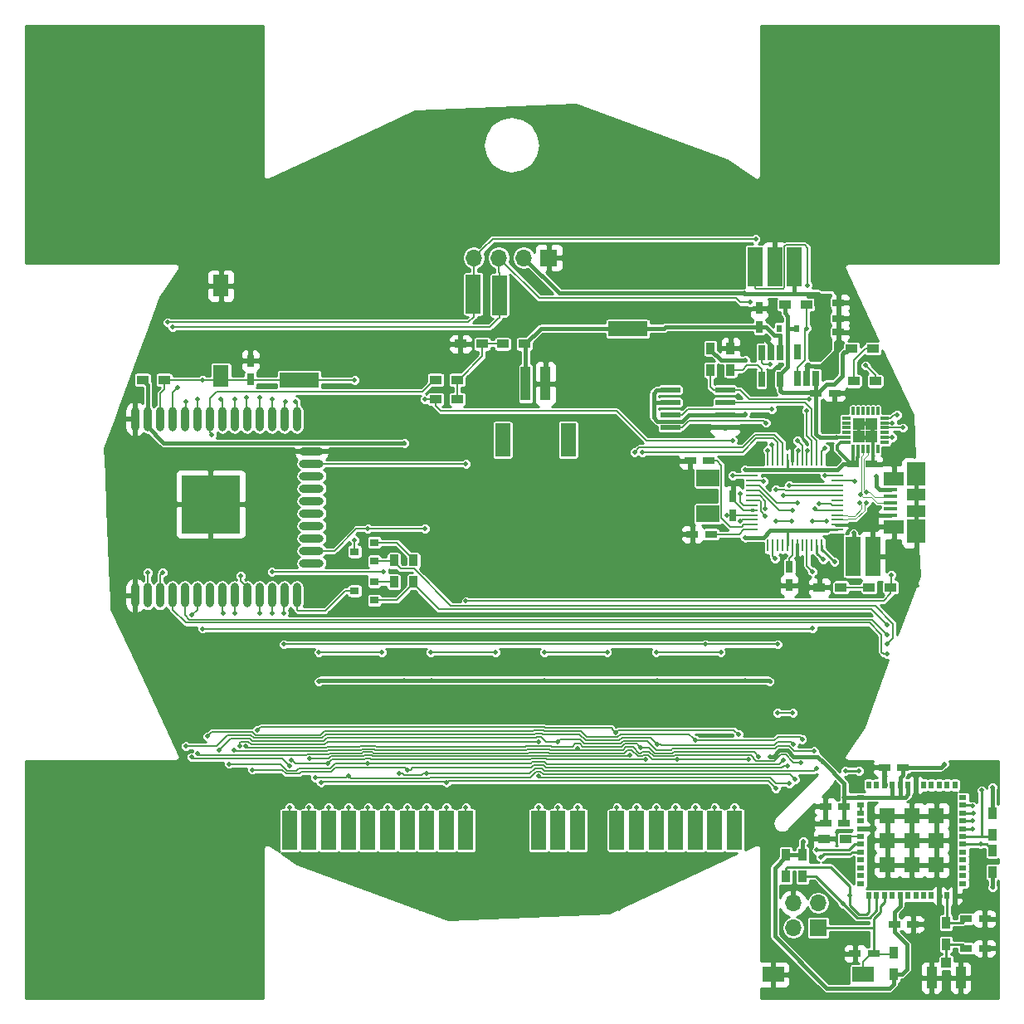
<source format=gbl>
G04 #@! TF.FileFunction,Copper,L2,Bot,Signal*
%FSLAX46Y46*%
G04 Gerber Fmt 4.6, Leading zero omitted, Abs format (unit mm)*
G04 Created by KiCad (PCBNEW 4.0.7) date Thu Dec  7 16:12:30 2017*
%MOMM*%
%LPD*%
G01*
G04 APERTURE LIST*
%ADD10C,0.100000*%
%ADD11C,0.350000*%
%ADD12R,0.500000X0.800000*%
%ADD13R,0.800000X0.500000*%
%ADD14R,1.600000X1.600000*%
%ADD15C,0.600000*%
%ADD16R,1.200000X0.750000*%
%ADD17R,0.750000X1.200000*%
%ADD18R,0.600000X0.800000*%
%ADD19R,1.200000X0.900000*%
%ADD20R,0.650000X1.560000*%
%ADD21R,1.050000X2.200000*%
%ADD22R,1.000000X1.050000*%
%ADD23R,0.900000X1.200000*%
%ADD24R,2.180000X1.600000*%
%ADD25R,1.300000X0.250000*%
%ADD26R,0.250000X1.300000*%
%ADD27O,0.900000X2.500000*%
%ADD28O,2.500000X0.900000*%
%ADD29R,6.000000X6.000000*%
%ADD30R,2.400000X1.700000*%
%ADD31R,0.995680X3.497580*%
%ADD32R,0.998220X3.497580*%
%ADD33R,1.498600X3.398520*%
%ADD34R,1.498600X3.395980*%
%ADD35R,1.998980X0.599440*%
%ADD36R,0.900000X0.800000*%
%ADD37R,1.600000X2.180000*%
%ADD38R,0.300000X0.850000*%
%ADD39R,0.850000X0.300000*%
%ADD40R,1.300000X1.300000*%
%ADD41R,1.700000X1.700000*%
%ADD42O,1.700000X1.700000*%
%ADD43R,1.380000X0.450000*%
%ADD44R,2.100000X1.475000*%
%ADD45R,1.900000X2.375000*%
%ADD46R,1.900000X1.175000*%
%ADD47C,0.500000*%
%ADD48C,0.400000*%
%ADD49C,0.250000*%
%ADD50C,0.200000*%
%ADD51C,0.300000*%
%ADD52C,0.125000*%
%ADD53C,0.254000*%
G04 APERTURE END LIST*
D10*
D11*
X173000000Y-121500000D03*
X173000000Y-119000000D03*
X175400000Y-119000000D03*
X178000000Y-116400000D03*
X175400000Y-116500000D03*
X173000000Y-116500000D03*
X176900000Y-114600000D03*
X182100000Y-123300000D03*
X177800000Y-127000000D03*
X177800000Y-127000000D03*
X177700000Y-128300000D03*
X177700000Y-130000000D03*
X176900000Y-130700000D03*
X176000000Y-131600000D03*
X175700000Y-133000000D03*
X175600000Y-134200000D03*
X182400000Y-134000000D03*
X182400000Y-132600000D03*
X171500000Y-123400000D03*
X164400000Y-133400000D03*
X164800000Y-129600000D03*
D12*
X171100000Y-113350000D03*
X171900000Y-113350000D03*
X172700000Y-113350000D03*
X173500000Y-113350000D03*
X174300000Y-113350000D03*
X175100000Y-113350000D03*
X175900000Y-113350000D03*
X176700000Y-113350000D03*
X177500000Y-113350000D03*
X178300000Y-113350000D03*
X179100000Y-113350000D03*
X179900000Y-113350000D03*
D13*
X180700000Y-114600000D03*
X180700000Y-115400000D03*
X180700000Y-116200000D03*
X180700000Y-117000000D03*
X180700000Y-117800000D03*
X180700000Y-118600000D03*
X180700000Y-119400000D03*
X180700000Y-120200000D03*
X180700000Y-121000000D03*
X180700000Y-121800000D03*
X180700000Y-122600000D03*
X180700000Y-123400000D03*
D12*
X179900000Y-124650000D03*
X179100000Y-124650000D03*
X178300000Y-124650000D03*
X177500000Y-124650000D03*
X176700000Y-124650000D03*
X175900000Y-124650000D03*
X175100000Y-124650000D03*
X174300000Y-124650000D03*
X173500000Y-124650000D03*
X172700000Y-124650000D03*
X171900000Y-124650000D03*
X171100000Y-124650000D03*
D13*
X170300000Y-123400000D03*
X170300000Y-122600000D03*
X170300000Y-121800000D03*
X170300000Y-121000000D03*
X170300000Y-120200000D03*
X170300000Y-119400000D03*
X170300000Y-118600000D03*
X170300000Y-117800000D03*
X170300000Y-117000000D03*
X170300000Y-116200000D03*
X170300000Y-115400000D03*
X170300000Y-114600000D03*
D14*
X173000000Y-116500000D03*
X173000000Y-119000000D03*
X173000000Y-121500000D03*
X175500000Y-116500000D03*
X175500000Y-119000000D03*
X175500000Y-121500000D03*
X178000000Y-116500000D03*
X178000000Y-119000000D03*
X178000000Y-121500000D03*
D11*
X159400000Y-77000000D03*
X156400000Y-80200000D03*
X157600000Y-82600000D03*
X161800000Y-82200000D03*
X171400000Y-86400000D03*
X173400000Y-88800000D03*
X167600000Y-89000000D03*
X167800000Y-80200000D03*
X162800000Y-77600000D03*
X153800000Y-77200000D03*
X159800000Y-80000000D03*
X150689999Y-80200000D03*
X161200000Y-73200000D03*
X156000000Y-72000000D03*
D15*
X156200000Y-88600000D03*
X156200000Y-87000000D03*
X170600000Y-73600000D03*
X167800000Y-75000000D03*
X167400000Y-76600000D03*
X167000000Y-71800000D03*
D16*
X173700000Y-127550000D03*
X175600000Y-127550000D03*
X168600000Y-117250000D03*
X166700000Y-117250000D03*
X168600000Y-115550000D03*
X166700000Y-115550000D03*
X174600000Y-111550000D03*
X172700000Y-111550000D03*
X171600000Y-130550000D03*
X169700000Y-130550000D03*
X165700000Y-73350000D03*
X167600000Y-73350000D03*
X166100000Y-64150000D03*
X168000000Y-64150000D03*
X166100000Y-65750000D03*
X168000000Y-65750000D03*
X166100000Y-67150000D03*
X168000000Y-67150000D03*
D17*
X157250000Y-85800000D03*
X157250000Y-83900000D03*
X159950000Y-66600000D03*
X159950000Y-64700000D03*
D16*
X155000000Y-87750000D03*
X153100000Y-87750000D03*
X154800000Y-80250000D03*
X152900000Y-80250000D03*
D18*
X162000000Y-66750000D03*
X163700000Y-66750000D03*
D19*
X171555000Y-68805000D03*
X169355000Y-68805000D03*
D20*
X160150000Y-69240000D03*
X161100000Y-69240000D03*
X162050000Y-69240000D03*
X162050000Y-71940000D03*
X160150000Y-71940000D03*
D21*
X177525000Y-133000000D03*
X180475000Y-133000000D03*
D22*
X179000000Y-131475000D03*
D23*
X183710000Y-118410000D03*
X183710000Y-116210000D03*
X183710000Y-120020000D03*
X183710000Y-122220000D03*
X173650000Y-132650000D03*
X173650000Y-130450000D03*
D19*
X166550000Y-118850000D03*
X168750000Y-118850000D03*
X164750000Y-64350000D03*
X162550000Y-64350000D03*
D23*
X157000000Y-68800000D03*
X157000000Y-71000000D03*
D19*
X133750000Y-68350000D03*
X135950000Y-68350000D03*
X129450000Y-68350000D03*
X131650000Y-68350000D03*
D24*
X170520000Y-132700000D03*
X161340000Y-132700000D03*
D25*
X159200000Y-87300000D03*
X159200000Y-86800000D03*
X159200000Y-86300000D03*
X159200000Y-85800000D03*
X159200000Y-85300000D03*
X159200000Y-84800000D03*
X159200000Y-84300000D03*
X159200000Y-83800000D03*
X159200000Y-83300000D03*
X159200000Y-82800000D03*
X159200000Y-82300000D03*
X159200000Y-81800000D03*
D26*
X160800000Y-80200000D03*
X161300000Y-80200000D03*
X161800000Y-80200000D03*
X162300000Y-80200000D03*
X162800000Y-80200000D03*
X163300000Y-80200000D03*
X163800000Y-80200000D03*
X164300000Y-80200000D03*
X164800000Y-80200000D03*
X165300000Y-80200000D03*
X165800000Y-80200000D03*
X166300000Y-80200000D03*
D25*
X167900000Y-81800000D03*
X167900000Y-82300000D03*
X167900000Y-82800000D03*
X167900000Y-83300000D03*
X167900000Y-83800000D03*
X167900000Y-84300000D03*
X167900000Y-84800000D03*
X167900000Y-85300000D03*
X167900000Y-85800000D03*
X167900000Y-86300000D03*
X167900000Y-86800000D03*
X167900000Y-87300000D03*
D26*
X166300000Y-88900000D03*
X165800000Y-88900000D03*
X165300000Y-88900000D03*
X164800000Y-88900000D03*
X164300000Y-88900000D03*
X163800000Y-88900000D03*
X163300000Y-88900000D03*
X162800000Y-88900000D03*
X162300000Y-88900000D03*
X161800000Y-88900000D03*
X161300000Y-88900000D03*
X160800000Y-88900000D03*
D27*
X96250000Y-94000000D03*
X97520000Y-94000000D03*
X98790000Y-94000000D03*
X100060000Y-94000000D03*
X101330000Y-94000000D03*
X102600000Y-94000000D03*
X103870000Y-94000000D03*
X105140000Y-94000000D03*
X106410000Y-94000000D03*
X107680000Y-94000000D03*
X108950000Y-94000000D03*
X110220000Y-94000000D03*
X111490000Y-94000000D03*
X112760000Y-94000000D03*
D28*
X114250000Y-90715000D03*
X114250000Y-89445000D03*
X114250000Y-88175000D03*
X114250000Y-86905000D03*
X114250000Y-85635000D03*
X114250000Y-84365000D03*
X114250000Y-83095000D03*
X114250000Y-81825000D03*
X114250000Y-80555000D03*
X114250000Y-79285000D03*
D27*
X112760000Y-76000000D03*
X111490000Y-76000000D03*
X110220000Y-76000000D03*
X108950000Y-76000000D03*
X107680000Y-76000000D03*
X106410000Y-76000000D03*
X105140000Y-76000000D03*
X103870000Y-76000000D03*
X102600000Y-76000000D03*
X101330000Y-76000000D03*
X100060000Y-76000000D03*
X98790000Y-76000000D03*
X97520000Y-76000000D03*
X96250000Y-76000000D03*
D29*
X103950000Y-84700000D03*
D20*
X165730000Y-71870000D03*
X164780000Y-71870000D03*
X163830000Y-71870000D03*
X163830000Y-69170000D03*
X165730000Y-69170000D03*
D30*
X154650000Y-85700000D03*
X154650000Y-82000000D03*
D17*
X108000000Y-71950000D03*
X108000000Y-70050000D03*
X163000000Y-91050000D03*
X163000000Y-92950000D03*
D16*
X169500000Y-80600000D03*
X171400000Y-80600000D03*
D19*
X166065000Y-93170000D03*
X168265000Y-93170000D03*
D31*
X138098480Y-72401980D03*
D32*
X136096960Y-72401980D03*
D33*
X140442900Y-78150000D03*
D34*
X133750000Y-78150000D03*
D35*
X156444000Y-73045000D03*
X156444000Y-74315000D03*
X156444000Y-75585000D03*
X156444000Y-76855000D03*
X150856000Y-76855000D03*
X150856000Y-75585000D03*
X150856000Y-74315000D03*
X150856000Y-73045000D03*
D36*
X120650000Y-92600000D03*
X120650000Y-94500000D03*
X118650000Y-93550000D03*
X120650000Y-88600000D03*
X120650000Y-90500000D03*
X118650000Y-89550000D03*
D19*
X171750000Y-72150000D03*
X169550000Y-72150000D03*
X97000000Y-72000000D03*
X99200000Y-72000000D03*
X171145000Y-93170000D03*
X173345000Y-93170000D03*
D23*
X154950000Y-68800000D03*
X154950000Y-71000000D03*
X122650000Y-92650000D03*
X122650000Y-90450000D03*
X124650000Y-90450000D03*
X124650000Y-92650000D03*
D37*
X105000000Y-71590000D03*
X105000000Y-62410000D03*
D38*
X172000000Y-79100000D03*
X171500000Y-79100000D03*
X171000000Y-79100000D03*
X170500000Y-79100000D03*
X170000000Y-79100000D03*
X169500000Y-79100000D03*
D39*
X168800000Y-78400000D03*
X168800000Y-77900000D03*
X168800000Y-77400000D03*
X168800000Y-76900000D03*
X168800000Y-76400000D03*
X168800000Y-75900000D03*
D38*
X169500000Y-75200000D03*
X170000000Y-75200000D03*
X170500000Y-75200000D03*
X171000000Y-75200000D03*
X171500000Y-75200000D03*
X172000000Y-75200000D03*
D39*
X172700000Y-75900000D03*
X172700000Y-76400000D03*
X172700000Y-76900000D03*
X172700000Y-77400000D03*
X172700000Y-77900000D03*
X172700000Y-78400000D03*
D40*
X170100000Y-76500000D03*
X171400000Y-76500000D03*
X170100000Y-77800000D03*
X171400000Y-77800000D03*
D16*
X181050000Y-130000000D03*
X182950000Y-130000000D03*
X181050000Y-127000000D03*
X182950000Y-127000000D03*
D23*
X179000000Y-129600000D03*
X179000000Y-127400000D03*
D41*
X165930000Y-127930000D03*
D42*
X163390000Y-127930000D03*
X165930000Y-125390000D03*
X163390000Y-125390000D03*
D41*
X138440000Y-59550000D03*
D42*
X135900000Y-59550000D03*
X133360000Y-59550000D03*
X130820000Y-59550000D03*
D43*
X173290000Y-83250000D03*
X173290000Y-83900000D03*
X173290000Y-84550000D03*
X173290000Y-85200000D03*
X173290000Y-85850000D03*
D44*
X173650000Y-82087500D03*
X173650000Y-87012500D03*
D45*
X175950000Y-81640000D03*
X175950000Y-87460000D03*
D46*
X175950000Y-83710000D03*
X175950000Y-85390000D03*
D23*
X162650000Y-122680000D03*
X162650000Y-120480000D03*
X164350000Y-122680000D03*
X164350000Y-120480000D03*
D10*
G36*
X148500000Y-66038000D02*
X148500000Y-67562000D01*
X144500000Y-67562000D01*
X144500000Y-66038000D01*
X148500000Y-66038000D01*
X148500000Y-66038000D01*
G37*
G36*
X160262000Y-62500000D02*
X158738000Y-62500000D01*
X158738000Y-58500000D01*
X160262000Y-58500000D01*
X160262000Y-62500000D01*
X160262000Y-62500000D01*
G37*
G36*
X168738000Y-88000000D02*
X170262000Y-88000000D01*
X170262000Y-92000000D01*
X168738000Y-92000000D01*
X168738000Y-88000000D01*
X168738000Y-88000000D01*
G37*
G36*
X130762000Y-120000000D02*
X129238000Y-120000000D01*
X129238000Y-116000000D01*
X130762000Y-116000000D01*
X130762000Y-120000000D01*
X130762000Y-120000000D01*
G37*
G36*
X128762000Y-120000000D02*
X127238000Y-120000000D01*
X127238000Y-116000000D01*
X128762000Y-116000000D01*
X128762000Y-120000000D01*
X128762000Y-120000000D01*
G37*
G36*
X126762000Y-120000000D02*
X125238000Y-120000000D01*
X125238000Y-116000000D01*
X126762000Y-116000000D01*
X126762000Y-120000000D01*
X126762000Y-120000000D01*
G37*
G36*
X124762000Y-120000000D02*
X123238000Y-120000000D01*
X123238000Y-116000000D01*
X124762000Y-116000000D01*
X124762000Y-120000000D01*
X124762000Y-120000000D01*
G37*
G36*
X122762000Y-120000000D02*
X121238000Y-120000000D01*
X121238000Y-116000000D01*
X122762000Y-116000000D01*
X122762000Y-120000000D01*
X122762000Y-120000000D01*
G37*
G36*
X120762000Y-120000000D02*
X119238000Y-120000000D01*
X119238000Y-116000000D01*
X120762000Y-116000000D01*
X120762000Y-120000000D01*
X120762000Y-120000000D01*
G37*
G36*
X118762000Y-120000000D02*
X117238000Y-120000000D01*
X117238000Y-116000000D01*
X118762000Y-116000000D01*
X118762000Y-120000000D01*
X118762000Y-120000000D01*
G37*
G36*
X134162000Y-65400000D02*
X132638000Y-65400000D01*
X132638000Y-61400000D01*
X134162000Y-61400000D01*
X134162000Y-65400000D01*
X134162000Y-65400000D01*
G37*
G36*
X131512000Y-65250000D02*
X129988000Y-65250000D01*
X129988000Y-61250000D01*
X131512000Y-61250000D01*
X131512000Y-65250000D01*
X131512000Y-65250000D01*
G37*
G36*
X111000000Y-72762000D02*
X111000000Y-71238000D01*
X115000000Y-71238000D01*
X115000000Y-72762000D01*
X111000000Y-72762000D01*
X111000000Y-72762000D01*
G37*
G36*
X164262000Y-62500000D02*
X162738000Y-62500000D01*
X162738000Y-58500000D01*
X164262000Y-58500000D01*
X164262000Y-62500000D01*
X164262000Y-62500000D01*
G37*
G36*
X158162000Y-120000000D02*
X156638000Y-120000000D01*
X156638000Y-116000000D01*
X158162000Y-116000000D01*
X158162000Y-120000000D01*
X158162000Y-120000000D01*
G37*
G36*
X162262000Y-62500000D02*
X160738000Y-62500000D01*
X160738000Y-58500000D01*
X162262000Y-58500000D01*
X162262000Y-62500000D01*
X162262000Y-62500000D01*
G37*
G36*
X146162000Y-120000000D02*
X144638000Y-120000000D01*
X144638000Y-116000000D01*
X146162000Y-116000000D01*
X146162000Y-120000000D01*
X146162000Y-120000000D01*
G37*
G36*
X148162000Y-120000000D02*
X146638000Y-120000000D01*
X146638000Y-116000000D01*
X148162000Y-116000000D01*
X148162000Y-120000000D01*
X148162000Y-120000000D01*
G37*
G36*
X152162000Y-120000000D02*
X150638000Y-120000000D01*
X150638000Y-116000000D01*
X152162000Y-116000000D01*
X152162000Y-120000000D01*
X152162000Y-120000000D01*
G37*
G36*
X150162000Y-120000000D02*
X148638000Y-120000000D01*
X148638000Y-116000000D01*
X150162000Y-116000000D01*
X150162000Y-120000000D01*
X150162000Y-120000000D01*
G37*
G36*
X154162000Y-120000000D02*
X152638000Y-120000000D01*
X152638000Y-116000000D01*
X154162000Y-116000000D01*
X154162000Y-120000000D01*
X154162000Y-120000000D01*
G37*
G36*
X156162000Y-120000000D02*
X154638000Y-120000000D01*
X154638000Y-116000000D01*
X156162000Y-116000000D01*
X156162000Y-120000000D01*
X156162000Y-120000000D01*
G37*
G36*
X138162000Y-120000000D02*
X136638000Y-120000000D01*
X136638000Y-116000000D01*
X138162000Y-116000000D01*
X138162000Y-120000000D01*
X138162000Y-120000000D01*
G37*
G36*
X142162000Y-120000000D02*
X140638000Y-120000000D01*
X140638000Y-116000000D01*
X142162000Y-116000000D01*
X142162000Y-120000000D01*
X142162000Y-120000000D01*
G37*
G36*
X140162000Y-120000000D02*
X138638000Y-120000000D01*
X138638000Y-116000000D01*
X140162000Y-116000000D01*
X140162000Y-120000000D01*
X140162000Y-120000000D01*
G37*
G36*
X114762000Y-120000000D02*
X113238000Y-120000000D01*
X113238000Y-116000000D01*
X114762000Y-116000000D01*
X114762000Y-120000000D01*
X114762000Y-120000000D01*
G37*
G36*
X116762000Y-120000000D02*
X115238000Y-120000000D01*
X115238000Y-116000000D01*
X116762000Y-116000000D01*
X116762000Y-120000000D01*
X116762000Y-120000000D01*
G37*
G36*
X112762000Y-120000000D02*
X111238000Y-120000000D01*
X111238000Y-116000000D01*
X112762000Y-116000000D01*
X112762000Y-120000000D01*
X112762000Y-120000000D01*
G37*
G36*
X170738000Y-88000000D02*
X172262000Y-88000000D01*
X172262000Y-92000000D01*
X170738000Y-92000000D01*
X170738000Y-88000000D01*
X170738000Y-88000000D01*
G37*
D19*
X126900000Y-74000000D03*
X129100000Y-74000000D03*
X126900000Y-72000000D03*
X129100000Y-72000000D03*
D11*
X87189999Y-37143611D03*
X89729999Y-37143611D03*
X92269999Y-37143611D03*
X94809999Y-37143611D03*
X97349999Y-37143611D03*
X99889999Y-37143611D03*
X102429999Y-37143611D03*
X104969999Y-37143611D03*
X107509999Y-37143611D03*
X160849999Y-37143611D03*
X163389999Y-37143611D03*
X165929999Y-37143611D03*
X168469999Y-37143611D03*
X171009999Y-37143611D03*
X173549999Y-37143611D03*
X176089999Y-37143611D03*
X178629999Y-37143611D03*
X181169999Y-37143611D03*
X183709999Y-37143611D03*
X87189999Y-39683611D03*
X89729999Y-39683611D03*
X92269999Y-39683611D03*
X94809999Y-39683611D03*
X97349999Y-39683611D03*
X99889999Y-39683611D03*
X102429999Y-39683611D03*
X104969999Y-39683611D03*
X107509999Y-39683611D03*
X160849999Y-39683611D03*
X163389999Y-39683611D03*
X165929999Y-39683611D03*
X168469999Y-39683611D03*
X171009999Y-39683611D03*
X173549999Y-39683611D03*
X176089999Y-39683611D03*
X178629999Y-39683611D03*
X181169999Y-39683611D03*
X183709999Y-39683611D03*
X87189999Y-42223611D03*
X89729999Y-42223611D03*
X92269999Y-42223611D03*
X94809999Y-42223611D03*
X97349999Y-42223611D03*
X99889999Y-42223611D03*
X102429999Y-42223611D03*
X104969999Y-42223611D03*
X107509999Y-42223611D03*
X160849999Y-42223611D03*
X163389999Y-42223611D03*
X165929999Y-42223611D03*
X168469999Y-42223611D03*
X171009999Y-42223611D03*
X173549999Y-42223611D03*
X176089999Y-42223611D03*
X178629999Y-42223611D03*
X181169999Y-42223611D03*
X183709999Y-42223611D03*
X87189999Y-44763611D03*
X89729999Y-44763611D03*
X92269999Y-44763611D03*
X94809999Y-44763611D03*
X97349999Y-44763611D03*
X99889999Y-44763611D03*
X102429999Y-44763611D03*
X104969999Y-44763611D03*
X107509999Y-44763611D03*
X132909999Y-44763611D03*
X135449999Y-44763611D03*
X137989999Y-44763611D03*
X140529999Y-44763611D03*
X160849999Y-44763611D03*
X163389999Y-44763611D03*
X165929999Y-44763611D03*
X168469999Y-44763611D03*
X171009999Y-44763611D03*
X173549999Y-44763611D03*
X176089999Y-44763611D03*
X178629999Y-44763611D03*
X181169999Y-44763611D03*
X183709999Y-44763611D03*
X87189999Y-47303611D03*
X89729999Y-47303611D03*
X92269999Y-47303611D03*
X94809999Y-47303611D03*
X97349999Y-47303611D03*
X99889999Y-47303611D03*
X102429999Y-47303611D03*
X104969999Y-47303611D03*
X107509999Y-47303611D03*
X122749999Y-47303611D03*
X125289999Y-47303611D03*
X127829999Y-47303611D03*
X130369999Y-47303611D03*
X137989999Y-47303611D03*
X140529999Y-47303611D03*
X143069999Y-47303611D03*
X145609999Y-47303611D03*
X148149999Y-47303611D03*
X160849999Y-47303611D03*
X163389999Y-47303611D03*
X165929999Y-47303611D03*
X168469999Y-47303611D03*
X171009999Y-47303611D03*
X173549999Y-47303611D03*
X176089999Y-47303611D03*
X178629999Y-47303611D03*
X181169999Y-47303611D03*
X183709999Y-47303611D03*
X87189999Y-49843611D03*
X89729999Y-49843611D03*
X92269999Y-49843611D03*
X94809999Y-49843611D03*
X97349999Y-49843611D03*
X99889999Y-49843611D03*
X102429999Y-49843611D03*
X104969999Y-49843611D03*
X107509999Y-49843611D03*
X115129999Y-49843611D03*
X117669999Y-49843611D03*
X120209999Y-49843611D03*
X122749999Y-49843611D03*
X125289999Y-49843611D03*
X127829999Y-49843611D03*
X130369999Y-49843611D03*
X137989999Y-49843611D03*
X140529999Y-49843611D03*
X143069999Y-49843611D03*
X145609999Y-49843611D03*
X148149999Y-49843611D03*
X150689999Y-49843611D03*
X153229999Y-49843611D03*
X155769999Y-49843611D03*
X160849999Y-49843611D03*
X163389999Y-49843611D03*
X165929999Y-49843611D03*
X168469999Y-49843611D03*
X171009999Y-49843611D03*
X173549999Y-49843611D03*
X176089999Y-49843611D03*
X178629999Y-49843611D03*
X181169999Y-49843611D03*
X183709999Y-49843611D03*
X87189999Y-52383611D03*
X89729999Y-52383611D03*
X92269999Y-52383611D03*
X94809999Y-52383611D03*
X97349999Y-52383611D03*
X99889999Y-52383611D03*
X102429999Y-52383611D03*
X104969999Y-52383611D03*
X107509999Y-52383611D03*
X110049999Y-52383611D03*
X112589999Y-52383611D03*
X115129999Y-52383611D03*
X117669999Y-52383611D03*
X120209999Y-52383611D03*
X122749999Y-52383611D03*
X125289999Y-52383611D03*
X127829999Y-52383611D03*
X130369999Y-52383611D03*
X132909999Y-52383611D03*
X135449999Y-52383611D03*
X137989999Y-52383611D03*
X140529999Y-52383611D03*
X143069999Y-52383611D03*
X145609999Y-52383611D03*
X148149999Y-52383611D03*
X150689999Y-52383611D03*
X153229999Y-52383611D03*
X155769999Y-52383611D03*
X158309999Y-52383611D03*
X160849999Y-52383611D03*
X163389999Y-52383611D03*
X165929999Y-52383611D03*
X168469999Y-52383611D03*
X171009999Y-52383611D03*
X173549999Y-52383611D03*
X176089999Y-52383611D03*
X178629999Y-52383611D03*
X181169999Y-52383611D03*
X183709999Y-52383611D03*
X87189999Y-54923611D03*
X89729999Y-54923611D03*
X92269999Y-54923611D03*
X94809999Y-54923611D03*
X97349999Y-54923611D03*
X99889999Y-54923611D03*
X102429999Y-54923611D03*
X104969999Y-54923611D03*
X107509999Y-54923611D03*
X110049999Y-54923611D03*
X112589999Y-54923611D03*
X115129999Y-54923611D03*
X117669999Y-54923611D03*
X120209999Y-54923611D03*
X122749999Y-54923611D03*
X125289999Y-54923611D03*
X127829999Y-54923611D03*
X130369999Y-54923611D03*
X132909999Y-54923611D03*
X135449999Y-54923611D03*
X137989999Y-54923611D03*
X140529999Y-54923611D03*
X143069999Y-54923611D03*
X145609999Y-54923611D03*
X148149999Y-54923611D03*
X150689999Y-54923611D03*
X153229999Y-54923611D03*
X155769999Y-54923611D03*
X158309999Y-54923611D03*
X160849999Y-54923611D03*
X163389999Y-54923611D03*
X165929999Y-54923611D03*
X168469999Y-54923611D03*
X171009999Y-54923611D03*
X173549999Y-54923611D03*
X176089999Y-54923611D03*
X178629999Y-54923611D03*
X181169999Y-54923611D03*
X183709999Y-54923611D03*
X87189999Y-57463611D03*
X89729999Y-57463611D03*
X92269999Y-57463611D03*
X94809999Y-57463611D03*
X97349999Y-57463611D03*
X99889999Y-57463611D03*
X102429999Y-57463611D03*
X104969999Y-57463611D03*
X107509999Y-57463611D03*
X110049999Y-57463611D03*
X112589999Y-57463611D03*
X115129999Y-57463611D03*
X117669999Y-57463611D03*
X120209999Y-57463611D03*
X122749999Y-57463611D03*
X125289999Y-57463611D03*
X127829999Y-57463611D03*
X130369999Y-57463611D03*
X160849999Y-57463611D03*
X163389999Y-57463611D03*
X165929999Y-57463611D03*
X168469999Y-57463611D03*
X171009999Y-57463611D03*
X173549999Y-57463611D03*
X176089999Y-57463611D03*
X178629999Y-57463611D03*
X181169999Y-57463611D03*
X183709999Y-57463611D03*
X87189999Y-60003611D03*
X89729999Y-60003611D03*
X92269999Y-60003611D03*
X94809999Y-60003611D03*
X97349999Y-60003611D03*
X99889999Y-60003611D03*
X102429999Y-60003611D03*
X104969999Y-60003611D03*
X107509999Y-60003611D03*
X110049999Y-60003611D03*
X112589999Y-60003611D03*
X115129999Y-60003611D03*
X117669999Y-60003611D03*
X120209999Y-60003611D03*
X122749999Y-60003611D03*
X125289999Y-60003611D03*
X127829999Y-60003611D03*
X140529999Y-60003611D03*
X143069999Y-60003611D03*
X145609999Y-60003611D03*
X148149999Y-60003611D03*
X150689999Y-60003611D03*
X153229999Y-60003611D03*
X155769999Y-60003611D03*
X158309999Y-60003611D03*
X165929999Y-60003611D03*
X168469999Y-60003611D03*
X171009999Y-60003611D03*
X173549999Y-60003611D03*
X176089999Y-60003611D03*
X178629999Y-60003611D03*
X181169999Y-60003611D03*
X183709999Y-60003611D03*
X102429999Y-62543611D03*
X107509999Y-62543611D03*
X110049999Y-62543611D03*
X112589999Y-62543611D03*
X115129999Y-62543611D03*
X117669999Y-62543611D03*
X120209999Y-62543611D03*
X122749999Y-62543611D03*
X125289999Y-62543611D03*
X127829999Y-62543611D03*
X140529999Y-62543611D03*
X143069999Y-62543611D03*
X145609999Y-62543611D03*
X148149999Y-62543611D03*
X150689999Y-62543611D03*
X153229999Y-62543611D03*
X155769999Y-62543611D03*
X165929999Y-62543611D03*
X168469999Y-62543611D03*
X99889999Y-65083611D03*
X102429999Y-65083611D03*
X104969999Y-65083611D03*
X107509999Y-65083611D03*
X110049999Y-65083611D03*
X112589999Y-65083611D03*
X115129999Y-65083611D03*
X117669999Y-65083611D03*
X120209999Y-65083611D03*
X122749999Y-65083611D03*
X125289999Y-65083611D03*
X127829999Y-65083611D03*
X135449999Y-65083611D03*
X137989999Y-65083611D03*
X140529999Y-65083611D03*
X143069999Y-65083611D03*
X145609999Y-65083611D03*
X148149999Y-65083611D03*
X150689999Y-65083611D03*
X153229999Y-65083611D03*
X155769999Y-65083611D03*
X160849999Y-65083611D03*
X102429999Y-67623611D03*
X104969999Y-67623611D03*
X107509999Y-67623611D03*
X110049999Y-67623611D03*
X112589999Y-67623611D03*
X115129999Y-67623611D03*
X117669999Y-67623611D03*
X120209999Y-67623611D03*
X122749999Y-67623611D03*
X125289999Y-67623611D03*
X127829999Y-67623611D03*
X137989999Y-67623611D03*
X140529999Y-67623611D03*
X143069999Y-67623611D03*
X150689999Y-67623611D03*
X153229999Y-67623611D03*
X155769999Y-67623611D03*
X160400000Y-67800000D03*
X171009999Y-67623611D03*
X97349999Y-70163611D03*
X102429999Y-70163611D03*
X110049999Y-70163611D03*
X112589999Y-70163611D03*
X115129999Y-70163611D03*
X117669999Y-70163611D03*
X120209999Y-70163611D03*
X122749999Y-70163611D03*
X125289999Y-70163611D03*
X127829999Y-70163611D03*
X132909999Y-70163611D03*
X135449999Y-70163611D03*
X137989999Y-70163611D03*
X140529999Y-70163611D03*
X143069999Y-70163611D03*
X145609999Y-70163611D03*
X148149999Y-70163611D03*
X150689999Y-70163611D03*
X153229999Y-70163611D03*
X110049999Y-72703611D03*
X117669999Y-72703611D03*
X120209999Y-72703611D03*
X122749999Y-72703611D03*
X130369999Y-72703611D03*
X132909999Y-72703611D03*
X140529999Y-72703611D03*
X143069999Y-72703611D03*
X145609999Y-72703611D03*
X148149999Y-72703611D03*
X153229999Y-72703611D03*
X173549999Y-72703611D03*
X115129999Y-75243611D03*
X117669999Y-75243611D03*
X120209999Y-75243611D03*
X122749999Y-75243611D03*
X125289999Y-75243611D03*
X148149999Y-75243611D03*
X163389999Y-75243611D03*
X94809999Y-77783611D03*
X97349999Y-77783611D03*
X115129999Y-77783611D03*
X117669999Y-77783611D03*
X120209999Y-77783611D03*
X122749999Y-77783611D03*
X125289999Y-77783611D03*
X127829999Y-77783611D03*
X130369999Y-77783611D03*
X135449999Y-77783611D03*
X137989999Y-77783611D03*
X143069999Y-77783611D03*
X145609999Y-77783611D03*
X94809999Y-80323611D03*
X97349999Y-80323611D03*
X104969999Y-80323611D03*
X132909999Y-80323611D03*
X135449999Y-80323611D03*
X137989999Y-80323611D03*
X140529999Y-80323611D03*
X143069999Y-80323611D03*
X145609999Y-80323611D03*
X94809999Y-82863611D03*
X97349999Y-82863611D03*
X112589999Y-82863611D03*
X117669999Y-82863611D03*
X120209999Y-82863611D03*
X122749999Y-82863611D03*
X125289999Y-82863611D03*
X127829999Y-82863611D03*
X132909999Y-82863611D03*
X135449999Y-82863611D03*
X137989999Y-82863611D03*
X140529999Y-82863611D03*
X143069999Y-82863611D03*
X145609999Y-82863611D03*
X150689999Y-82863611D03*
X94809999Y-85403611D03*
X97349999Y-85403611D03*
X112589999Y-85403611D03*
X117669999Y-85403611D03*
X120209999Y-85403611D03*
X122749999Y-85403611D03*
X125289999Y-85403611D03*
X127829999Y-85403611D03*
X132909999Y-85403611D03*
X135449999Y-85403611D03*
X137989999Y-85403611D03*
X140529999Y-85403611D03*
X143069999Y-85403611D03*
X145609999Y-85403611D03*
X150689999Y-85403611D03*
X94809999Y-87943611D03*
X97349999Y-87943611D03*
X112589999Y-87943611D03*
X122749999Y-87943611D03*
X127829999Y-87943611D03*
X132909999Y-87943611D03*
X135449999Y-87943611D03*
X137989999Y-87943611D03*
X140529999Y-87943611D03*
X143069999Y-87943611D03*
X145609999Y-87943611D03*
X150689999Y-87943611D03*
X94809999Y-90483611D03*
X97349999Y-90483611D03*
X104969999Y-90483611D03*
X112589999Y-90483611D03*
X117669999Y-90483611D03*
X127829999Y-90483611D03*
X132909999Y-90483611D03*
X135449999Y-90483611D03*
X137989999Y-90483611D03*
X140529999Y-90483611D03*
X143069999Y-90483611D03*
X145609999Y-90483611D03*
X150689999Y-90483611D03*
X153229999Y-90483611D03*
X155769999Y-90483611D03*
X176089999Y-90483611D03*
X94809999Y-93023611D03*
X115129999Y-93023611D03*
X117669999Y-93023611D03*
X127829999Y-93023611D03*
X132909999Y-93023611D03*
X135449999Y-93023611D03*
X137989999Y-93023611D03*
X140529999Y-93023611D03*
X143069999Y-93023611D03*
X145609999Y-93023611D03*
X150689999Y-93023611D03*
X153229999Y-93023611D03*
X155769999Y-93023611D03*
X173200000Y-95200000D03*
X94809999Y-95563611D03*
X117669999Y-95563611D03*
X125289999Y-95563611D03*
X97349999Y-98103611D03*
X99889999Y-98103611D03*
X115129999Y-98103611D03*
X117669999Y-98103611D03*
X125289999Y-98103611D03*
X127829999Y-98103611D03*
X132909999Y-98103611D03*
X135449999Y-98103611D03*
X137989999Y-98103611D03*
X140529999Y-98103611D03*
X143069999Y-98103611D03*
X145609999Y-98103611D03*
X150689999Y-98103611D03*
X153229999Y-98103611D03*
X155769999Y-98103611D03*
X168469999Y-98103611D03*
X171009999Y-98103611D03*
X97349999Y-100643611D03*
X99889999Y-100643611D03*
X117669999Y-100643611D03*
X125289999Y-100643611D03*
X127829999Y-100643611D03*
X135449999Y-100643611D03*
X140529999Y-100643611D03*
X143069999Y-100643611D03*
X150689999Y-100643611D03*
X153229999Y-100643611D03*
X168469999Y-100643611D03*
X171009999Y-100643611D03*
X99889999Y-103183611D03*
X110049999Y-103183611D03*
X168469999Y-103183611D03*
X171009999Y-103183611D03*
X99889999Y-105723611D03*
X110049999Y-105723611D03*
X115129999Y-105723611D03*
X117669999Y-105723611D03*
X125289999Y-105723611D03*
X127829999Y-105723611D03*
X132909999Y-105723611D03*
X135449999Y-105723611D03*
X137989999Y-105723611D03*
X140529999Y-105723611D03*
X143069999Y-105723611D03*
X145609999Y-105723611D03*
X150689999Y-105723611D03*
X153229999Y-105723611D03*
X155769999Y-105723611D03*
X158309999Y-105723611D03*
X168469999Y-105723611D03*
X171009999Y-105723611D03*
X155769999Y-108263611D03*
X168469999Y-108263611D03*
X87189999Y-113343611D03*
X89729999Y-113343611D03*
X92269999Y-113343611D03*
X94809999Y-113343611D03*
X97349999Y-113343611D03*
X99889999Y-113343611D03*
X102429999Y-113343611D03*
X104969999Y-113343611D03*
X107509999Y-113343611D03*
X110049999Y-113343611D03*
X112589999Y-113343611D03*
X87189999Y-115883611D03*
X89729999Y-115883611D03*
X92269999Y-115883611D03*
X94809999Y-115883611D03*
X97349999Y-115883611D03*
X99889999Y-115883611D03*
X102429999Y-115883611D03*
X104969999Y-115883611D03*
X107509999Y-115883611D03*
X110049999Y-115883611D03*
X132909999Y-115883611D03*
X135449999Y-115883611D03*
X143069999Y-115883611D03*
X87189999Y-118423611D03*
X89729999Y-118423611D03*
X92269999Y-118423611D03*
X94809999Y-118423611D03*
X97349999Y-118423611D03*
X99889999Y-118423611D03*
X102429999Y-118423611D03*
X104969999Y-118423611D03*
X107509999Y-118423611D03*
X110049999Y-118423611D03*
X132909999Y-118423611D03*
X135449999Y-118423611D03*
X143069999Y-118423611D03*
X87189999Y-120963611D03*
X89729999Y-120963611D03*
X92269999Y-120963611D03*
X94809999Y-120963611D03*
X97349999Y-120963611D03*
X99889999Y-120963611D03*
X102429999Y-120963611D03*
X104969999Y-120963611D03*
X107509999Y-120963611D03*
X112589999Y-120963611D03*
X115129999Y-120963611D03*
X117669999Y-120963611D03*
X120209999Y-120963611D03*
X122749999Y-120963611D03*
X125289999Y-120963611D03*
X127829999Y-120963611D03*
X130369999Y-120963611D03*
X132909999Y-120963611D03*
X135449999Y-120963611D03*
X137989999Y-120963611D03*
X140529999Y-120963611D03*
X143069999Y-120963611D03*
X145609999Y-120963611D03*
X148149999Y-120963611D03*
X150689999Y-120963611D03*
X153229999Y-120963611D03*
X155769999Y-120963611D03*
X87189999Y-123503611D03*
X89729999Y-123503611D03*
X92269999Y-123503611D03*
X94809999Y-123503611D03*
X97349999Y-123503611D03*
X99889999Y-123503611D03*
X102429999Y-123503611D03*
X104969999Y-123503611D03*
X107509999Y-123503611D03*
X120209999Y-123503611D03*
X122749999Y-123503611D03*
X125289999Y-123503611D03*
X127829999Y-123503611D03*
X130369999Y-123503611D03*
X132909999Y-123503611D03*
X135449999Y-123503611D03*
X137989999Y-123503611D03*
X140529999Y-123503611D03*
X143069999Y-123503611D03*
X145609999Y-123503611D03*
X148149999Y-123503611D03*
X150689999Y-123503611D03*
X87189999Y-126043611D03*
X89729999Y-126043611D03*
X92269999Y-126043611D03*
X94809999Y-126043611D03*
X97349999Y-126043611D03*
X99889999Y-126043611D03*
X102429999Y-126043611D03*
X104969999Y-126043611D03*
X107509999Y-126043611D03*
X125289999Y-126043611D03*
X127829999Y-126043611D03*
X130369999Y-126043611D03*
X132909999Y-126043611D03*
X135449999Y-126043611D03*
X137989999Y-126043611D03*
X140529999Y-126043611D03*
X143069999Y-126043611D03*
X145609999Y-126043611D03*
X87189999Y-128583611D03*
X89729999Y-128583611D03*
X92269999Y-128583611D03*
X94809999Y-128583611D03*
X97349999Y-128583611D03*
X99889999Y-128583611D03*
X102429999Y-128583611D03*
X104969999Y-128583611D03*
X107509999Y-128583611D03*
X87189999Y-131123611D03*
X89729999Y-131123611D03*
X92269999Y-131123611D03*
X94809999Y-131123611D03*
X97349999Y-131123611D03*
X99889999Y-131123611D03*
X102429999Y-131123611D03*
X104969999Y-131123611D03*
X107509999Y-131123611D03*
X87189999Y-133663611D03*
X89729999Y-133663611D03*
X92269999Y-133663611D03*
X94809999Y-133663611D03*
X97349999Y-133663611D03*
X99889999Y-133663611D03*
X102429999Y-133663611D03*
X104969999Y-133663611D03*
X107509999Y-133663611D03*
X176089999Y-93023611D03*
X160849999Y-115883611D03*
X160849999Y-118423611D03*
X168469999Y-120963611D03*
X176089999Y-123503611D03*
X178629999Y-123503611D03*
X176089999Y-126043611D03*
X181169999Y-126043611D03*
X183709999Y-126043611D03*
X176089999Y-128583611D03*
X179100000Y-114500000D03*
X181169999Y-128583611D03*
X183709999Y-128583611D03*
X181169999Y-131123611D03*
X183709999Y-131123611D03*
D47*
X168600000Y-114600000D03*
X164400000Y-119100000D03*
X183700000Y-123800000D03*
X183700000Y-113600000D03*
X178800000Y-111200000D03*
X158500000Y-81200000D03*
X158000000Y-83600000D03*
X161000000Y-110441691D03*
X123697490Y-78459341D03*
X161000000Y-102800000D03*
X115000000Y-102800000D03*
X123700000Y-102650000D03*
X126500000Y-102650000D03*
X138000000Y-102650000D03*
X149500000Y-102650000D03*
X158500000Y-102650000D03*
X158368020Y-63182223D03*
X158500000Y-88100000D03*
X158500000Y-75500000D03*
X158500000Y-70000000D03*
X171859164Y-81896229D03*
X169550000Y-87650000D03*
X167820000Y-77920000D03*
X157396650Y-115602288D03*
X156600000Y-85800000D03*
X182600000Y-113900000D03*
X167600000Y-90600000D03*
X168700000Y-111900000D03*
X170100000Y-111900000D03*
X182500000Y-119400000D03*
X166439921Y-90360079D03*
X166200000Y-120700000D03*
X165800000Y-120000000D03*
X165584705Y-85150000D03*
X159028140Y-64116947D03*
X99050000Y-91650000D03*
X100050000Y-66650000D03*
X159550903Y-57660979D03*
X166050000Y-84650000D03*
X99550000Y-66150000D03*
X97550000Y-91650000D03*
X145297746Y-107993882D03*
X145297746Y-107993881D03*
X108714055Y-107767217D03*
X145397455Y-115622336D03*
X109000000Y-73800000D03*
X157994060Y-86466547D03*
X157800000Y-108200000D03*
X157800000Y-108200000D03*
X157800000Y-108200000D03*
X147838658Y-109512885D03*
X159888455Y-110441691D03*
X107565260Y-109392272D03*
X147404422Y-115609304D03*
X107600000Y-73800000D03*
X160550000Y-85900000D03*
X158853984Y-110766700D03*
X151544784Y-110766700D03*
X102600000Y-110178451D03*
X151392291Y-115615820D03*
X102600000Y-74000000D03*
X160550001Y-85150000D03*
X163325474Y-85348265D03*
X149533244Y-109204637D03*
X163408755Y-109188727D03*
X149398357Y-115615820D03*
X101400000Y-74200000D03*
X101400000Y-109400000D03*
X164304146Y-108678578D03*
X163800484Y-84584465D03*
X153396986Y-115608834D03*
X153400000Y-108800000D03*
X103600000Y-108400000D03*
X100600000Y-72800000D03*
X160390568Y-82385916D03*
X160600000Y-76400000D03*
X160800000Y-79200000D03*
X148341634Y-110766700D03*
X112182859Y-110771867D03*
X115945367Y-111158676D03*
X148000000Y-79400000D03*
X116000000Y-115600000D03*
X109000000Y-95800000D03*
X146689629Y-110274939D03*
X114026778Y-110672140D03*
X110200000Y-95800000D03*
X114000000Y-115600000D03*
X147200000Y-79400000D03*
X163875010Y-79261678D03*
X164167154Y-111063678D03*
X141400000Y-109624917D03*
X106363569Y-109832834D03*
X141398836Y-115612930D03*
X106400000Y-95800000D03*
X163800000Y-78200000D03*
X137407806Y-108910133D03*
X137393619Y-112460233D03*
X163000000Y-113200000D03*
X106897093Y-109403740D03*
X137402017Y-115600215D03*
X107000000Y-92000000D03*
X164825022Y-79200000D03*
X165495938Y-109907002D03*
X139400000Y-108974895D03*
X104800000Y-109832834D03*
X139400164Y-115612930D03*
X105200000Y-95800000D03*
X164981105Y-74009338D03*
X164750000Y-75150000D03*
X118006347Y-112391105D03*
X165356592Y-86400000D03*
X166800000Y-86400000D03*
X163600000Y-112800000D03*
X118000000Y-115600000D03*
X114600000Y-112600000D03*
X111600000Y-74200000D03*
X166600000Y-79000000D03*
X123200000Y-112184049D03*
X126000000Y-112184049D03*
X166600000Y-81800000D03*
X165800000Y-111675000D03*
X126000000Y-115600000D03*
X121600000Y-91600000D03*
X110200000Y-91600000D03*
X110200000Y-74000000D03*
X130000000Y-80600000D03*
X130000000Y-115600000D03*
X130000000Y-94599990D03*
X173400000Y-91900000D03*
X169650000Y-82350000D03*
X163000000Y-82800000D03*
X162800000Y-111400000D03*
X124000000Y-115600000D03*
X124000000Y-111799900D03*
X108200000Y-111800000D03*
X106400000Y-74000000D03*
X161600000Y-83200000D03*
X161600000Y-86400000D03*
X163200000Y-86400000D03*
X163354136Y-106000000D03*
X161800000Y-106000000D03*
X161600000Y-113675000D03*
X128000000Y-115600000D03*
X128000000Y-113075000D03*
X115200000Y-113075000D03*
X112600000Y-74200000D03*
X120000000Y-111124990D03*
X162400000Y-83800000D03*
X162380519Y-110841527D03*
X120000000Y-115600000D03*
X105800000Y-111200000D03*
X105000000Y-74000000D03*
X170274751Y-83717248D03*
X170151375Y-84530897D03*
X170867963Y-83454976D03*
X170831375Y-84530897D03*
X165356594Y-97342634D03*
X165356594Y-91570777D03*
X103101724Y-97402791D03*
X103100000Y-72000000D03*
X118650000Y-72050000D03*
X118650000Y-88350000D03*
X161523276Y-90232563D03*
X155386999Y-115608834D03*
X111400000Y-95800000D03*
X111400000Y-99000000D03*
X154400000Y-99000000D03*
X161800000Y-99000000D03*
X149400000Y-99800000D03*
X156000000Y-99800000D03*
X138000000Y-99800000D03*
X144400000Y-99800000D03*
X126400000Y-99800000D03*
X133000000Y-99800000D03*
X115000000Y-99800000D03*
X121400000Y-99800000D03*
X161050000Y-70450000D03*
X170750000Y-70550000D03*
X164750000Y-66750000D03*
X164850580Y-62344905D03*
X112000000Y-115600000D03*
X112000000Y-111400000D03*
X101984008Y-110505747D03*
X102000000Y-96000000D03*
X161197428Y-75008769D03*
X161200000Y-78600000D03*
X173004877Y-97009033D03*
X173500000Y-77900000D03*
X172994708Y-98994708D03*
X174000000Y-75600000D03*
X173000000Y-100000000D03*
X174600000Y-76900000D03*
X173005509Y-97999223D03*
X173500000Y-76400000D03*
X181700000Y-115500000D03*
X181800000Y-116200000D03*
X181699984Y-117000000D03*
X181700030Y-117800000D03*
X168500000Y-125500000D03*
X169175010Y-124600000D03*
X157202858Y-81784325D03*
X157200000Y-78200000D03*
X122000000Y-115600000D03*
X120000000Y-87200000D03*
X125800000Y-87200000D03*
X125800000Y-74000000D03*
X104075000Y-77600000D03*
D48*
X173650000Y-132650000D02*
X173650000Y-133650000D01*
X173650000Y-133650000D02*
X173200000Y-134100000D01*
X161500000Y-128800000D02*
X161500000Y-121780000D01*
X173200000Y-134100000D02*
X166800000Y-134100000D01*
X166800000Y-134100000D02*
X161500000Y-128800000D01*
X161500000Y-121780000D02*
X162650000Y-120630000D01*
X162650000Y-120630000D02*
X162650000Y-120480000D01*
X168600000Y-115550000D02*
X168600000Y-114600000D01*
X164350000Y-120480000D02*
X164350000Y-119150000D01*
X164350000Y-119150000D02*
X164400000Y-119100000D01*
X174300000Y-125700000D02*
X173700000Y-126300000D01*
X173700000Y-126300000D02*
X173700000Y-127550000D01*
X174300000Y-124650000D02*
X174300000Y-125700000D01*
X175000000Y-132150000D02*
X175000000Y-129625000D01*
X175000000Y-129625000D02*
X173700000Y-128325000D01*
X173700000Y-128325000D02*
X173700000Y-127550000D01*
X173650000Y-132650000D02*
X174500000Y-132650000D01*
X174500000Y-132650000D02*
X175000000Y-132150000D01*
X183710000Y-122220000D02*
X183710000Y-123790000D01*
X183710000Y-123790000D02*
X183700000Y-123800000D01*
X183710000Y-116210000D02*
X183710000Y-113610000D01*
X183710000Y-113610000D02*
X183700000Y-113600000D01*
X174600000Y-111550000D02*
X178450000Y-111550000D01*
X178450000Y-111550000D02*
X178800000Y-111200000D01*
X168600000Y-117250000D02*
X168375000Y-117250000D01*
X173650000Y-132500000D02*
X173650000Y-132650000D01*
X173700000Y-127550000D02*
X173925000Y-127550000D01*
X162800000Y-81200000D02*
X162024999Y-81200000D01*
X167900000Y-81200000D02*
X162800000Y-81200000D01*
D49*
X162800000Y-81200000D02*
X162800000Y-81060002D01*
X162800000Y-80200000D02*
X162800000Y-81060002D01*
D48*
X169500000Y-80600000D02*
X168500000Y-80600000D01*
X168500000Y-80600000D02*
X167900000Y-81200000D01*
X158953451Y-81200000D02*
X158500000Y-81200000D01*
X161975001Y-81200000D02*
X158953451Y-81200000D01*
D50*
X158000000Y-83953553D02*
X158000000Y-83600000D01*
X158000000Y-84450000D02*
X158000000Y-83953553D01*
X158350000Y-84800000D02*
X158000000Y-84450000D01*
X159200000Y-84800000D02*
X158350000Y-84800000D01*
D48*
X166500000Y-111100000D02*
X165888668Y-110488668D01*
X165888668Y-110488668D02*
X163435872Y-110488668D01*
X163435872Y-110488668D02*
X162784565Y-109837361D01*
X162784565Y-109837361D02*
X161976472Y-109837361D01*
X161976472Y-109837361D02*
X161372141Y-110441691D01*
X161372141Y-110441691D02*
X161353553Y-110441691D01*
X161353553Y-110441691D02*
X161000000Y-110441691D01*
X97520000Y-76800000D02*
X99179341Y-78459341D01*
X97520000Y-76000000D02*
X97520000Y-76800000D01*
X99179341Y-78459341D02*
X123343937Y-78459341D01*
X123343937Y-78459341D02*
X123697490Y-78459341D01*
X158500000Y-102650000D02*
X160850000Y-102650000D01*
X160850000Y-102650000D02*
X161000000Y-102800000D01*
X123700000Y-102650000D02*
X115150000Y-102650000D01*
X115150000Y-102650000D02*
X115000000Y-102800000D01*
X126500000Y-102650000D02*
X123700000Y-102650000D01*
X138000000Y-102650000D02*
X126500000Y-102650000D01*
X149500000Y-102650000D02*
X138000000Y-102650000D01*
X158500000Y-102650000D02*
X149500000Y-102650000D01*
X166851106Y-87379180D02*
X166830286Y-87400000D01*
X166830286Y-87400000D02*
X161043026Y-87400000D01*
X161043026Y-87400000D02*
X160343026Y-88100000D01*
X160343026Y-88100000D02*
X158500000Y-88100000D01*
X165925000Y-63200000D02*
X163500000Y-63200000D01*
X163500000Y-63200000D02*
X158385797Y-63200000D01*
X163500000Y-60500000D02*
X163500000Y-62600000D01*
X163500000Y-62600000D02*
X163500000Y-63200000D01*
X166100000Y-64150000D02*
X166100000Y-63375000D01*
X166100000Y-63375000D02*
X165925000Y-63200000D01*
X158385797Y-63200000D02*
X158368020Y-63182223D01*
X158014467Y-63182223D02*
X158368020Y-63182223D01*
X139532223Y-63182223D02*
X158014467Y-63182223D01*
X135900000Y-59550000D02*
X139532223Y-63182223D01*
D49*
X162800000Y-88900000D02*
X162800000Y-87419766D01*
X162800000Y-87419766D02*
X162810340Y-87409426D01*
X167900000Y-87300000D02*
X166850000Y-87300000D01*
D48*
X156444000Y-75585000D02*
X158415000Y-75585000D01*
X158415000Y-75585000D02*
X158500000Y-75500000D01*
X154950000Y-68800000D02*
X154950000Y-68950000D01*
X154950000Y-68950000D02*
X156000000Y-70000000D01*
X156000000Y-70000000D02*
X158500000Y-70000000D01*
X168600000Y-113200000D02*
X166500000Y-111100000D01*
X166500000Y-111100000D02*
X166350000Y-110950000D01*
X168614687Y-114602828D02*
X168617515Y-114600000D01*
X168617515Y-114600000D02*
X170300000Y-114600000D01*
X168600000Y-115550000D02*
X168600000Y-113200000D01*
X174550000Y-112300000D02*
X174550000Y-111600000D01*
X174550000Y-111600000D02*
X174600000Y-111550000D01*
X174300000Y-113350000D02*
X174300000Y-112550000D01*
X174300000Y-112550000D02*
X174550000Y-112300000D01*
X173500000Y-114600000D02*
X174300000Y-114600000D01*
X174300000Y-114600000D02*
X174800000Y-114600000D01*
X174300000Y-113350000D02*
X174300000Y-114150000D01*
X174300000Y-114150000D02*
X174300000Y-114600000D01*
X173100000Y-114600000D02*
X173500000Y-114600000D01*
X173500000Y-113350000D02*
X173500000Y-114600000D01*
X174800000Y-114600000D02*
X175100000Y-114300000D01*
X175100000Y-114300000D02*
X175100000Y-113350000D01*
X173500000Y-114200000D02*
X173500000Y-113350000D01*
X170300000Y-114600000D02*
X173100000Y-114600000D01*
X168600000Y-115550000D02*
X168600000Y-117250000D01*
X162650000Y-120480000D02*
X164350000Y-120480000D01*
X165730000Y-67367247D02*
X165995983Y-67101264D01*
D51*
X170004464Y-79072546D02*
X169995357Y-79081653D01*
X169995357Y-79081653D02*
X169995357Y-79907240D01*
X169995357Y-79907240D02*
X169952597Y-79950000D01*
X169937677Y-80484176D02*
X169952597Y-80469256D01*
X169952597Y-80469256D02*
X169952597Y-79950000D01*
X169952597Y-79950000D02*
X169952597Y-80450000D01*
X169500000Y-79100000D02*
X169500000Y-80600000D01*
X167850000Y-78741002D02*
X167850000Y-79175000D01*
X167850000Y-79175000D02*
X169275000Y-80600000D01*
D48*
X169275000Y-80600000D02*
X169500000Y-80600000D01*
D51*
X168191002Y-78400000D02*
X167850000Y-78741002D01*
X168800000Y-78400000D02*
X168200000Y-78400000D01*
D48*
X97520000Y-76000000D02*
X97520000Y-72520000D01*
X97520000Y-72520000D02*
X97000000Y-72000000D01*
X149150000Y-75850000D02*
X149150000Y-74950000D01*
X149150000Y-74950000D02*
X149150000Y-74450000D01*
X150856000Y-73045000D02*
X149456510Y-73045000D01*
X149456510Y-73045000D02*
X149150000Y-73351510D01*
X149150000Y-73351510D02*
X149150000Y-74950000D01*
X156444000Y-75585000D02*
X152724436Y-75585000D01*
X152724436Y-75585000D02*
X152079157Y-76230279D01*
X152079157Y-76230279D02*
X149530279Y-76230279D01*
X149530279Y-76230279D02*
X149150000Y-75850000D01*
X149150000Y-74450000D02*
X149285000Y-74315000D01*
X149285000Y-74315000D02*
X150856000Y-74315000D01*
X164780000Y-71870000D02*
X164780000Y-70820000D01*
X164780000Y-70820000D02*
X165000000Y-70600000D01*
X165000000Y-70600000D02*
X166224264Y-70600000D01*
X167000000Y-71375736D02*
X167000000Y-71800000D01*
X166224264Y-70600000D02*
X167000000Y-71375736D01*
X161100000Y-69240000D02*
X161100000Y-68500000D01*
X161100000Y-68500000D02*
X160400000Y-67800000D01*
D50*
X159200000Y-85300000D02*
X158300000Y-85300000D01*
X158300000Y-85300000D02*
X157400000Y-84400000D01*
X157400000Y-84400000D02*
X158225010Y-85225010D01*
D48*
X175950000Y-81640000D02*
X175950000Y-87460000D01*
X173290000Y-85850000D02*
X171750000Y-85850000D01*
D51*
X171500000Y-78000000D02*
X171500000Y-80500000D01*
D48*
X171500000Y-80500000D02*
X171400000Y-80600000D01*
D50*
X170300000Y-118600000D02*
X169000000Y-118600000D01*
X169000000Y-118600000D02*
X168750000Y-118850000D01*
D48*
X168400000Y-69400000D02*
X168600000Y-69200000D01*
X168400000Y-71600000D02*
X168400000Y-69400000D01*
X167574999Y-72425001D02*
X168400000Y-71600000D01*
X165850000Y-73350000D02*
X166774999Y-72425001D01*
X166774999Y-72425001D02*
X167574999Y-72425001D01*
X165700000Y-73350000D02*
X165850000Y-73350000D01*
X168600000Y-69200000D02*
X168800000Y-69200000D01*
X168800000Y-69200000D02*
X169195000Y-68805000D01*
X169195000Y-68805000D02*
X169355000Y-68805000D01*
X171859164Y-82909164D02*
X171859164Y-82249782D01*
X173290000Y-83250000D02*
X172200000Y-83250000D01*
X172200000Y-83250000D02*
X171859164Y-82909164D01*
X171859164Y-82249782D02*
X171859164Y-81896229D01*
X169500000Y-90000000D02*
X169560931Y-89939069D01*
X169560931Y-89939069D02*
X169560931Y-87660931D01*
X169560931Y-87660931D02*
X169550000Y-87650000D01*
X162842598Y-66929914D02*
X162842598Y-65492598D01*
X162842598Y-65492598D02*
X162550000Y-65200000D01*
X162550000Y-65200000D02*
X162550000Y-64350000D01*
X162850000Y-66937316D02*
X162850000Y-67750000D01*
X162850000Y-67750000D02*
X162850000Y-70685000D01*
X163700000Y-66750000D02*
X163000000Y-66750000D01*
X163000000Y-66750000D02*
X162850000Y-66900000D01*
X162850000Y-66900000D02*
X162850000Y-67750000D01*
X162842598Y-66929914D02*
X162850000Y-66937316D01*
X162850000Y-70685000D02*
X162050000Y-71485000D01*
X162050000Y-71485000D02*
X162050000Y-71940000D01*
X165730000Y-71870000D02*
X165730000Y-77530000D01*
X165730000Y-77530000D02*
X166120000Y-77920000D01*
X166120000Y-77920000D02*
X167820000Y-77920000D01*
X162050000Y-71940000D02*
X162050000Y-73132485D01*
X162050000Y-73132485D02*
X162264056Y-73346541D01*
X162264056Y-73346541D02*
X165687657Y-73346541D01*
X165687657Y-73346541D02*
X165730000Y-73304198D01*
X165730000Y-73304198D02*
X165730000Y-71870000D01*
D51*
X168800000Y-77900000D02*
X167840000Y-77900000D01*
D48*
X167840000Y-77900000D02*
X167820000Y-77920000D01*
X160600000Y-66600000D02*
X159950000Y-66600000D01*
X150200000Y-66750000D02*
X150350000Y-66600000D01*
X161439999Y-67475001D02*
X162050000Y-67475001D01*
X150350000Y-66600000D02*
X160600000Y-66600000D01*
X160600000Y-66600000D02*
X161425000Y-67425000D01*
X161425000Y-67425000D02*
X161425000Y-67460002D01*
X161425000Y-67460002D02*
X161439999Y-67475001D01*
X162050000Y-67475001D02*
X162050000Y-69240000D01*
X137650000Y-66750000D02*
X150200000Y-66750000D01*
X150200000Y-66750000D02*
X150150000Y-66800000D01*
X150150000Y-66800000D02*
X146500000Y-66800000D01*
X136096960Y-72401980D02*
X136096960Y-68303040D01*
X136096960Y-68303040D02*
X137650000Y-66750000D01*
D50*
X159200000Y-87300000D02*
X158350000Y-87300000D01*
X158350000Y-87300000D02*
X157900000Y-87750000D01*
X157900000Y-87750000D02*
X155800000Y-87750000D01*
X155800000Y-87750000D02*
X155000000Y-87750000D01*
X157000000Y-87000000D02*
X156075001Y-86075001D01*
X156075001Y-86075001D02*
X156075001Y-80725001D01*
X156075001Y-80725001D02*
X155600000Y-80250000D01*
X155600000Y-80250000D02*
X154800000Y-80250000D01*
X158150000Y-87000000D02*
X157000000Y-87000000D01*
X159200000Y-86800000D02*
X158350000Y-86800000D01*
X158350000Y-86800000D02*
X158150000Y-87000000D01*
X158650000Y-70550000D02*
X158200000Y-71000000D01*
X158200000Y-71000000D02*
X157000000Y-71000000D01*
X159740000Y-70550000D02*
X158650000Y-70550000D01*
X160150000Y-71940000D02*
X160150000Y-70960000D01*
X160150000Y-70960000D02*
X159740000Y-70550000D01*
X157396650Y-115955841D02*
X157396650Y-115602288D01*
X157396650Y-118196650D02*
X157396650Y-115955841D01*
X157400000Y-118200000D02*
X157396650Y-118196650D01*
X157250000Y-85800000D02*
X156600000Y-85800000D01*
X157250000Y-85800000D02*
X157274569Y-85824569D01*
X159200000Y-85800000D02*
X157250000Y-85800000D01*
D49*
X182600000Y-118600000D02*
X183520000Y-118600000D01*
X180700000Y-118600000D02*
X182600000Y-118600000D01*
X182600000Y-118600000D02*
X182600000Y-113900000D01*
X166300000Y-88900000D02*
X166300000Y-89300000D01*
X166300000Y-89300000D02*
X167600000Y-90600000D01*
X183520000Y-118600000D02*
X183710000Y-118410000D01*
X170100000Y-111900000D02*
X168700000Y-111900000D01*
X182500000Y-119400000D02*
X183090000Y-119400000D01*
X180700000Y-119400000D02*
X182500000Y-119400000D01*
X183090000Y-119400000D02*
X183710000Y-120020000D01*
X165800000Y-88900000D02*
X165800000Y-89720158D01*
X165800000Y-89720158D02*
X166439921Y-90360079D01*
X166500000Y-120400000D02*
X166200000Y-120700000D01*
X169180344Y-120400000D02*
X166500000Y-120400000D01*
X170300000Y-120200000D02*
X169380344Y-120200000D01*
X169380344Y-120200000D02*
X169180344Y-120400000D01*
X170300000Y-119400000D02*
X169650000Y-119400000D01*
X169650000Y-119400000D02*
X169050000Y-120000000D01*
X169050000Y-120000000D02*
X165800000Y-120000000D01*
D50*
X133360000Y-59550000D02*
X133360000Y-61000000D01*
X133360000Y-61000000D02*
X133400000Y-61040000D01*
X133400000Y-61040000D02*
X133400000Y-65658072D01*
X133360000Y-65698072D02*
X133400000Y-65658072D01*
D10*
X133400000Y-65658072D02*
X133400000Y-63400000D01*
D50*
X167900000Y-85300000D02*
X165734705Y-85300000D01*
X165734705Y-85300000D02*
X165584705Y-85150000D01*
X133360000Y-65698072D02*
X132408072Y-66650000D01*
X132408072Y-66650000D02*
X100050000Y-66650000D01*
X157550000Y-63650000D02*
X137460000Y-63650000D01*
X137460000Y-63650000D02*
X133360000Y-59550000D01*
X158016947Y-64116947D02*
X157550000Y-63650000D01*
X159028140Y-64116947D02*
X158016947Y-64116947D01*
X98790000Y-94000000D02*
X98790000Y-91910000D01*
X98790000Y-91910000D02*
X99050000Y-91650000D01*
X130800000Y-65583155D02*
X130800000Y-59570000D01*
X130800000Y-59570000D02*
X130820000Y-59550000D01*
D10*
X130800000Y-65583155D02*
X130750000Y-65533155D01*
X130750000Y-65533155D02*
X130750000Y-63250000D01*
D50*
X99550000Y-66150000D02*
X130233155Y-66150000D01*
X130233155Y-66150000D02*
X130800000Y-65583155D01*
X159550903Y-57660979D02*
X159518737Y-57628813D01*
X159518737Y-57628813D02*
X132741187Y-57628813D01*
X132741187Y-57628813D02*
X131669999Y-58700001D01*
X131669999Y-58700001D02*
X130820000Y-59550000D01*
X167250000Y-84650000D02*
X166050000Y-84650000D01*
X167900000Y-84800000D02*
X167400000Y-84800000D01*
X167400000Y-84800000D02*
X167250000Y-84650000D01*
X97520000Y-94000000D02*
X97520000Y-91680000D01*
X97520000Y-91680000D02*
X97550000Y-91650000D01*
X144821083Y-107517218D02*
X145047747Y-107743882D01*
X108714055Y-107767217D02*
X109021173Y-107460099D01*
X145047747Y-107743882D02*
X145297746Y-107993881D01*
X138039676Y-107460099D02*
X138096795Y-107517218D01*
X109021173Y-107460099D02*
X138039676Y-107460099D01*
X138096795Y-107517218D02*
X144821083Y-107517218D01*
X145547745Y-107743883D02*
X145297746Y-107993882D01*
X157800000Y-108200000D02*
X157343883Y-107743883D01*
X157343883Y-107743883D02*
X145547745Y-107743883D01*
X145193882Y-107993882D02*
X145297746Y-107993882D01*
X145150001Y-107950001D02*
X145193882Y-107993882D01*
X145397455Y-115975889D02*
X145397455Y-115622336D01*
X145397455Y-118197455D02*
X145397455Y-115975889D01*
X145400000Y-118200000D02*
X145397455Y-118197455D01*
X109000000Y-73800000D02*
X109000000Y-75950000D01*
X109000000Y-75950000D02*
X108950000Y-76000000D01*
X158160607Y-86300000D02*
X157994060Y-86466547D01*
X159200000Y-86300000D02*
X158160607Y-86300000D01*
X147588659Y-109262886D02*
X147838658Y-109512885D01*
X146192381Y-109149915D02*
X147475688Y-109149915D01*
X141628002Y-109149915D02*
X141927992Y-109449905D01*
X138763367Y-109449905D02*
X140872008Y-109449905D01*
X136088633Y-109385143D02*
X138698605Y-109385143D01*
X120866455Y-109449905D02*
X136023871Y-109449905D01*
X141171998Y-109149915D02*
X141628002Y-109149915D01*
X115723236Y-109542271D02*
X115815602Y-109449905D01*
X115815602Y-109449905D02*
X119133545Y-109449905D01*
X138698605Y-109385143D02*
X138763367Y-109449905D01*
X145892391Y-109449905D02*
X146192381Y-109149915D01*
X119133545Y-109449905D02*
X119233506Y-109349944D01*
X140872008Y-109449905D02*
X141171998Y-109149915D01*
X107715259Y-109542271D02*
X115723236Y-109542271D01*
X147475688Y-109149915D02*
X147588659Y-109262886D01*
X107565260Y-109392272D02*
X107715259Y-109542271D01*
X119233506Y-109349944D02*
X120766494Y-109349944D01*
X120766494Y-109349944D02*
X120866455Y-109449905D01*
X136023871Y-109449905D02*
X136088633Y-109385143D01*
X141927992Y-109449905D02*
X145892391Y-109449905D01*
X149292844Y-110095638D02*
X148710091Y-109512885D01*
X148710091Y-109512885D02*
X148192211Y-109512885D01*
X151182159Y-109966687D02*
X151053208Y-110095638D01*
X159413451Y-109966687D02*
X151182159Y-109966687D01*
X159888455Y-110441691D02*
X159413451Y-109966687D01*
X151053208Y-110095638D02*
X149292844Y-110095638D01*
X148192211Y-109512885D02*
X147838658Y-109512885D01*
X147404422Y-115962857D02*
X147404422Y-115609304D01*
X147404422Y-118195578D02*
X147404422Y-115962857D01*
X147400000Y-118200000D02*
X147404422Y-118195578D01*
X107600000Y-73800000D02*
X107600000Y-75920000D01*
X107600000Y-75920000D02*
X107680000Y-76000000D01*
X160075001Y-84494999D02*
X160075001Y-85425001D01*
X160075001Y-85425001D02*
X160550000Y-85900000D01*
X160075001Y-84425001D02*
X160075001Y-84494999D01*
X159950000Y-84300000D02*
X160075001Y-84425001D01*
X159200000Y-84300000D02*
X159950000Y-84300000D01*
X146461627Y-109799937D02*
X146917631Y-109799937D01*
X111935371Y-110316353D02*
X111954858Y-110296866D01*
X147542632Y-110424938D02*
X147980392Y-110424938D01*
X138429359Y-110035165D02*
X138494121Y-110099927D01*
X119402791Y-110099927D02*
X119502752Y-109999966D01*
X146161637Y-110099927D02*
X146461627Y-109799937D01*
X120597209Y-110099927D02*
X136293117Y-110099927D01*
X148113632Y-110291698D02*
X148569636Y-110291698D01*
X136293117Y-110099927D02*
X136357879Y-110035165D01*
X115987636Y-110197139D02*
X116084848Y-110099927D01*
X102735914Y-110316353D02*
X111935371Y-110316353D01*
X102711792Y-110292231D02*
X102735914Y-110316353D01*
X102711792Y-110290243D02*
X102711792Y-110292231D01*
X146917631Y-109799937D02*
X147542632Y-110424938D01*
X138494121Y-110099927D02*
X146161637Y-110099927D01*
X149044638Y-110766700D02*
X151191231Y-110766700D01*
X113699050Y-110296866D02*
X113798777Y-110197139D01*
X120497248Y-109999966D02*
X120597209Y-110099927D01*
X147980392Y-110424938D02*
X148113632Y-110291698D01*
X136357879Y-110035165D02*
X138429359Y-110035165D01*
X111954858Y-110296866D02*
X113699050Y-110296866D01*
X102600000Y-110178451D02*
X102711792Y-110290243D01*
X116084848Y-110099927D02*
X119402791Y-110099927D01*
X151191231Y-110766700D02*
X151544784Y-110766700D01*
X113798777Y-110197139D02*
X115987636Y-110197139D01*
X148569636Y-110291698D02*
X149044638Y-110766700D01*
X119502752Y-109999966D02*
X120497248Y-109999966D01*
X151898337Y-110766700D02*
X158853984Y-110766700D01*
X151544784Y-110766700D02*
X151898337Y-110766700D01*
X151392291Y-115969373D02*
X151392291Y-115615820D01*
X151392291Y-118192291D02*
X151392291Y-115969373D01*
X151400000Y-118200000D02*
X151392291Y-118192291D01*
X102600000Y-74000000D02*
X102600000Y-76000000D01*
X160550001Y-84796447D02*
X160550001Y-85150000D01*
X159984642Y-83800000D02*
X160550001Y-84365359D01*
X159200000Y-83800000D02*
X159984642Y-83800000D01*
X160550001Y-84365359D02*
X160550001Y-84796447D01*
X115319367Y-108567238D02*
X115711725Y-108174880D01*
X115711725Y-108174880D02*
X136980423Y-108174880D01*
X101400000Y-109400000D02*
X104529830Y-109400000D01*
X142197238Y-108799883D02*
X145623145Y-108799883D01*
X141572235Y-108174880D02*
X142197238Y-108799883D01*
X136980423Y-108174880D02*
X137045182Y-108110121D01*
X137045182Y-108110121D02*
X137770430Y-108110121D01*
X104529830Y-109400000D02*
X105662582Y-108267248D01*
X105662582Y-108267248D02*
X108062508Y-108267248D01*
X149283245Y-108954638D02*
X149533244Y-109204637D01*
X137770430Y-108110121D02*
X137835189Y-108174880D01*
X148828500Y-108499893D02*
X149283245Y-108954638D01*
X145923135Y-108499893D02*
X148828500Y-108499893D01*
X145623145Y-108799883D02*
X145923135Y-108499893D01*
X108062508Y-108267248D02*
X108362498Y-108567238D01*
X137835189Y-108174880D02*
X141572235Y-108174880D01*
X108362498Y-108567238D02*
X115319367Y-108567238D01*
X159200000Y-83300000D02*
X159951940Y-83300000D01*
X162971921Y-85348265D02*
X163325474Y-85348265D01*
X159951940Y-83300000D02*
X162000205Y-85348265D01*
X162000205Y-85348265D02*
X162971921Y-85348265D01*
X149969601Y-109287441D02*
X149886797Y-109204637D01*
X161465701Y-109287441D02*
X149969601Y-109287441D01*
X149886797Y-109204637D02*
X149533244Y-109204637D01*
X163158756Y-108938728D02*
X161814414Y-108938728D01*
X161814414Y-108938728D02*
X161465701Y-109287441D01*
X163408755Y-109188727D02*
X163158756Y-108938728D01*
X149398357Y-115969373D02*
X149398357Y-115615820D01*
X149400000Y-118200000D02*
X149398357Y-118198357D01*
X149398357Y-118198357D02*
X149398357Y-115969373D01*
X101400000Y-74200000D02*
X101400000Y-75930000D01*
X101400000Y-75930000D02*
X101330000Y-76000000D01*
X104057763Y-107942237D02*
X108197131Y-107942237D01*
X153150001Y-108550001D02*
X153400000Y-108800000D01*
X145488522Y-108474872D02*
X145788512Y-108174882D01*
X141706858Y-107849869D02*
X142331861Y-108474872D01*
X137905053Y-107785110D02*
X137969812Y-107849869D01*
X136845800Y-107849869D02*
X136910559Y-107785110D01*
X108497121Y-108242227D02*
X115184744Y-108242227D01*
X108197131Y-107942237D02*
X108497121Y-108242227D01*
X103600000Y-108400000D02*
X104057763Y-107942237D01*
X115184744Y-108242227D02*
X115577102Y-107849869D01*
X142331861Y-108474872D02*
X145488522Y-108474872D01*
X152774882Y-108174882D02*
X153150001Y-108550001D01*
X136910559Y-107785110D02*
X137905053Y-107785110D01*
X115577102Y-107849869D02*
X136845800Y-107849869D01*
X145788512Y-108174882D02*
X152774882Y-108174882D01*
X137969812Y-107849869D02*
X141706858Y-107849869D01*
X161864931Y-108428579D02*
X164054147Y-108428579D01*
X164054147Y-108428579D02*
X164304146Y-108678578D01*
X153400000Y-108800000D02*
X161493510Y-108800000D01*
X161493510Y-108800000D02*
X161864931Y-108428579D01*
X163446931Y-84584465D02*
X163800484Y-84584465D01*
X161712656Y-84584465D02*
X163446931Y-84584465D01*
X159928191Y-82800000D02*
X161712656Y-84584465D01*
X159200000Y-82800000D02*
X159928191Y-82800000D01*
X153396986Y-115962387D02*
X153396986Y-115608834D01*
X153396986Y-118196986D02*
X153396986Y-115962387D01*
X153400000Y-118200000D02*
X153396986Y-118196986D01*
X100060000Y-76000000D02*
X100060000Y-73340000D01*
X100060000Y-73340000D02*
X100600000Y-72800000D01*
X160304652Y-82300000D02*
X160390568Y-82385916D01*
X159200000Y-82300000D02*
X160304652Y-82300000D01*
X160600000Y-76400000D02*
X160350001Y-76150001D01*
X160350001Y-76150001D02*
X152760489Y-76150001D01*
X152760489Y-76150001D02*
X152580211Y-76330279D01*
X160800000Y-80200000D02*
X160800000Y-79200000D01*
X150856000Y-76855000D02*
X152055490Y-76855000D01*
X152055490Y-76855000D02*
X152580211Y-76330279D01*
X115945367Y-111158676D02*
X116354094Y-110749949D01*
X138241626Y-110766700D02*
X147988081Y-110766700D01*
X147988081Y-110766700D02*
X148341634Y-110766700D01*
X136562363Y-110749949D02*
X136627125Y-110685187D01*
X120228002Y-110649988D02*
X120327963Y-110749949D01*
X138160113Y-110685187D02*
X138241626Y-110766700D01*
X119672037Y-110749949D02*
X119771998Y-110649988D01*
X120327963Y-110749949D02*
X136562363Y-110749949D01*
X116354094Y-110749949D02*
X119672037Y-110749949D01*
X119771998Y-110649988D02*
X120228002Y-110649988D01*
X136627125Y-110685187D02*
X138160113Y-110685187D01*
X115945367Y-111158676D02*
X112569668Y-111158676D01*
X112432858Y-111021866D02*
X112182859Y-110771867D01*
X112569668Y-111158676D02*
X112432858Y-111021866D01*
X148000000Y-79400000D02*
X158200000Y-79400000D01*
X158200000Y-79400000D02*
X159600000Y-78000000D01*
X159600000Y-78000000D02*
X161400000Y-78000000D01*
X161400000Y-78000000D02*
X161800000Y-78400000D01*
X161800000Y-78400000D02*
X161800000Y-79200000D01*
X161800000Y-79200000D02*
X161800000Y-80200000D01*
X116000000Y-115600000D02*
X116000000Y-118000000D01*
X108950000Y-94000000D02*
X108950000Y-95750000D01*
X108950000Y-95750000D02*
X109000000Y-95800000D01*
X116219471Y-110424938D02*
X119537414Y-110424938D01*
X138359498Y-110424938D02*
X146539630Y-110424938D01*
X120362625Y-110324977D02*
X120462586Y-110424938D01*
X146539630Y-110424938D02*
X146689629Y-110274939D01*
X138294736Y-110360176D02*
X138359498Y-110424938D01*
X136492502Y-110360176D02*
X138294736Y-110360176D01*
X120462586Y-110424938D02*
X136427740Y-110424938D01*
X119637375Y-110324977D02*
X120362625Y-110324977D01*
X114026778Y-110672140D02*
X115972269Y-110672140D01*
X119537414Y-110424938D02*
X119637375Y-110324977D01*
X136427740Y-110424938D02*
X136492502Y-110360176D01*
X115972269Y-110672140D02*
X116219471Y-110424938D01*
X162300000Y-80200000D02*
X162300000Y-78440368D01*
X161459632Y-77600000D02*
X159540368Y-77600000D01*
X162300000Y-78440368D02*
X161459632Y-77600000D01*
X147675001Y-78924999D02*
X147200000Y-79400000D01*
X159540368Y-77600000D02*
X158215369Y-78924999D01*
X158215369Y-78924999D02*
X147675001Y-78924999D01*
X110200000Y-95800000D02*
X110200000Y-94020000D01*
X110200000Y-94020000D02*
X110220000Y-94000000D01*
X110200000Y-93980000D02*
X110220000Y-94000000D01*
X114000000Y-115600000D02*
X114000000Y-118000000D01*
X163800000Y-80200000D02*
X163800000Y-79336688D01*
X163800000Y-79336688D02*
X163875010Y-79261678D01*
X138628744Y-109774916D02*
X141250001Y-109774916D01*
X120631871Y-109674955D02*
X120731832Y-109774916D01*
X141250001Y-109774916D02*
X141400000Y-109624917D01*
X119368129Y-109674955D02*
X120631871Y-109674955D01*
X113657532Y-109878750D02*
X113664154Y-109872128D01*
X106409485Y-109878750D02*
X113657532Y-109878750D01*
X106363569Y-109832834D02*
X106409485Y-109878750D01*
X115950225Y-109774916D02*
X119268168Y-109774916D01*
X138563982Y-109710154D02*
X138628744Y-109774916D01*
X119268168Y-109774916D02*
X119368129Y-109674955D01*
X115853013Y-109872128D02*
X115950225Y-109774916D01*
X136223256Y-109710154D02*
X138563982Y-109710154D01*
X136158494Y-109774916D02*
X136223256Y-109710154D01*
X113664154Y-109872128D02*
X115853013Y-109872128D01*
X120731832Y-109774916D02*
X136158494Y-109774916D01*
X141549999Y-109774916D02*
X146027014Y-109774916D01*
X147052254Y-109474926D02*
X147677255Y-110099927D01*
X159328986Y-110538698D02*
X159328986Y-110648648D01*
X141400000Y-109624917D02*
X141549999Y-109774916D01*
X159328986Y-110648648D02*
X159597039Y-110916701D01*
X151316782Y-110291698D02*
X159081986Y-110291698D01*
X159597039Y-110916701D02*
X161498187Y-110916701D01*
X149158221Y-110420649D02*
X151187831Y-110420649D01*
X163813601Y-111063678D02*
X164167154Y-111063678D01*
X147845769Y-110099927D02*
X147979009Y-109966687D01*
X159081986Y-110291698D02*
X159328986Y-110538698D01*
X151187831Y-110420649D02*
X151316782Y-110291698D01*
X161498187Y-110916701D02*
X162152516Y-110262372D01*
X146327004Y-109474926D02*
X147052254Y-109474926D01*
X148704259Y-109966687D02*
X149158221Y-110420649D01*
X162608520Y-110262372D02*
X163409826Y-111063678D01*
X162152516Y-110262372D02*
X162608520Y-110262372D01*
X146027014Y-109774916D02*
X146327004Y-109474926D01*
X147677255Y-110099927D02*
X147845769Y-110099927D01*
X147979009Y-109966687D02*
X148704259Y-109966687D01*
X163409826Y-111063678D02*
X163813601Y-111063678D01*
X141398836Y-118198836D02*
X141398836Y-115966483D01*
X141398836Y-115966483D02*
X141398836Y-115612930D01*
X141400000Y-118200000D02*
X141398836Y-118198836D01*
X106400000Y-95800000D02*
X106400000Y-94010000D01*
X106400000Y-94010000D02*
X106410000Y-94000000D01*
X164049999Y-78449999D02*
X163800000Y-78200000D01*
X164350012Y-78750012D02*
X164049999Y-78449999D01*
X164300000Y-80200000D02*
X164350012Y-80149988D01*
X164350012Y-80149988D02*
X164350012Y-78750012D01*
X115895740Y-108910133D02*
X137054253Y-108910133D01*
X107793262Y-108917270D02*
X108093252Y-109217260D01*
X107030010Y-108917270D02*
X107793262Y-108917270D01*
X137054253Y-108910133D02*
X137407806Y-108910133D01*
X106897093Y-109403740D02*
X106897093Y-109050187D01*
X108093252Y-109217260D02*
X115588613Y-109217260D01*
X160994866Y-112610232D02*
X137543618Y-112610232D01*
X137543618Y-112610232D02*
X137393619Y-112460233D01*
X163000000Y-113200000D02*
X161584634Y-113200000D01*
X161584634Y-113200000D02*
X160994866Y-112610232D01*
X106897093Y-109050187D02*
X107030010Y-108917270D01*
X115588613Y-109217260D02*
X115895740Y-108910133D01*
X137402017Y-118197983D02*
X137402017Y-115953768D01*
X137400000Y-118200000D02*
X137402017Y-118197983D01*
X137402017Y-115953768D02*
X137402017Y-115600215D01*
X107680000Y-94000000D02*
X107680000Y-93200000D01*
X107680000Y-93200000D02*
X107000000Y-92520000D01*
X107000000Y-92520000D02*
X107000000Y-92000000D01*
X164800000Y-80200000D02*
X164800000Y-79225022D01*
X164800000Y-79225022D02*
X164825022Y-79200000D01*
X104800000Y-109832834D02*
X106040575Y-108592259D01*
X115453990Y-108892249D02*
X115846348Y-108499891D01*
X106040575Y-108592259D02*
X107927885Y-108592259D01*
X108227875Y-108892249D02*
X115453990Y-108892249D01*
X137115046Y-108499891D02*
X137179805Y-108435132D01*
X107927885Y-108592259D02*
X108227875Y-108892249D01*
X115846348Y-108499891D02*
X137115046Y-108499891D01*
X137179805Y-108435132D02*
X137635807Y-108435132D01*
X138175570Y-108974895D02*
X139046447Y-108974895D01*
X137635807Y-108435132D02*
X138175570Y-108974895D01*
X139046447Y-108974895D02*
X139400000Y-108974895D01*
X163455262Y-109907002D02*
X165142385Y-109907002D01*
X162960611Y-109412351D02*
X163455262Y-109907002D01*
X142062615Y-109124894D02*
X145757768Y-109124894D01*
X139400000Y-108974895D02*
X139649999Y-108724896D01*
X146057758Y-108824904D02*
X148481744Y-108824904D01*
X161800426Y-109412350D02*
X162960611Y-109412351D01*
X161571100Y-109641676D02*
X161800426Y-109412350D01*
X151047536Y-109641676D02*
X161571100Y-109641676D01*
X150918585Y-109770627D02*
X151047536Y-109641676D01*
X149427467Y-109770627D02*
X150918585Y-109770627D01*
X139649999Y-108724896D02*
X141662617Y-108724896D01*
X141662617Y-108724896D02*
X142062615Y-109124894D01*
X145757768Y-109124894D02*
X146057758Y-108824904D01*
X148481744Y-108824904D02*
X149427467Y-109770627D01*
X165142385Y-109907002D02*
X165495938Y-109907002D01*
X139400164Y-115966483D02*
X139400164Y-115612930D01*
X139400000Y-118200000D02*
X139400164Y-118199836D01*
X139400164Y-118199836D02*
X139400164Y-115966483D01*
X105140000Y-94000000D02*
X105140000Y-95740000D01*
X105140000Y-95740000D02*
X105200000Y-95800000D01*
X165300024Y-79349976D02*
X165300024Y-78257049D01*
X165300024Y-78257049D02*
X164750000Y-77707025D01*
X164750000Y-77707025D02*
X164750000Y-75503553D01*
X165300000Y-80200000D02*
X165300000Y-79350000D01*
X165300000Y-79350000D02*
X165300024Y-79349976D01*
X164750000Y-75503553D02*
X164750000Y-75150000D01*
X154950000Y-71000000D02*
X154950000Y-71150000D01*
X154950000Y-71150000D02*
X154913280Y-71186720D01*
X154913280Y-71186720D02*
X154913280Y-72713770D01*
X156444000Y-73045000D02*
X155244510Y-73045000D01*
X155244510Y-73045000D02*
X154913280Y-72713770D01*
X154913280Y-72713770D02*
X154913280Y-71886720D01*
X164961756Y-73989989D02*
X164981105Y-74009338D01*
X157945000Y-73045000D02*
X158889989Y-73989989D01*
X156444000Y-73045000D02*
X157945000Y-73045000D01*
X158889989Y-73989989D02*
X164961756Y-73989989D01*
X156444000Y-74315000D02*
X164615000Y-74315000D01*
X164615000Y-74315000D02*
X165304990Y-75004990D01*
X165304990Y-75004990D02*
X165304990Y-77750913D01*
X165304990Y-77750913D02*
X165800000Y-78245923D01*
X165800000Y-78245923D02*
X165800000Y-80200000D01*
X118256346Y-112641104D02*
X118006347Y-112391105D01*
X136550848Y-112600000D02*
X126303002Y-112600000D01*
X137165617Y-111985231D02*
X136550848Y-112600000D01*
X137621621Y-111985231D02*
X137165617Y-111985231D01*
X126243943Y-112659059D02*
X118274301Y-112659059D01*
X126303002Y-112600000D02*
X126243943Y-112659059D01*
X163085221Y-112285221D02*
X137921611Y-112285221D01*
X118274301Y-112659059D02*
X118256346Y-112641104D01*
X163600000Y-112800000D02*
X163085221Y-112285221D01*
X137921611Y-112285221D02*
X137621621Y-111985231D01*
X114600000Y-112600000D02*
X117797452Y-112600000D01*
X117797452Y-112600000D02*
X118006347Y-112391105D01*
X166800000Y-86400000D02*
X165356592Y-86400000D01*
X118000000Y-115600000D02*
X118000000Y-118000000D01*
X111490000Y-76000000D02*
X111490000Y-74310000D01*
X111490000Y-74310000D02*
X111600000Y-74200000D01*
X166300000Y-80200000D02*
X166300000Y-79300000D01*
X166300000Y-79300000D02*
X166600000Y-79000000D01*
X125496448Y-112334048D02*
X125646447Y-112184049D01*
X123703552Y-112334048D02*
X125496448Y-112334048D01*
X123553553Y-112184049D02*
X123703552Y-112334048D01*
X126353553Y-112184049D02*
X126000000Y-112184049D01*
X136507165Y-112184049D02*
X126353553Y-112184049D01*
X137756244Y-111660220D02*
X137030994Y-111660220D01*
X138021023Y-111924999D02*
X137756244Y-111660220D01*
X165550001Y-111924999D02*
X138021023Y-111924999D01*
X165800000Y-111675000D02*
X165550001Y-111924999D01*
X125646447Y-112184049D02*
X126000000Y-112184049D01*
X123200000Y-112184049D02*
X123553553Y-112184049D01*
X137030994Y-111660220D02*
X136507165Y-112184049D01*
X166600000Y-81800000D02*
X167900000Y-81800000D01*
X126000000Y-115600000D02*
X126000000Y-118000000D01*
X110200000Y-91600000D02*
X121600000Y-91600000D01*
X110220000Y-76000000D02*
X110220000Y-74020000D01*
X110220000Y-74020000D02*
X110200000Y-74000000D01*
X130000000Y-80600000D02*
X114295000Y-80600000D01*
X114295000Y-80600000D02*
X114250000Y-80555000D01*
X130000000Y-115600000D02*
X130000000Y-118000000D01*
X140435000Y-94565000D02*
X130034990Y-94565000D01*
X130034990Y-94565000D02*
X130000000Y-94599990D01*
X172600000Y-94565000D02*
X140435000Y-94565000D01*
X173345000Y-93170000D02*
X173345000Y-93820000D01*
X173345000Y-93820000D02*
X172600000Y-94565000D01*
X173400000Y-91900000D02*
X173400000Y-93115000D01*
X173400000Y-93115000D02*
X173345000Y-93170000D01*
X167900000Y-82300000D02*
X169600000Y-82300000D01*
X169600000Y-82300000D02*
X169650000Y-82350000D01*
X108200000Y-111800000D02*
X111237365Y-111800000D01*
X111237365Y-111800000D02*
X111637376Y-112200011D01*
X111637376Y-112200011D02*
X112999989Y-112200011D01*
X112999989Y-112200011D02*
X113200000Y-112000000D01*
X113200000Y-112000000D02*
X116259632Y-112000000D01*
X116259632Y-112000000D02*
X116644496Y-111615136D01*
X116644496Y-111615136D02*
X123815236Y-111615136D01*
X123815236Y-111615136D02*
X124000000Y-111799900D01*
X162446447Y-111400000D02*
X162800000Y-111400000D01*
X138149757Y-111594099D02*
X162252348Y-111594099D01*
X136896371Y-111335209D02*
X137890867Y-111335209D01*
X136631580Y-111600000D02*
X136896371Y-111335209D01*
X124553453Y-111600000D02*
X136631580Y-111600000D01*
X124353553Y-111799900D02*
X124553453Y-111600000D01*
X124000000Y-111799900D02*
X124353553Y-111799900D01*
X137890867Y-111335209D02*
X138149757Y-111594099D01*
X162252348Y-111594099D02*
X162446447Y-111400000D01*
X163000000Y-82800000D02*
X167900000Y-82800000D01*
X124000000Y-115600000D02*
X124000000Y-118000000D01*
X106410000Y-76000000D02*
X106410000Y-74010000D01*
X106410000Y-74010000D02*
X106400000Y-74000000D01*
X115200000Y-113075000D02*
X115290930Y-112984070D01*
X115290930Y-112984070D02*
X127909070Y-112984070D01*
X127909070Y-112984070D02*
X128000000Y-113075000D01*
X128139757Y-112935243D02*
X160860243Y-112935243D01*
X160860243Y-112935243D02*
X161600000Y-113675000D01*
X128000000Y-113075000D02*
X128139757Y-112935243D01*
X161600000Y-83200000D02*
X162503002Y-83200000D01*
X162503002Y-83200000D02*
X162603002Y-83300000D01*
X162603002Y-83300000D02*
X167050000Y-83300000D01*
X167050000Y-83300000D02*
X167900000Y-83300000D01*
X163200000Y-86400000D02*
X161600000Y-86400000D01*
X161800000Y-106000000D02*
X163354136Y-106000000D01*
X128000000Y-115600000D02*
X128000000Y-118000000D01*
X112760000Y-76000000D02*
X112760000Y-74360000D01*
X112760000Y-74360000D02*
X112600000Y-74200000D01*
X112966323Y-111633677D02*
X116166323Y-111633677D01*
X111771999Y-111875001D02*
X112724999Y-111875001D01*
X116675010Y-111124990D02*
X119646447Y-111124990D01*
X116166323Y-111633677D02*
X116675010Y-111124990D01*
X112724999Y-111875001D02*
X112966323Y-111633677D01*
X111096998Y-111200000D02*
X111771999Y-111875001D01*
X120353553Y-111124990D02*
X120000000Y-111124990D01*
X136646956Y-111124990D02*
X120353553Y-111124990D01*
X138025490Y-111010198D02*
X136761748Y-111010198D01*
X138257004Y-111241712D02*
X138025490Y-111010198D01*
X161980334Y-111241712D02*
X138257004Y-111241712D01*
X162380519Y-110841527D02*
X161980334Y-111241712D01*
X119646447Y-111124990D02*
X120000000Y-111124990D01*
X105800000Y-111200000D02*
X111096998Y-111200000D01*
X136761748Y-111010198D02*
X136646956Y-111124990D01*
X162400000Y-83800000D02*
X167900000Y-83800000D01*
X120000000Y-115600000D02*
X120000000Y-118000000D01*
X105140000Y-76000000D02*
X105140000Y-74140000D01*
X105140000Y-74140000D02*
X105000000Y-74000000D01*
D52*
X170500000Y-79100000D02*
X170517508Y-79117508D01*
X170517508Y-79117508D02*
X170517508Y-79670591D01*
X170517508Y-79670591D02*
X170340107Y-79847992D01*
X170340107Y-79847992D02*
X170340107Y-83651892D01*
X170340107Y-83651892D02*
X170274751Y-83717248D01*
X173290000Y-84550000D02*
X171962972Y-84550000D01*
X171962972Y-84550000D02*
X171380219Y-83967247D01*
X171380219Y-83967247D02*
X170524750Y-83967247D01*
X170524750Y-83967247D02*
X170274751Y-83717248D01*
X170338876Y-85185458D02*
X170338876Y-84718398D01*
X167900000Y-85800000D02*
X168875000Y-85800000D01*
X169626834Y-85897500D02*
X170338876Y-85185458D01*
X170338876Y-84718398D02*
X170151375Y-84530897D01*
X168972500Y-85897500D02*
X169626834Y-85897500D01*
X168875000Y-85800000D02*
X168972500Y-85897500D01*
X170590118Y-80059882D02*
X170590118Y-83177131D01*
X171000000Y-79650000D02*
X170590118Y-80059882D01*
X171000000Y-79100000D02*
X171000000Y-79650000D01*
X170590118Y-83177131D02*
X170617964Y-83204977D01*
X170617964Y-83204977D02*
X170867963Y-83454976D01*
X173290000Y-83900000D02*
X173251170Y-83938830D01*
X171705370Y-83938830D02*
X171221516Y-83454976D01*
X173251170Y-83938830D02*
X171705370Y-83938830D01*
X171221516Y-83454976D02*
X170867963Y-83454976D01*
X168972500Y-86202500D02*
X169753166Y-86202500D01*
X168875000Y-86300000D02*
X168972500Y-86202500D01*
X169753166Y-86202500D02*
X170643874Y-85311792D01*
X167900000Y-86300000D02*
X168875000Y-86300000D01*
X170643874Y-84718398D02*
X170831375Y-84530897D01*
X170643874Y-85311792D02*
X170643874Y-84718398D01*
D10*
X108000000Y-71950000D02*
X112950000Y-71950000D01*
D49*
X112950000Y-71950000D02*
X113000000Y-72000000D01*
D50*
X118650000Y-72050000D02*
X118600000Y-72000000D01*
X118600000Y-72000000D02*
X105410000Y-72000000D01*
X105410000Y-72000000D02*
X105000000Y-71590000D01*
D10*
X108000000Y-71950000D02*
X105360000Y-71950000D01*
D49*
X105360000Y-71950000D02*
X105000000Y-71590000D01*
D50*
X164800000Y-88900000D02*
X164800000Y-91014183D01*
X165296437Y-97402791D02*
X165356594Y-97342634D01*
X164800000Y-91014183D02*
X165106595Y-91320778D01*
X165106595Y-91320778D02*
X165356594Y-91570777D01*
X103101724Y-97402791D02*
X165296437Y-97402791D01*
X99200000Y-72000000D02*
X103100000Y-72000000D01*
X103100000Y-72000000D02*
X104590000Y-72000000D01*
X104590000Y-72000000D02*
X105000000Y-71590000D01*
X118650000Y-89550000D02*
X118650000Y-88350000D01*
X99200000Y-73000000D02*
X98790000Y-73410000D01*
X98790000Y-73410000D02*
X98790000Y-76000000D01*
X99200000Y-72000000D02*
X99200000Y-73000000D01*
X161300000Y-90009287D02*
X161523276Y-90232563D01*
X161300000Y-88900000D02*
X161300000Y-90009287D01*
X155386999Y-115962387D02*
X155386999Y-115608834D01*
X155386999Y-118186999D02*
X155386999Y-115962387D01*
X155400000Y-118200000D02*
X155386999Y-118186999D01*
X111400000Y-95800000D02*
X111400000Y-94090000D01*
X111400000Y-94090000D02*
X111490000Y-94000000D01*
X154400000Y-99000000D02*
X111400000Y-99000000D01*
X161800000Y-99000000D02*
X154400000Y-99000000D01*
D49*
X171600000Y-127000000D02*
X171600000Y-127900000D01*
X171600000Y-127900000D02*
X171600000Y-130550000D01*
X171570000Y-127930000D02*
X171600000Y-127900000D01*
X165930000Y-127930000D02*
X171570000Y-127930000D01*
X172700000Y-125300000D02*
X172275010Y-125724990D01*
X172275010Y-126324990D02*
X171600000Y-127000000D01*
X172700000Y-124650000D02*
X172700000Y-125300000D01*
X172275010Y-125724990D02*
X172275010Y-126324990D01*
D50*
X170520000Y-133010000D02*
X170520000Y-131405000D01*
X171375000Y-130550000D02*
X171600000Y-130550000D01*
X170520000Y-131405000D02*
X171375000Y-130550000D01*
X171650000Y-130600000D02*
X172250000Y-130600000D01*
X172250000Y-130600000D02*
X173500000Y-130600000D01*
X173500000Y-130600000D02*
X173650000Y-130450000D01*
X163300000Y-89900000D02*
X163000000Y-90200000D01*
X163000000Y-90200000D02*
X163000000Y-91050000D01*
X163300000Y-88900000D02*
X163300000Y-89900000D01*
X171555000Y-68805000D02*
X170755000Y-68805000D01*
X170755000Y-68805000D02*
X169550000Y-70010000D01*
X169550000Y-70010000D02*
X169550000Y-72150000D01*
X168265000Y-93170000D02*
X169065000Y-93170000D01*
X169065000Y-93170000D02*
X171145000Y-93170000D01*
X156000000Y-99800000D02*
X149400000Y-99800000D01*
X144400000Y-99800000D02*
X138000000Y-99800000D01*
X133000000Y-99800000D02*
X126400000Y-99800000D01*
X121400000Y-99800000D02*
X115000000Y-99800000D01*
X161050000Y-70450000D02*
X160380000Y-70450000D01*
X160380000Y-70450000D02*
X160150000Y-70220000D01*
X160150000Y-70220000D02*
X160150000Y-69240000D01*
X171750000Y-72150000D02*
X171750000Y-71500000D01*
X171750000Y-71500000D02*
X170800000Y-70550000D01*
X170800000Y-70550000D02*
X170750000Y-70550000D01*
X164750000Y-66750000D02*
X164600000Y-66900000D01*
X164600000Y-66900000D02*
X164600000Y-70000000D01*
X164600000Y-70000000D02*
X163830000Y-70770000D01*
X163830000Y-70770000D02*
X163830000Y-71870000D01*
X164750000Y-64350000D02*
X164750000Y-66750000D01*
X159500000Y-60500000D02*
X159500000Y-62600000D01*
X159500000Y-62600000D02*
X159625010Y-62725010D01*
X159625010Y-62725010D02*
X162355204Y-62725010D01*
X162644796Y-58274990D02*
X164553177Y-58274990D01*
X162355204Y-62725010D02*
X162512990Y-62567224D01*
X162512990Y-62567224D02*
X162512990Y-58406796D01*
X162512990Y-58406796D02*
X162644796Y-58274990D01*
X164850580Y-58572393D02*
X164850580Y-62344905D01*
X164553177Y-58274990D02*
X164850580Y-58572393D01*
X164850580Y-62344905D02*
X164863499Y-62357824D01*
X101984008Y-110505747D02*
X102131722Y-110653461D01*
X102131722Y-110653461D02*
X111253461Y-110653461D01*
X111253461Y-110653461D02*
X112000000Y-111400000D01*
X112000000Y-115600000D02*
X112000000Y-118000000D01*
X102600000Y-94000000D02*
X102600000Y-95450000D01*
X102600000Y-95450000D02*
X102050000Y-96000000D01*
X102050000Y-96000000D02*
X102000000Y-96000000D01*
X152631721Y-75008769D02*
X160843875Y-75008769D01*
X152055490Y-75585000D02*
X152631721Y-75008769D01*
X150856000Y-75585000D02*
X152055490Y-75585000D01*
X160843875Y-75008769D02*
X161197428Y-75008769D01*
X161300000Y-80200000D02*
X161300000Y-78700000D01*
X161300000Y-78700000D02*
X161200000Y-78600000D01*
X161300000Y-80300000D02*
X161300000Y-80200000D01*
X122650000Y-92650000D02*
X120700000Y-92650000D01*
X120700000Y-92650000D02*
X120650000Y-92600000D01*
X171395844Y-95400000D02*
X129400000Y-95400000D01*
X124650000Y-92650000D02*
X124650000Y-92800000D01*
X124650000Y-92800000D02*
X127250000Y-95400000D01*
X127250000Y-95400000D02*
X129400000Y-95400000D01*
X173004877Y-97009033D02*
X171395844Y-95400000D01*
X172700000Y-77900000D02*
X173500000Y-77900000D01*
X120650000Y-94500000D02*
X122950000Y-94500000D01*
X122950000Y-94500000D02*
X124650000Y-92800000D01*
X112760000Y-94000000D02*
X112760000Y-95450000D01*
X112760000Y-95450000D02*
X112875566Y-95565566D01*
X112875566Y-95565566D02*
X115634434Y-95565566D01*
X115634434Y-95565566D02*
X117650000Y-93550000D01*
X117650000Y-93550000D02*
X118650000Y-93550000D01*
X124650000Y-90450000D02*
X124650000Y-90300000D01*
X124650000Y-90300000D02*
X122950000Y-88600000D01*
X122950000Y-88600000D02*
X120700000Y-88600000D01*
X120700000Y-88600000D02*
X120650000Y-88600000D01*
X172994708Y-98994708D02*
X173600000Y-98389416D01*
X173600000Y-98389416D02*
X173600000Y-96901154D01*
X173600000Y-96901154D02*
X171773836Y-95074990D01*
X171773836Y-95074990D02*
X128474990Y-95074990D01*
X128474990Y-95074990D02*
X124675001Y-91275001D01*
X124675001Y-91275001D02*
X123325001Y-91275001D01*
X123325001Y-91275001D02*
X122650000Y-90600000D01*
X122650000Y-90600000D02*
X122650000Y-90450000D01*
X173625000Y-75600000D02*
X174000000Y-75600000D01*
X172700000Y-75900000D02*
X173325000Y-75900000D01*
X173325000Y-75900000D02*
X173625000Y-75600000D01*
X120650000Y-90500000D02*
X122600000Y-90500000D01*
X122600000Y-90500000D02*
X122650000Y-90450000D01*
X100060000Y-94000000D02*
X100060000Y-95450000D01*
X100060000Y-95450000D02*
X101410011Y-96800011D01*
X101410011Y-96800011D02*
X171200011Y-96800011D01*
X171200011Y-96800011D02*
X172400000Y-98000000D01*
X172400000Y-98000000D02*
X172400000Y-99800000D01*
X172400000Y-99800000D02*
X172600000Y-100000000D01*
X172600000Y-100000000D02*
X173000000Y-100000000D01*
X172700000Y-76900000D02*
X174600000Y-76900000D01*
X173005509Y-97999223D02*
X171481287Y-96475001D01*
X171481287Y-96475001D02*
X101771999Y-96475001D01*
X101771999Y-96475001D02*
X101330000Y-96033002D01*
X101330000Y-96033002D02*
X101330000Y-95450000D01*
X101330000Y-95450000D02*
X101330000Y-94000000D01*
X172700000Y-76400000D02*
X173500000Y-76400000D01*
D49*
X179000000Y-129600000D02*
X179000000Y-131475000D01*
X179000000Y-129600000D02*
X180650000Y-129600000D01*
X180650000Y-129600000D02*
X181050000Y-130000000D01*
X179000000Y-127400000D02*
X180650000Y-127400000D01*
X180650000Y-127400000D02*
X181050000Y-127000000D01*
X179100000Y-124650000D02*
X179100000Y-127300000D01*
X179100000Y-127300000D02*
X179000000Y-127400000D01*
X170300000Y-116200000D02*
X170300000Y-115400000D01*
X181600000Y-115400000D02*
X181700000Y-115500000D01*
X180700000Y-115400000D02*
X181600000Y-115400000D01*
X180700000Y-116200000D02*
X181800000Y-116200000D01*
X180700000Y-117000000D02*
X181699984Y-117000000D01*
X181800000Y-117800000D02*
X181700030Y-117800000D01*
X180700000Y-117800000D02*
X181800000Y-117800000D01*
X168500000Y-125500000D02*
X169900000Y-126900000D01*
X165680000Y-122680000D02*
X168500000Y-125500000D01*
X171169656Y-126900000D02*
X171900000Y-126169656D01*
X171900000Y-126169656D02*
X171900000Y-125300000D01*
X169900000Y-126900000D02*
X171169656Y-126900000D01*
X171900000Y-125300000D02*
X171900000Y-124650000D01*
X164350000Y-122680000D02*
X165680000Y-122680000D01*
D50*
X171800000Y-124550000D02*
X171900000Y-124650000D01*
D49*
X169175010Y-124600000D02*
X169175010Y-125644666D01*
X169175010Y-123644666D02*
X169175010Y-124600000D01*
X162650000Y-122680000D02*
X162650000Y-121830000D01*
X162650000Y-121830000D02*
X162780000Y-121700000D01*
X162780000Y-121700000D02*
X167230344Y-121700000D01*
X167230344Y-121700000D02*
X169175010Y-123644666D01*
X169175010Y-125644666D02*
X170055334Y-126524990D01*
X170055334Y-126524990D02*
X170875010Y-126524990D01*
X170875010Y-126524990D02*
X171100000Y-126300000D01*
X171100000Y-126300000D02*
X171100000Y-124650000D01*
D50*
X171200000Y-124550000D02*
X171100000Y-124650000D01*
X159200000Y-81800000D02*
X157218533Y-81800000D01*
X157218533Y-81800000D02*
X157202858Y-81784325D01*
X146400000Y-76200000D02*
X148400000Y-78200000D01*
X148400000Y-78200000D02*
X157200000Y-78200000D01*
X145400000Y-75200000D02*
X146400000Y-76200000D01*
X127450000Y-75200000D02*
X145400000Y-75200000D01*
X126900000Y-74000000D02*
X126900000Y-74650000D01*
X126900000Y-74650000D02*
X127450000Y-75200000D01*
X122000000Y-115600000D02*
X122000000Y-118000000D01*
X121400000Y-87200000D02*
X118800000Y-87200000D01*
X125800000Y-87200000D02*
X121400000Y-87200000D01*
X121400000Y-87200000D02*
X120000000Y-87200000D01*
X118800000Y-87200000D02*
X116555000Y-89445000D01*
X116555000Y-89445000D02*
X114250000Y-89445000D01*
X126100000Y-74000000D02*
X125800000Y-74000000D01*
X126900000Y-74000000D02*
X126100000Y-74000000D01*
X129100000Y-72000000D02*
X129100000Y-74000000D01*
X131650000Y-68350000D02*
X131650000Y-69600000D01*
X131650000Y-69600000D02*
X129250000Y-72000000D01*
X129250000Y-72000000D02*
X129100000Y-72000000D01*
X131650000Y-68350000D02*
X132600000Y-68350000D01*
X132600000Y-68350000D02*
X133750000Y-68350000D01*
X104600000Y-73200000D02*
X103870000Y-73930000D01*
X103870000Y-73930000D02*
X103870000Y-76000000D01*
X125550000Y-73200000D02*
X104600000Y-73200000D01*
X126900000Y-72000000D02*
X126750000Y-72000000D01*
X126750000Y-72000000D02*
X125550000Y-73200000D01*
X103870000Y-76000000D02*
X103870000Y-77395000D01*
X103870000Y-77395000D02*
X104075000Y-77600000D01*
D53*
G36*
X109323000Y-51221727D02*
X109324534Y-51229441D01*
X109323318Y-51237213D01*
X109338829Y-51301306D01*
X109351697Y-51365999D01*
X109356068Y-51372541D01*
X109357918Y-51380184D01*
X109396778Y-51433467D01*
X109433421Y-51488306D01*
X109439960Y-51492675D01*
X109444596Y-51499032D01*
X109500896Y-51533392D01*
X109555728Y-51570030D01*
X109563443Y-51571565D01*
X109570157Y-51575662D01*
X109635315Y-51585861D01*
X109700000Y-51598727D01*
X109707714Y-51597193D01*
X109715486Y-51598409D01*
X109779579Y-51582898D01*
X109844272Y-51570030D01*
X109850814Y-51565659D01*
X109858457Y-51563809D01*
X117444180Y-48050000D01*
X131748000Y-48050000D01*
X131968902Y-49160547D01*
X132597976Y-50102024D01*
X133539453Y-50731098D01*
X134650000Y-50952000D01*
X135760547Y-50731098D01*
X136702024Y-50102024D01*
X137331098Y-49160547D01*
X137552000Y-48050000D01*
X137331098Y-46939453D01*
X136702024Y-45997976D01*
X135760547Y-45368902D01*
X134650000Y-45148000D01*
X133539453Y-45368902D01*
X132597976Y-45997976D01*
X131968902Y-46939453D01*
X131748000Y-48050000D01*
X117444180Y-48050000D01*
X124811150Y-44637521D01*
X141201289Y-43963693D01*
X156629849Y-49623732D01*
X159490550Y-51535191D01*
X159524854Y-51549400D01*
X159555728Y-51570030D01*
X159592145Y-51577274D01*
X159626451Y-51591484D01*
X159663585Y-51591484D01*
X159700000Y-51598727D01*
X159736417Y-51591483D01*
X159773549Y-51591483D01*
X159807852Y-51577274D01*
X159844272Y-51570030D01*
X159875147Y-51549400D01*
X159909450Y-51535191D01*
X159935706Y-51508935D01*
X159966579Y-51488306D01*
X159987208Y-51457433D01*
X160013464Y-51431177D01*
X160027673Y-51396874D01*
X160048303Y-51365999D01*
X160055547Y-51329579D01*
X160069756Y-51295276D01*
X160069756Y-51258146D01*
X160077000Y-51221727D01*
X160077000Y-35877000D01*
X184323000Y-35877000D01*
X184323000Y-60123000D01*
X168978273Y-60123000D01*
X168970559Y-60124534D01*
X168962787Y-60123318D01*
X168898694Y-60138829D01*
X168834001Y-60151697D01*
X168827459Y-60156068D01*
X168819816Y-60157918D01*
X168766533Y-60196778D01*
X168711694Y-60233421D01*
X168707325Y-60239960D01*
X168700968Y-60244596D01*
X168666608Y-60300896D01*
X168629970Y-60355728D01*
X168628435Y-60363443D01*
X168624338Y-60370157D01*
X168614139Y-60435315D01*
X168601273Y-60500000D01*
X168602807Y-60507714D01*
X168601591Y-60515486D01*
X168617102Y-60579579D01*
X168629970Y-60644272D01*
X168634341Y-60650814D01*
X168636191Y-60658457D01*
X172046895Y-68021594D01*
X170955000Y-68021594D01*
X170827411Y-68046973D01*
X170719246Y-68119246D01*
X170646973Y-68227411D01*
X170621594Y-68355000D01*
X170621594Y-68404536D01*
X170591594Y-68410503D01*
X170453065Y-68503065D01*
X170453063Y-68503068D01*
X170288406Y-68667725D01*
X170288406Y-68355000D01*
X170263027Y-68227411D01*
X170190754Y-68119246D01*
X170082589Y-68046973D01*
X169955000Y-68021594D01*
X169001431Y-68021594D01*
X169138327Y-67884699D01*
X169235000Y-67651310D01*
X169235000Y-67435750D01*
X169076250Y-67277000D01*
X168127000Y-67277000D01*
X168127000Y-68001250D01*
X168285750Y-68160000D01*
X168492015Y-68160000D01*
X168446973Y-68227411D01*
X168421594Y-68355000D01*
X168421594Y-68708487D01*
X168398326Y-68713115D01*
X168227355Y-68827355D01*
X168027355Y-69027355D01*
X167913115Y-69198325D01*
X167901842Y-69255000D01*
X167873000Y-69400000D01*
X167873000Y-71381709D01*
X167356709Y-71898001D01*
X166774999Y-71898001D01*
X166573324Y-71938116D01*
X166402354Y-72052356D01*
X166388406Y-72066304D01*
X166388406Y-71090000D01*
X166363027Y-70962411D01*
X166290754Y-70854246D01*
X166182589Y-70781973D01*
X166055000Y-70756594D01*
X165654218Y-70756594D01*
X165643327Y-70730302D01*
X165464699Y-70551673D01*
X165284423Y-70477000D01*
X166150000Y-70477000D01*
X166275137Y-70452109D01*
X166381224Y-70381224D01*
X167581224Y-69181224D01*
X167652109Y-69075137D01*
X167677000Y-68950000D01*
X167677000Y-68160000D01*
X167714250Y-68160000D01*
X167873000Y-68001250D01*
X167873000Y-67277000D01*
X167853000Y-67277000D01*
X167853000Y-67023000D01*
X167873000Y-67023000D01*
X167873000Y-65877000D01*
X168127000Y-65877000D01*
X168127000Y-67023000D01*
X169076250Y-67023000D01*
X169235000Y-66864250D01*
X169235000Y-66648690D01*
X169152700Y-66450000D01*
X169235000Y-66251310D01*
X169235000Y-66035750D01*
X169076250Y-65877000D01*
X168127000Y-65877000D01*
X167873000Y-65877000D01*
X167853000Y-65877000D01*
X167853000Y-65623000D01*
X167873000Y-65623000D01*
X167873000Y-64277000D01*
X168127000Y-64277000D01*
X168127000Y-65623000D01*
X169076250Y-65623000D01*
X169235000Y-65464250D01*
X169235000Y-65248690D01*
X169138327Y-65015301D01*
X169073026Y-64950000D01*
X169138327Y-64884699D01*
X169235000Y-64651310D01*
X169235000Y-64435750D01*
X169076250Y-64277000D01*
X168127000Y-64277000D01*
X167873000Y-64277000D01*
X167853000Y-64277000D01*
X167853000Y-64023000D01*
X167873000Y-64023000D01*
X167873000Y-63298750D01*
X168127000Y-63298750D01*
X168127000Y-64023000D01*
X169076250Y-64023000D01*
X169235000Y-63864250D01*
X169235000Y-63648690D01*
X169138327Y-63415301D01*
X168959698Y-63236673D01*
X168726309Y-63140000D01*
X168285750Y-63140000D01*
X168127000Y-63298750D01*
X167873000Y-63298750D01*
X167714250Y-63140000D01*
X167675011Y-63140000D01*
X167652109Y-63024863D01*
X167581224Y-62918776D01*
X167475137Y-62847891D01*
X167350000Y-62823000D01*
X166291127Y-62823000D01*
X166126675Y-62713115D01*
X165925000Y-62673000D01*
X165338626Y-62673000D01*
X165339451Y-62672176D01*
X165427480Y-62460181D01*
X165427680Y-62230636D01*
X165340022Y-62018488D01*
X165277580Y-61955937D01*
X165277580Y-58572393D01*
X165245077Y-58408987D01*
X165152515Y-58270458D01*
X165152512Y-58270456D01*
X164855112Y-57973055D01*
X164716583Y-57880493D01*
X164553177Y-57847989D01*
X164553172Y-57847990D01*
X162644801Y-57847990D01*
X162644796Y-57847989D01*
X162481390Y-57880493D01*
X162463277Y-57892596D01*
X162262000Y-57852560D01*
X161627000Y-57852560D01*
X161627000Y-60373000D01*
X161647000Y-60373000D01*
X161647000Y-60627000D01*
X161627000Y-60627000D01*
X161627000Y-60647000D01*
X161373000Y-60647000D01*
X161373000Y-60627000D01*
X161353000Y-60627000D01*
X161353000Y-60373000D01*
X161373000Y-60373000D01*
X161373000Y-57852560D01*
X160738000Y-57852560D01*
X160490235Y-57901843D01*
X160280191Y-58042191D01*
X160197067Y-58166594D01*
X159838178Y-58166594D01*
X159877320Y-58150421D01*
X160039774Y-57988250D01*
X160127803Y-57776255D01*
X160128003Y-57546710D01*
X160040345Y-57334562D01*
X159878174Y-57172108D01*
X159666179Y-57084079D01*
X159436634Y-57083879D01*
X159224486Y-57171537D01*
X159194157Y-57201813D01*
X132741192Y-57201813D01*
X132741187Y-57201812D01*
X132577781Y-57234316D01*
X132439252Y-57326878D01*
X132439250Y-57326881D01*
X131368064Y-58398066D01*
X131304094Y-58462036D01*
X131270418Y-58439535D01*
X130820000Y-58349941D01*
X130369582Y-58439535D01*
X129987735Y-58694676D01*
X129732594Y-59076523D01*
X129643000Y-59526941D01*
X129643000Y-59573059D01*
X129732594Y-60023477D01*
X129987735Y-60405324D01*
X130369582Y-60660465D01*
X130373000Y-60661145D01*
X130373000Y-60916594D01*
X129988000Y-60916594D01*
X129860411Y-60941973D01*
X129752246Y-61014246D01*
X129679973Y-61122411D01*
X129654594Y-61250000D01*
X129654594Y-65250000D01*
X129679973Y-65377589D01*
X129752246Y-65485754D01*
X129860411Y-65558027D01*
X129988000Y-65583406D01*
X130195879Y-65583406D01*
X130056285Y-65723000D01*
X99939034Y-65723000D01*
X99877271Y-65661129D01*
X99665276Y-65573100D01*
X99435731Y-65572900D01*
X99223583Y-65660558D01*
X99061129Y-65822729D01*
X98973100Y-66034724D01*
X98972900Y-66264269D01*
X99060558Y-66476417D01*
X99222729Y-66638871D01*
X99434724Y-66726900D01*
X99472933Y-66726933D01*
X99472900Y-66764269D01*
X99560558Y-66976417D01*
X99722729Y-67138871D01*
X99934724Y-67226900D01*
X100164269Y-67227100D01*
X100376417Y-67139442D01*
X100438968Y-67077000D01*
X132408067Y-67077000D01*
X132408072Y-67077001D01*
X132571478Y-67044497D01*
X132710007Y-66951935D01*
X133661932Y-66000009D01*
X133661935Y-66000007D01*
X133701932Y-65960009D01*
X133701935Y-65960007D01*
X133794497Y-65821478D01*
X133798303Y-65802344D01*
X133812016Y-65733406D01*
X134162000Y-65733406D01*
X134289589Y-65708027D01*
X134397754Y-65635754D01*
X134470027Y-65527589D01*
X134495406Y-65400000D01*
X134495406Y-61400000D01*
X134470027Y-61272411D01*
X134452882Y-61246752D01*
X137158063Y-63951932D01*
X137158065Y-63951935D01*
X137287360Y-64038327D01*
X137296594Y-64044497D01*
X137460000Y-64077001D01*
X137460005Y-64077000D01*
X157373130Y-64077000D01*
X157715010Y-64418879D01*
X157715012Y-64418882D01*
X157853541Y-64511444D01*
X158016947Y-64543948D01*
X158016952Y-64543947D01*
X158639106Y-64543947D01*
X158700869Y-64605818D01*
X158912864Y-64693847D01*
X159142409Y-64694047D01*
X159354557Y-64606389D01*
X159388004Y-64573000D01*
X159823000Y-64573000D01*
X159823000Y-64553000D01*
X160077000Y-64553000D01*
X160077000Y-64573000D01*
X160801250Y-64573000D01*
X160960000Y-64414250D01*
X160960000Y-63973691D01*
X160863327Y-63740302D01*
X160850025Y-63727000D01*
X161672315Y-63727000D01*
X161641973Y-63772411D01*
X161616594Y-63900000D01*
X161616594Y-64800000D01*
X161641973Y-64927589D01*
X161714246Y-65035754D01*
X161822411Y-65108027D01*
X161950000Y-65133406D01*
X162023000Y-65133406D01*
X162023000Y-65200000D01*
X162063115Y-65401675D01*
X162177355Y-65572645D01*
X162315598Y-65710888D01*
X162315598Y-66019697D01*
X162300000Y-66016594D01*
X161700000Y-66016594D01*
X161572411Y-66041973D01*
X161464246Y-66114246D01*
X161391973Y-66222411D01*
X161366594Y-66350000D01*
X161366594Y-66621304D01*
X160972645Y-66227355D01*
X160801675Y-66113115D01*
X160658406Y-66084617D01*
X160658406Y-66000000D01*
X160633027Y-65872411D01*
X160626391Y-65862479D01*
X160684699Y-65838327D01*
X160863327Y-65659698D01*
X160960000Y-65426309D01*
X160960000Y-64985750D01*
X160801250Y-64827000D01*
X160077000Y-64827000D01*
X160077000Y-64847000D01*
X159823000Y-64847000D01*
X159823000Y-64827000D01*
X159098750Y-64827000D01*
X158940000Y-64985750D01*
X158940000Y-65426309D01*
X159036673Y-65659698D01*
X159215301Y-65838327D01*
X159273609Y-65862479D01*
X159266973Y-65872411D01*
X159241594Y-66000000D01*
X159241594Y-66073000D01*
X150350000Y-66073000D01*
X150148325Y-66113115D01*
X149983873Y-66223000D01*
X148833406Y-66223000D01*
X148833406Y-66038000D01*
X148808027Y-65910411D01*
X148735754Y-65802246D01*
X148627589Y-65729973D01*
X148500000Y-65704594D01*
X144500000Y-65704594D01*
X144372411Y-65729973D01*
X144264246Y-65802246D01*
X144191973Y-65910411D01*
X144166594Y-66038000D01*
X144166594Y-66223000D01*
X137650000Y-66223000D01*
X137486595Y-66255503D01*
X137448325Y-66263115D01*
X137277355Y-66377355D01*
X136088116Y-67566594D01*
X135350000Y-67566594D01*
X135222411Y-67591973D01*
X135114246Y-67664246D01*
X135041973Y-67772411D01*
X135016594Y-67900000D01*
X135016594Y-68800000D01*
X135041973Y-68927589D01*
X135114246Y-69035754D01*
X135222411Y-69108027D01*
X135350000Y-69133406D01*
X135569960Y-69133406D01*
X135569960Y-70325332D01*
X135470261Y-70345163D01*
X135362096Y-70417436D01*
X135289823Y-70525601D01*
X135264444Y-70653190D01*
X135264444Y-74150770D01*
X135289823Y-74278359D01*
X135362096Y-74386524D01*
X135470261Y-74458797D01*
X135597850Y-74484176D01*
X136596070Y-74484176D01*
X136723659Y-74458797D01*
X136831824Y-74386524D01*
X136904097Y-74278359D01*
X136929476Y-74150770D01*
X136929476Y-70653190D01*
X136904352Y-70526880D01*
X136965640Y-70526880D01*
X136965640Y-72116230D01*
X137124390Y-72274980D01*
X137971480Y-72274980D01*
X137971480Y-70176940D01*
X138225480Y-70176940D01*
X138225480Y-72274980D01*
X139072570Y-72274980D01*
X139231320Y-72116230D01*
X139231320Y-70526880D01*
X139134647Y-70293491D01*
X138956018Y-70114863D01*
X138722629Y-70018190D01*
X138384230Y-70018190D01*
X138225480Y-70176940D01*
X137971480Y-70176940D01*
X137812730Y-70018190D01*
X137474331Y-70018190D01*
X137240942Y-70114863D01*
X137062313Y-70293491D01*
X136965640Y-70526880D01*
X136904352Y-70526880D01*
X136904097Y-70525601D01*
X136831824Y-70417436D01*
X136723659Y-70345163D01*
X136623960Y-70325332D01*
X136623960Y-69118694D01*
X136677589Y-69108027D01*
X136785754Y-69035754D01*
X136858027Y-68927589D01*
X136883406Y-68800000D01*
X136883406Y-68261884D01*
X137868290Y-67277000D01*
X144166594Y-67277000D01*
X144166594Y-67562000D01*
X144191973Y-67689589D01*
X144264246Y-67797754D01*
X144372411Y-67870027D01*
X144500000Y-67895406D01*
X148500000Y-67895406D01*
X148627589Y-67870027D01*
X148735754Y-67797754D01*
X148808027Y-67689589D01*
X148833406Y-67562000D01*
X148833406Y-67327000D01*
X150150000Y-67327000D01*
X150351675Y-67286885D01*
X150522645Y-67172645D01*
X150568291Y-67127000D01*
X159241594Y-67127000D01*
X159241594Y-67200000D01*
X159266973Y-67327589D01*
X159339246Y-67435754D01*
X159447411Y-67508027D01*
X159575000Y-67533406D01*
X160325000Y-67533406D01*
X160452589Y-67508027D01*
X160560754Y-67435754D01*
X160612708Y-67357998D01*
X160981870Y-67727160D01*
X161047245Y-67825000D01*
X160972998Y-67825000D01*
X160972998Y-67983748D01*
X160814250Y-67825000D01*
X160648690Y-67825000D01*
X160415301Y-67921673D01*
X160236673Y-68100302D01*
X160225782Y-68126594D01*
X159825000Y-68126594D01*
X159697411Y-68151973D01*
X159589246Y-68224246D01*
X159516973Y-68332411D01*
X159491594Y-68460000D01*
X159491594Y-70020000D01*
X159512082Y-70123000D01*
X159073693Y-70123000D01*
X159076900Y-70115276D01*
X159077100Y-69885731D01*
X158989442Y-69673583D01*
X158827271Y-69511129D01*
X158615276Y-69423100D01*
X158385731Y-69422900D01*
X158264480Y-69473000D01*
X158085000Y-69473000D01*
X158085000Y-69085750D01*
X157926250Y-68927000D01*
X157127000Y-68927000D01*
X157127000Y-68947000D01*
X156873000Y-68947000D01*
X156873000Y-68927000D01*
X156073750Y-68927000D01*
X155915000Y-69085750D01*
X155915000Y-69169710D01*
X155733406Y-68988116D01*
X155733406Y-68200000D01*
X155708282Y-68073691D01*
X155915000Y-68073691D01*
X155915000Y-68514250D01*
X156073750Y-68673000D01*
X156873000Y-68673000D01*
X156873000Y-67723750D01*
X157127000Y-67723750D01*
X157127000Y-68673000D01*
X157926250Y-68673000D01*
X158085000Y-68514250D01*
X158085000Y-68073691D01*
X157988327Y-67840302D01*
X157809699Y-67661673D01*
X157576310Y-67565000D01*
X157285750Y-67565000D01*
X157127000Y-67723750D01*
X156873000Y-67723750D01*
X156714250Y-67565000D01*
X156423690Y-67565000D01*
X156190301Y-67661673D01*
X156011673Y-67840302D01*
X155915000Y-68073691D01*
X155708282Y-68073691D01*
X155708027Y-68072411D01*
X155635754Y-67964246D01*
X155527589Y-67891973D01*
X155400000Y-67866594D01*
X154500000Y-67866594D01*
X154372411Y-67891973D01*
X154264246Y-67964246D01*
X154191973Y-68072411D01*
X154166594Y-68200000D01*
X154166594Y-69400000D01*
X154191973Y-69527589D01*
X154264246Y-69635754D01*
X154372411Y-69708027D01*
X154500000Y-69733406D01*
X154988116Y-69733406D01*
X155321304Y-70066594D01*
X154500000Y-70066594D01*
X154372411Y-70091973D01*
X154264246Y-70164246D01*
X154191973Y-70272411D01*
X154166594Y-70400000D01*
X154166594Y-71600000D01*
X154191973Y-71727589D01*
X154264246Y-71835754D01*
X154372411Y-71908027D01*
X154486280Y-71930677D01*
X154486280Y-72713765D01*
X154486279Y-72713770D01*
X154518783Y-72877176D01*
X154611345Y-73015705D01*
X154942575Y-73346935D01*
X155081104Y-73439497D01*
X155131969Y-73449615D01*
X155136483Y-73472309D01*
X155208756Y-73580474D01*
X155316921Y-73652747D01*
X155444510Y-73678126D01*
X157443490Y-73678126D01*
X157571079Y-73652747D01*
X157679244Y-73580474D01*
X157751517Y-73472309D01*
X157751578Y-73472000D01*
X157768130Y-73472000D01*
X158184131Y-73888000D01*
X157751578Y-73888000D01*
X157751517Y-73887691D01*
X157679244Y-73779526D01*
X157571079Y-73707253D01*
X157443490Y-73681874D01*
X155444510Y-73681874D01*
X155316921Y-73707253D01*
X155208756Y-73779526D01*
X155136483Y-73887691D01*
X155111104Y-74015280D01*
X155111104Y-74581769D01*
X152631726Y-74581769D01*
X152631721Y-74581768D01*
X152480064Y-74611935D01*
X152468315Y-74614272D01*
X152329786Y-74706834D01*
X152329784Y-74706837D01*
X152028811Y-75007810D01*
X151983079Y-74977253D01*
X151855490Y-74951874D01*
X149856510Y-74951874D01*
X149728921Y-74977253D01*
X149677000Y-75011945D01*
X149677000Y-74888055D01*
X149728921Y-74922747D01*
X149856510Y-74948126D01*
X151855490Y-74948126D01*
X151983079Y-74922747D01*
X152091244Y-74850474D01*
X152163517Y-74742309D01*
X152188896Y-74614720D01*
X152188896Y-74015280D01*
X152163517Y-73887691D01*
X152091244Y-73779526D01*
X151983079Y-73707253D01*
X151855490Y-73681874D01*
X149856510Y-73681874D01*
X149728921Y-73707253D01*
X149677000Y-73741945D01*
X149677000Y-73618055D01*
X149728921Y-73652747D01*
X149856510Y-73678126D01*
X151855490Y-73678126D01*
X151983079Y-73652747D01*
X152091244Y-73580474D01*
X152163517Y-73472309D01*
X152188896Y-73344720D01*
X152188896Y-72745280D01*
X152163517Y-72617691D01*
X152091244Y-72509526D01*
X151983079Y-72437253D01*
X151855490Y-72411874D01*
X149856510Y-72411874D01*
X149728921Y-72437253D01*
X149620756Y-72509526D01*
X149615094Y-72518000D01*
X149456510Y-72518000D01*
X149254836Y-72558115D01*
X149083865Y-72672354D01*
X148777355Y-72978865D01*
X148663115Y-73149835D01*
X148635346Y-73289442D01*
X148623000Y-73351510D01*
X148623000Y-75850000D01*
X148663115Y-76051675D01*
X148777355Y-76222645D01*
X149157634Y-76602924D01*
X149328605Y-76717164D01*
X149523104Y-76755852D01*
X149523104Y-77154720D01*
X149548483Y-77282309D01*
X149620756Y-77390474D01*
X149728921Y-77462747D01*
X149856510Y-77488126D01*
X151855490Y-77488126D01*
X151983079Y-77462747D01*
X152091244Y-77390474D01*
X152163517Y-77282309D01*
X152168031Y-77259615D01*
X152218896Y-77249497D01*
X152357425Y-77156935D01*
X152882143Y-76632216D01*
X152882146Y-76632214D01*
X152937359Y-76577001D01*
X154817261Y-76577001D01*
X154968260Y-76728000D01*
X156317000Y-76728000D01*
X156317000Y-76708000D01*
X156571000Y-76708000D01*
X156571000Y-76728000D01*
X157919740Y-76728000D01*
X158070739Y-76577001D01*
X160048820Y-76577001D01*
X160110558Y-76726417D01*
X160272729Y-76888871D01*
X160484724Y-76976900D01*
X160714269Y-76977100D01*
X160926417Y-76889442D01*
X161088871Y-76727271D01*
X161176900Y-76515276D01*
X161177100Y-76285731D01*
X161089442Y-76073583D01*
X160927271Y-75911129D01*
X160715276Y-75823100D01*
X160614440Y-75823012D01*
X160513407Y-75755504D01*
X160350001Y-75723000D01*
X160349996Y-75723001D01*
X159032168Y-75723001D01*
X159076900Y-75615276D01*
X159077056Y-75435769D01*
X160808394Y-75435769D01*
X160870157Y-75497640D01*
X161082152Y-75585669D01*
X161311697Y-75585869D01*
X161523845Y-75498211D01*
X161686299Y-75336040D01*
X161774328Y-75124045D01*
X161774528Y-74894500D01*
X161711516Y-74742000D01*
X164341999Y-74742000D01*
X164261129Y-74822729D01*
X164173100Y-75034724D01*
X164172900Y-75264269D01*
X164260558Y-75476417D01*
X164323000Y-75538968D01*
X164323000Y-77707020D01*
X164322999Y-77707025D01*
X164355503Y-77870431D01*
X164448065Y-78008960D01*
X164873024Y-78433918D01*
X164873024Y-78623041D01*
X164751735Y-78622936D01*
X164744509Y-78586606D01*
X164651947Y-78448077D01*
X164651944Y-78448075D01*
X164377024Y-78173154D01*
X164377100Y-78085731D01*
X164289442Y-77873583D01*
X164127271Y-77711129D01*
X163915276Y-77623100D01*
X163685731Y-77622900D01*
X163473583Y-77710558D01*
X163311129Y-77872729D01*
X163223100Y-78084724D01*
X163222900Y-78314269D01*
X163310558Y-78526417D01*
X163472729Y-78688871D01*
X163611197Y-78746369D01*
X163548593Y-78772236D01*
X163386139Y-78934407D01*
X163298110Y-79146402D01*
X163297910Y-79375947D01*
X163350769Y-79503875D01*
X163341594Y-79550000D01*
X163341594Y-80347000D01*
X163258406Y-80347000D01*
X163258406Y-79550000D01*
X163237500Y-79444898D01*
X163237500Y-79073750D01*
X163078750Y-78915000D01*
X163048690Y-78915000D01*
X162815301Y-79011673D01*
X162727000Y-79099974D01*
X162727000Y-78440373D01*
X162727001Y-78440368D01*
X162694497Y-78276962D01*
X162685837Y-78264002D01*
X162601935Y-78138433D01*
X162601932Y-78138431D01*
X161761567Y-77298065D01*
X161623038Y-77205503D01*
X161459632Y-77172999D01*
X161459627Y-77173000D01*
X159540373Y-77173000D01*
X159540368Y-77172999D01*
X159376962Y-77205503D01*
X159238433Y-77298065D01*
X159238431Y-77298068D01*
X158038499Y-78497999D01*
X157701026Y-78497999D01*
X157776900Y-78315276D01*
X157777100Y-78085731D01*
X157689442Y-77873583D01*
X157595216Y-77779192D01*
X157803189Y-77693047D01*
X157981817Y-77514418D01*
X158078490Y-77281029D01*
X158078490Y-77140750D01*
X157919740Y-76982000D01*
X156571000Y-76982000D01*
X156571000Y-77002000D01*
X156317000Y-77002000D01*
X156317000Y-76982000D01*
X154968260Y-76982000D01*
X154809510Y-77140750D01*
X154809510Y-77281029D01*
X154906183Y-77514418D01*
X155084811Y-77693047D01*
X155277834Y-77773000D01*
X148576870Y-77773000D01*
X146701935Y-75898065D01*
X146701932Y-75898063D01*
X145701935Y-74898065D01*
X145563406Y-74805503D01*
X145400000Y-74772999D01*
X145399995Y-74773000D01*
X138753458Y-74773000D01*
X138956018Y-74689097D01*
X139134647Y-74510469D01*
X139231320Y-74277080D01*
X139231320Y-72687730D01*
X139072570Y-72528980D01*
X138225480Y-72528980D01*
X138225480Y-72548980D01*
X137971480Y-72548980D01*
X137971480Y-72528980D01*
X137124390Y-72528980D01*
X136965640Y-72687730D01*
X136965640Y-74277080D01*
X137062313Y-74510469D01*
X137240942Y-74689097D01*
X137443502Y-74773000D01*
X129752315Y-74773000D01*
X129827589Y-74758027D01*
X129935754Y-74685754D01*
X130008027Y-74577589D01*
X130033406Y-74450000D01*
X130033406Y-73550000D01*
X130008027Y-73422411D01*
X129935754Y-73314246D01*
X129827589Y-73241973D01*
X129700000Y-73216594D01*
X129527000Y-73216594D01*
X129527000Y-72783406D01*
X129700000Y-72783406D01*
X129827589Y-72758027D01*
X129935754Y-72685754D01*
X130008027Y-72577589D01*
X130033406Y-72450000D01*
X130033406Y-71820464D01*
X131951932Y-69901937D01*
X131951935Y-69901935D01*
X132044497Y-69763406D01*
X132050464Y-69733406D01*
X132077001Y-69600000D01*
X132077000Y-69599995D01*
X132077000Y-69133406D01*
X132250000Y-69133406D01*
X132377589Y-69108027D01*
X132485754Y-69035754D01*
X132558027Y-68927589D01*
X132583406Y-68800000D01*
X132583406Y-68777000D01*
X132816594Y-68777000D01*
X132816594Y-68800000D01*
X132841973Y-68927589D01*
X132914246Y-69035754D01*
X133022411Y-69108027D01*
X133150000Y-69133406D01*
X134350000Y-69133406D01*
X134477589Y-69108027D01*
X134585754Y-69035754D01*
X134658027Y-68927589D01*
X134683406Y-68800000D01*
X134683406Y-67900000D01*
X134658027Y-67772411D01*
X134585754Y-67664246D01*
X134477589Y-67591973D01*
X134350000Y-67566594D01*
X133150000Y-67566594D01*
X133022411Y-67591973D01*
X132914246Y-67664246D01*
X132841973Y-67772411D01*
X132816594Y-67900000D01*
X132816594Y-67923000D01*
X132583406Y-67923000D01*
X132583406Y-67900000D01*
X132558027Y-67772411D01*
X132485754Y-67664246D01*
X132377589Y-67591973D01*
X132250000Y-67566594D01*
X131050000Y-67566594D01*
X130922411Y-67591973D01*
X130814246Y-67664246D01*
X130741973Y-67772411D01*
X130716594Y-67900000D01*
X130716594Y-68800000D01*
X130741973Y-68927589D01*
X130814246Y-69035754D01*
X130922411Y-69108027D01*
X131050000Y-69133406D01*
X131223000Y-69133406D01*
X131223000Y-69423131D01*
X129429536Y-71216594D01*
X128500000Y-71216594D01*
X128372411Y-71241973D01*
X128264246Y-71314246D01*
X128191973Y-71422411D01*
X128166594Y-71550000D01*
X128166594Y-72450000D01*
X128191973Y-72577589D01*
X128264246Y-72685754D01*
X128372411Y-72758027D01*
X128500000Y-72783406D01*
X128673000Y-72783406D01*
X128673000Y-73216594D01*
X128500000Y-73216594D01*
X128372411Y-73241973D01*
X128264246Y-73314246D01*
X128191973Y-73422411D01*
X128166594Y-73550000D01*
X128166594Y-74450000D01*
X128191973Y-74577589D01*
X128264246Y-74685754D01*
X128372411Y-74758027D01*
X128447685Y-74773000D01*
X127626869Y-74773000D01*
X127614500Y-74760631D01*
X127627589Y-74758027D01*
X127735754Y-74685754D01*
X127808027Y-74577589D01*
X127833406Y-74450000D01*
X127833406Y-73550000D01*
X127808027Y-73422411D01*
X127735754Y-73314246D01*
X127627589Y-73241973D01*
X127500000Y-73216594D01*
X126300000Y-73216594D01*
X126172411Y-73241973D01*
X126064246Y-73314246D01*
X125991973Y-73422411D01*
X125985995Y-73452465D01*
X125926224Y-73427646D01*
X126570463Y-72783406D01*
X127500000Y-72783406D01*
X127627589Y-72758027D01*
X127735754Y-72685754D01*
X127808027Y-72577589D01*
X127833406Y-72450000D01*
X127833406Y-71550000D01*
X127808027Y-71422411D01*
X127735754Y-71314246D01*
X127627589Y-71241973D01*
X127500000Y-71216594D01*
X126300000Y-71216594D01*
X126172411Y-71241973D01*
X126064246Y-71314246D01*
X125991973Y-71422411D01*
X125966594Y-71550000D01*
X125966594Y-72179537D01*
X125373130Y-72773000D01*
X115331218Y-72773000D01*
X115333406Y-72762000D01*
X115333406Y-72427000D01*
X118211053Y-72427000D01*
X118322729Y-72538871D01*
X118534724Y-72626900D01*
X118764269Y-72627100D01*
X118976417Y-72539442D01*
X119138871Y-72377271D01*
X119226900Y-72165276D01*
X119227100Y-71935731D01*
X119139442Y-71723583D01*
X118977271Y-71561129D01*
X118765276Y-71473100D01*
X118535731Y-71472900D01*
X118323583Y-71560558D01*
X118311119Y-71573000D01*
X115333406Y-71573000D01*
X115333406Y-71238000D01*
X115308027Y-71110411D01*
X115235754Y-71002246D01*
X115127589Y-70929973D01*
X115000000Y-70904594D01*
X111000000Y-70904594D01*
X110872411Y-70929973D01*
X110764246Y-71002246D01*
X110691973Y-71110411D01*
X110666594Y-71238000D01*
X110666594Y-71573000D01*
X108708406Y-71573000D01*
X108708406Y-71350000D01*
X108683027Y-71222411D01*
X108676391Y-71212479D01*
X108734699Y-71188327D01*
X108913327Y-71009698D01*
X109010000Y-70776309D01*
X109010000Y-70335750D01*
X108851250Y-70177000D01*
X108127000Y-70177000D01*
X108127000Y-70197000D01*
X107873000Y-70197000D01*
X107873000Y-70177000D01*
X107148750Y-70177000D01*
X106990000Y-70335750D01*
X106990000Y-70776309D01*
X107086673Y-71009698D01*
X107265301Y-71188327D01*
X107323609Y-71212479D01*
X107316973Y-71222411D01*
X107291594Y-71350000D01*
X107291594Y-71573000D01*
X106133406Y-71573000D01*
X106133406Y-70500000D01*
X106108027Y-70372411D01*
X106035754Y-70264246D01*
X105927589Y-70191973D01*
X105800000Y-70166594D01*
X104200000Y-70166594D01*
X104072411Y-70191973D01*
X103964246Y-70264246D01*
X103891973Y-70372411D01*
X103866594Y-70500000D01*
X103866594Y-71573000D01*
X103489034Y-71573000D01*
X103427271Y-71511129D01*
X103215276Y-71423100D01*
X102985731Y-71422900D01*
X102773583Y-71510558D01*
X102711032Y-71573000D01*
X100133406Y-71573000D01*
X100133406Y-71550000D01*
X100108027Y-71422411D01*
X100035754Y-71314246D01*
X99927589Y-71241973D01*
X99800000Y-71216594D01*
X98600000Y-71216594D01*
X98472411Y-71241973D01*
X98364246Y-71314246D01*
X98291973Y-71422411D01*
X98266594Y-71550000D01*
X98266594Y-72450000D01*
X98291973Y-72577589D01*
X98364246Y-72685754D01*
X98472411Y-72758027D01*
X98600000Y-72783406D01*
X98773000Y-72783406D01*
X98773000Y-72823131D01*
X98488065Y-73108065D01*
X98395503Y-73246594D01*
X98362999Y-73410000D01*
X98363000Y-73410005D01*
X98363000Y-74537883D01*
X98240578Y-74619683D01*
X98155000Y-74747760D01*
X98069422Y-74619683D01*
X98047000Y-74604701D01*
X98047000Y-72520000D01*
X98028501Y-72427000D01*
X98006885Y-72318325D01*
X97933406Y-72208357D01*
X97933406Y-71550000D01*
X97908027Y-71422411D01*
X97835754Y-71314246D01*
X97727589Y-71241973D01*
X97600000Y-71216594D01*
X96400000Y-71216594D01*
X96272411Y-71241973D01*
X96164246Y-71314246D01*
X96091973Y-71422411D01*
X96066594Y-71550000D01*
X96066594Y-72450000D01*
X96091973Y-72577589D01*
X96164246Y-72685754D01*
X96272411Y-72758027D01*
X96400000Y-72783406D01*
X96993000Y-72783406D01*
X96993000Y-74419986D01*
X96927408Y-74342987D01*
X96544001Y-74155592D01*
X96377000Y-74282498D01*
X96377000Y-75873000D01*
X96397000Y-75873000D01*
X96397000Y-76127000D01*
X96377000Y-76127000D01*
X96377000Y-77717502D01*
X96544001Y-77844408D01*
X96927408Y-77657013D01*
X97093275Y-77462300D01*
X97222655Y-77548749D01*
X97520000Y-77607895D01*
X97572218Y-77597508D01*
X98806696Y-78831987D01*
X98942907Y-78923000D01*
X98977667Y-78946226D01*
X99179341Y-78986341D01*
X112407869Y-78986341D01*
X112405592Y-78990999D01*
X112532498Y-79158000D01*
X114123000Y-79158000D01*
X114123000Y-79138000D01*
X114377000Y-79138000D01*
X114377000Y-79158000D01*
X115967502Y-79158000D01*
X116094408Y-78990999D01*
X116092131Y-78986341D01*
X123462043Y-78986341D01*
X123582214Y-79036241D01*
X123811759Y-79036441D01*
X124023907Y-78948783D01*
X124186361Y-78786612D01*
X124274390Y-78574617D01*
X124274590Y-78345072D01*
X124186932Y-78132924D01*
X124024761Y-77970470D01*
X123812766Y-77882441D01*
X123583221Y-77882241D01*
X123461970Y-77932341D01*
X104558792Y-77932341D01*
X104563871Y-77927271D01*
X104651900Y-77715276D01*
X104652100Y-77485731D01*
X104615395Y-77396899D01*
X104842655Y-77548749D01*
X105140000Y-77607895D01*
X105437345Y-77548749D01*
X105689422Y-77380317D01*
X105775000Y-77252240D01*
X105860578Y-77380317D01*
X106112655Y-77548749D01*
X106410000Y-77607895D01*
X106707345Y-77548749D01*
X106959422Y-77380317D01*
X107045000Y-77252240D01*
X107130578Y-77380317D01*
X107382655Y-77548749D01*
X107680000Y-77607895D01*
X107977345Y-77548749D01*
X108229422Y-77380317D01*
X108315000Y-77252240D01*
X108400578Y-77380317D01*
X108652655Y-77548749D01*
X108950000Y-77607895D01*
X109247345Y-77548749D01*
X109499422Y-77380317D01*
X109585000Y-77252240D01*
X109670578Y-77380317D01*
X109922655Y-77548749D01*
X110220000Y-77607895D01*
X110517345Y-77548749D01*
X110769422Y-77380317D01*
X110855000Y-77252240D01*
X110940578Y-77380317D01*
X111192655Y-77548749D01*
X111490000Y-77607895D01*
X111787345Y-77548749D01*
X112039422Y-77380317D01*
X112125000Y-77252240D01*
X112210578Y-77380317D01*
X112462655Y-77548749D01*
X112760000Y-77607895D01*
X113057345Y-77548749D01*
X113309422Y-77380317D01*
X113477854Y-77128240D01*
X113537000Y-76830895D01*
X113537000Y-76452010D01*
X132667294Y-76452010D01*
X132667294Y-79847990D01*
X132692673Y-79975579D01*
X132764946Y-80083744D01*
X132873111Y-80156017D01*
X133000700Y-80181396D01*
X134499300Y-80181396D01*
X134626889Y-80156017D01*
X134735054Y-80083744D01*
X134807327Y-79975579D01*
X134832706Y-79847990D01*
X134832706Y-76452010D01*
X134832454Y-76450740D01*
X139360194Y-76450740D01*
X139360194Y-79849260D01*
X139385573Y-79976849D01*
X139457846Y-80085014D01*
X139566011Y-80157287D01*
X139693600Y-80182666D01*
X141192200Y-80182666D01*
X141319789Y-80157287D01*
X141427954Y-80085014D01*
X141500227Y-79976849D01*
X141525606Y-79849260D01*
X141525606Y-76450740D01*
X141500227Y-76323151D01*
X141427954Y-76214986D01*
X141319789Y-76142713D01*
X141192200Y-76117334D01*
X139693600Y-76117334D01*
X139566011Y-76142713D01*
X139457846Y-76214986D01*
X139385573Y-76323151D01*
X139360194Y-76450740D01*
X134832454Y-76450740D01*
X134807327Y-76324421D01*
X134735054Y-76216256D01*
X134626889Y-76143983D01*
X134499300Y-76118604D01*
X133000700Y-76118604D01*
X132873111Y-76143983D01*
X132764946Y-76216256D01*
X132692673Y-76324421D01*
X132667294Y-76452010D01*
X113537000Y-76452010D01*
X113537000Y-75169105D01*
X113477854Y-74871760D01*
X113309422Y-74619683D01*
X113187000Y-74537883D01*
X113187000Y-74360000D01*
X113176905Y-74309250D01*
X113177100Y-74085731D01*
X113089442Y-73873583D01*
X112927271Y-73711129D01*
X112724668Y-73627000D01*
X125356938Y-73627000D01*
X125311129Y-73672729D01*
X125223100Y-73884724D01*
X125222900Y-74114269D01*
X125310558Y-74326417D01*
X125472729Y-74488871D01*
X125684724Y-74576900D01*
X125914269Y-74577100D01*
X125985982Y-74547469D01*
X125991973Y-74577589D01*
X126064246Y-74685754D01*
X126172411Y-74758027D01*
X126300000Y-74783406D01*
X126499536Y-74783406D01*
X126505503Y-74813406D01*
X126598065Y-74951935D01*
X127148063Y-75501932D01*
X127148065Y-75501935D01*
X127272381Y-75585000D01*
X127286594Y-75594497D01*
X127450000Y-75627000D01*
X145223130Y-75627000D01*
X146098063Y-76501932D01*
X146098065Y-76501935D01*
X148094129Y-78497999D01*
X147675006Y-78497999D01*
X147675001Y-78497998D01*
X147511595Y-78530502D01*
X147373066Y-78623064D01*
X147373064Y-78623067D01*
X147173154Y-78822976D01*
X147085731Y-78822900D01*
X146873583Y-78910558D01*
X146711129Y-79072729D01*
X146623100Y-79284724D01*
X146622900Y-79514269D01*
X146710558Y-79726417D01*
X146872729Y-79888871D01*
X147084724Y-79976900D01*
X147314269Y-79977100D01*
X147526417Y-79889442D01*
X147599986Y-79816001D01*
X147672729Y-79888871D01*
X147884724Y-79976900D01*
X148114269Y-79977100D01*
X148326417Y-79889442D01*
X148388968Y-79827000D01*
X151665000Y-79827000D01*
X151665000Y-79964250D01*
X151823750Y-80123000D01*
X152773000Y-80123000D01*
X152773000Y-80103000D01*
X153027000Y-80103000D01*
X153027000Y-80123000D01*
X153047000Y-80123000D01*
X153047000Y-80377000D01*
X153027000Y-80377000D01*
X153027000Y-81101250D01*
X153116594Y-81190844D01*
X153116594Y-82850000D01*
X153141973Y-82977589D01*
X153214246Y-83085754D01*
X153322411Y-83158027D01*
X153450000Y-83183406D01*
X155648001Y-83183406D01*
X155648001Y-84516594D01*
X153450000Y-84516594D01*
X153322411Y-84541973D01*
X153214246Y-84614246D01*
X153141973Y-84722411D01*
X153116594Y-84850000D01*
X153116594Y-86550000D01*
X153141973Y-86677589D01*
X153214246Y-86785754D01*
X153289628Y-86836122D01*
X153227000Y-86898750D01*
X153227000Y-87623000D01*
X153247000Y-87623000D01*
X153247000Y-87877000D01*
X153227000Y-87877000D01*
X153227000Y-88601250D01*
X153385750Y-88760000D01*
X153826309Y-88760000D01*
X154059698Y-88663327D01*
X154238327Y-88484699D01*
X154262479Y-88426391D01*
X154272411Y-88433027D01*
X154400000Y-88458406D01*
X155600000Y-88458406D01*
X155727589Y-88433027D01*
X155835754Y-88360754D01*
X155908027Y-88252589D01*
X155923063Y-88177000D01*
X157899995Y-88177000D01*
X157900000Y-88177001D01*
X157922936Y-88172439D01*
X157922900Y-88214269D01*
X158010558Y-88426417D01*
X158172729Y-88588871D01*
X158384724Y-88676900D01*
X158614269Y-88677100D01*
X158735520Y-88627000D01*
X160341594Y-88627000D01*
X160341594Y-89550000D01*
X160366973Y-89677589D01*
X160439246Y-89785754D01*
X160547411Y-89858027D01*
X160675000Y-89883406D01*
X160873000Y-89883406D01*
X160873000Y-90009282D01*
X160872999Y-90009287D01*
X160905503Y-90172693D01*
X160946275Y-90233712D01*
X160946176Y-90346832D01*
X161033834Y-90558980D01*
X161196005Y-90721434D01*
X161408000Y-90809463D01*
X161637545Y-90809663D01*
X161849693Y-90722005D01*
X162012147Y-90559834D01*
X162100176Y-90347839D01*
X162100376Y-90118294D01*
X162012718Y-89906146D01*
X161979246Y-89872616D01*
X162050000Y-89858542D01*
X162175000Y-89883406D01*
X162425000Y-89883406D01*
X162550000Y-89858542D01*
X162675000Y-89883406D01*
X162712724Y-89883406D01*
X162698065Y-89898065D01*
X162605503Y-90036594D01*
X162588131Y-90123928D01*
X162497411Y-90141973D01*
X162389246Y-90214246D01*
X162316973Y-90322411D01*
X162291594Y-90450000D01*
X162291594Y-91650000D01*
X162316973Y-91777589D01*
X162323609Y-91787521D01*
X162265301Y-91811673D01*
X162086673Y-91990302D01*
X161990000Y-92223691D01*
X161990000Y-92664250D01*
X162148750Y-92823000D01*
X162873000Y-92823000D01*
X162873000Y-92803000D01*
X163127000Y-92803000D01*
X163127000Y-92823000D01*
X163851250Y-92823000D01*
X164010000Y-92664250D01*
X164010000Y-92223691D01*
X163913327Y-91990302D01*
X163734699Y-91811673D01*
X163676391Y-91787521D01*
X163683027Y-91777589D01*
X163708406Y-91650000D01*
X163708406Y-90450000D01*
X163683027Y-90322411D01*
X163610754Y-90214246D01*
X163598087Y-90205783D01*
X163601935Y-90201935D01*
X163682723Y-90081027D01*
X163737500Y-90026250D01*
X163737500Y-89655102D01*
X163758406Y-89550000D01*
X163758406Y-88753000D01*
X163841594Y-88753000D01*
X163841594Y-89550000D01*
X163862500Y-89655102D01*
X163862500Y-90026250D01*
X164021250Y-90185000D01*
X164051310Y-90185000D01*
X164284699Y-90088327D01*
X164373000Y-90000026D01*
X164373000Y-91014178D01*
X164372999Y-91014183D01*
X164405503Y-91177589D01*
X164498065Y-91316118D01*
X164779570Y-91597622D01*
X164779494Y-91685046D01*
X164867152Y-91897194D01*
X165029323Y-92059648D01*
X165214380Y-92136491D01*
X165105302Y-92181673D01*
X164926673Y-92360301D01*
X164830000Y-92593690D01*
X164830000Y-92884250D01*
X164988750Y-93043000D01*
X165938000Y-93043000D01*
X165938000Y-92243750D01*
X166192000Y-92243750D01*
X166192000Y-93043000D01*
X167141250Y-93043000D01*
X167300000Y-92884250D01*
X167300000Y-92593690D01*
X167203327Y-92360301D01*
X167024698Y-92181673D01*
X166791309Y-92085000D01*
X166350750Y-92085000D01*
X166192000Y-92243750D01*
X165938000Y-92243750D01*
X165779250Y-92085000D01*
X165623037Y-92085000D01*
X165683011Y-92060219D01*
X165845465Y-91898048D01*
X165933494Y-91686053D01*
X165933694Y-91456508D01*
X165846036Y-91244360D01*
X165683865Y-91081906D01*
X165471870Y-90993877D01*
X165383486Y-90993800D01*
X165227000Y-90837313D01*
X165227000Y-89883406D01*
X165380472Y-89883406D01*
X165382406Y-89893131D01*
X165480388Y-90039770D01*
X165862866Y-90422248D01*
X165862821Y-90474348D01*
X165950479Y-90686496D01*
X166112650Y-90848950D01*
X166324645Y-90936979D01*
X166554190Y-90937179D01*
X166766338Y-90849521D01*
X166928792Y-90687350D01*
X166963805Y-90603030D01*
X167022945Y-90662170D01*
X167022900Y-90714269D01*
X167110558Y-90926417D01*
X167272729Y-91088871D01*
X167484724Y-91176900D01*
X167714269Y-91177100D01*
X167926417Y-91089442D01*
X168088871Y-90927271D01*
X168176900Y-90715276D01*
X168177100Y-90485731D01*
X168089442Y-90273583D01*
X167927271Y-90111129D01*
X167715276Y-90023100D01*
X167662279Y-90023054D01*
X166758406Y-89119182D01*
X166758406Y-88250000D01*
X166733027Y-88122411D01*
X166660754Y-88014246D01*
X166552589Y-87941973D01*
X166477315Y-87927000D01*
X166830286Y-87927000D01*
X167031961Y-87886885D01*
X167202931Y-87772645D01*
X167222617Y-87752959D01*
X167250000Y-87758406D01*
X168510986Y-87758406D01*
X168502246Y-87764246D01*
X168429973Y-87872411D01*
X168404594Y-88000000D01*
X168404594Y-92000000D01*
X168429973Y-92127589D01*
X168502246Y-92235754D01*
X168610411Y-92308027D01*
X168738000Y-92333406D01*
X170197067Y-92333406D01*
X170280191Y-92457809D01*
X170314501Y-92480735D01*
X170309246Y-92484246D01*
X170236973Y-92592411D01*
X170211594Y-92720000D01*
X170211594Y-92743000D01*
X169198406Y-92743000D01*
X169198406Y-92720000D01*
X169173027Y-92592411D01*
X169100754Y-92484246D01*
X168992589Y-92411973D01*
X168865000Y-92386594D01*
X167665000Y-92386594D01*
X167537411Y-92411973D01*
X167429246Y-92484246D01*
X167356973Y-92592411D01*
X167331594Y-92720000D01*
X167331594Y-93620000D01*
X167356973Y-93747589D01*
X167429246Y-93855754D01*
X167537411Y-93928027D01*
X167665000Y-93953406D01*
X168865000Y-93953406D01*
X168992589Y-93928027D01*
X169100754Y-93855754D01*
X169173027Y-93747589D01*
X169198406Y-93620000D01*
X169198406Y-93597000D01*
X170211594Y-93597000D01*
X170211594Y-93620000D01*
X170236973Y-93747589D01*
X170309246Y-93855754D01*
X170417411Y-93928027D01*
X170545000Y-93953406D01*
X171745000Y-93953406D01*
X171872589Y-93928027D01*
X171980754Y-93855754D01*
X172053027Y-93747589D01*
X172078406Y-93620000D01*
X172078406Y-92720000D01*
X172063973Y-92647440D01*
X172262000Y-92647440D01*
X172432784Y-92613469D01*
X172411594Y-92720000D01*
X172411594Y-93620000D01*
X172436973Y-93747589D01*
X172509246Y-93855754D01*
X172617411Y-93928027D01*
X172630500Y-93930630D01*
X172423130Y-94138000D01*
X167045025Y-94138000D01*
X167203327Y-93979699D01*
X167300000Y-93746310D01*
X167300000Y-93455750D01*
X167141250Y-93297000D01*
X166192000Y-93297000D01*
X166192000Y-93317000D01*
X165938000Y-93317000D01*
X165938000Y-93297000D01*
X164988750Y-93297000D01*
X164830000Y-93455750D01*
X164830000Y-93746310D01*
X164926673Y-93979699D01*
X165084975Y-94138000D01*
X163614778Y-94138000D01*
X163734699Y-94088327D01*
X163913327Y-93909698D01*
X164010000Y-93676309D01*
X164010000Y-93235750D01*
X163851250Y-93077000D01*
X163127000Y-93077000D01*
X163127000Y-93097000D01*
X162873000Y-93097000D01*
X162873000Y-93077000D01*
X162148750Y-93077000D01*
X161990000Y-93235750D01*
X161990000Y-93676309D01*
X162086673Y-93909698D01*
X162265301Y-94088327D01*
X162385222Y-94138000D01*
X130354105Y-94138000D01*
X130327271Y-94111119D01*
X130115276Y-94023090D01*
X129885731Y-94022890D01*
X129673583Y-94110548D01*
X129511129Y-94272719D01*
X129423100Y-94484714D01*
X129422958Y-94647990D01*
X128651860Y-94647990D01*
X125308101Y-91304231D01*
X125335754Y-91285754D01*
X125408027Y-91177589D01*
X125433406Y-91050000D01*
X125433406Y-89850000D01*
X125408027Y-89722411D01*
X125335754Y-89614246D01*
X125227589Y-89541973D01*
X125100000Y-89516594D01*
X124470464Y-89516594D01*
X123251935Y-88298065D01*
X123113406Y-88205503D01*
X122950000Y-88172999D01*
X122949995Y-88173000D01*
X121428035Y-88173000D01*
X121408027Y-88072411D01*
X121383532Y-88035750D01*
X151865000Y-88035750D01*
X151865000Y-88251310D01*
X151961673Y-88484699D01*
X152140302Y-88663327D01*
X152373691Y-88760000D01*
X152814250Y-88760000D01*
X152973000Y-88601250D01*
X152973000Y-87877000D01*
X152023750Y-87877000D01*
X151865000Y-88035750D01*
X121383532Y-88035750D01*
X121335754Y-87964246D01*
X121227589Y-87891973D01*
X121100000Y-87866594D01*
X120200000Y-87866594D01*
X120072411Y-87891973D01*
X119964246Y-87964246D01*
X119891973Y-88072411D01*
X119866594Y-88200000D01*
X119866594Y-89000000D01*
X119891973Y-89127589D01*
X119964246Y-89235754D01*
X120072411Y-89308027D01*
X120200000Y-89333406D01*
X121100000Y-89333406D01*
X121227589Y-89308027D01*
X121335754Y-89235754D01*
X121408027Y-89127589D01*
X121428035Y-89027000D01*
X122773130Y-89027000D01*
X123866594Y-90120464D01*
X123866594Y-90848001D01*
X123501870Y-90848001D01*
X123433406Y-90779537D01*
X123433406Y-89850000D01*
X123408027Y-89722411D01*
X123335754Y-89614246D01*
X123227589Y-89541973D01*
X123100000Y-89516594D01*
X122200000Y-89516594D01*
X122072411Y-89541973D01*
X121964246Y-89614246D01*
X121891973Y-89722411D01*
X121866594Y-89850000D01*
X121866594Y-90073000D01*
X121428035Y-90073000D01*
X121408027Y-89972411D01*
X121335754Y-89864246D01*
X121227589Y-89791973D01*
X121100000Y-89766594D01*
X120200000Y-89766594D01*
X120072411Y-89791973D01*
X119964246Y-89864246D01*
X119891973Y-89972411D01*
X119866594Y-90100000D01*
X119866594Y-90900000D01*
X119891973Y-91027589D01*
X119964246Y-91135754D01*
X120019989Y-91173000D01*
X115691403Y-91173000D01*
X115798749Y-91012345D01*
X115857895Y-90715000D01*
X115798749Y-90417655D01*
X115630317Y-90165578D01*
X115502240Y-90080000D01*
X115630317Y-89994422D01*
X115712117Y-89872000D01*
X116554995Y-89872000D01*
X116555000Y-89872001D01*
X116718406Y-89839497D01*
X116856935Y-89746935D01*
X118092402Y-88511467D01*
X118160558Y-88676417D01*
X118223000Y-88738968D01*
X118223000Y-88816594D01*
X118200000Y-88816594D01*
X118072411Y-88841973D01*
X117964246Y-88914246D01*
X117891973Y-89022411D01*
X117866594Y-89150000D01*
X117866594Y-89950000D01*
X117891973Y-90077589D01*
X117964246Y-90185754D01*
X118072411Y-90258027D01*
X118200000Y-90283406D01*
X119100000Y-90283406D01*
X119227589Y-90258027D01*
X119335754Y-90185754D01*
X119408027Y-90077589D01*
X119433406Y-89950000D01*
X119433406Y-89150000D01*
X119408027Y-89022411D01*
X119335754Y-88914246D01*
X119227589Y-88841973D01*
X119100000Y-88816594D01*
X119077000Y-88816594D01*
X119077000Y-88739034D01*
X119138871Y-88677271D01*
X119226900Y-88465276D01*
X119227100Y-88235731D01*
X119139442Y-88023583D01*
X118977271Y-87861129D01*
X118811553Y-87792316D01*
X118976869Y-87627000D01*
X119610966Y-87627000D01*
X119672729Y-87688871D01*
X119884724Y-87776900D01*
X120114269Y-87777100D01*
X120326417Y-87689442D01*
X120388968Y-87627000D01*
X125410966Y-87627000D01*
X125472729Y-87688871D01*
X125684724Y-87776900D01*
X125914269Y-87777100D01*
X126126417Y-87689442D01*
X126288871Y-87527271D01*
X126376900Y-87315276D01*
X126376958Y-87248690D01*
X151865000Y-87248690D01*
X151865000Y-87464250D01*
X152023750Y-87623000D01*
X152973000Y-87623000D01*
X152973000Y-86898750D01*
X152814250Y-86740000D01*
X152373691Y-86740000D01*
X152140302Y-86836673D01*
X151961673Y-87015301D01*
X151865000Y-87248690D01*
X126376958Y-87248690D01*
X126377100Y-87085731D01*
X126289442Y-86873583D01*
X126127271Y-86711129D01*
X125915276Y-86623100D01*
X125685731Y-86622900D01*
X125473583Y-86710558D01*
X125411032Y-86773000D01*
X120389034Y-86773000D01*
X120327271Y-86711129D01*
X120115276Y-86623100D01*
X119885731Y-86622900D01*
X119673583Y-86710558D01*
X119611032Y-86773000D01*
X118800000Y-86773000D01*
X118636594Y-86805503D01*
X118498065Y-86898065D01*
X118498063Y-86898068D01*
X116378130Y-89018000D01*
X115712117Y-89018000D01*
X115630317Y-88895578D01*
X115502240Y-88810000D01*
X115630317Y-88724422D01*
X115798749Y-88472345D01*
X115857895Y-88175000D01*
X115798749Y-87877655D01*
X115630317Y-87625578D01*
X115502240Y-87540000D01*
X115630317Y-87454422D01*
X115798749Y-87202345D01*
X115857895Y-86905000D01*
X115798749Y-86607655D01*
X115630317Y-86355578D01*
X115502240Y-86270000D01*
X115630317Y-86184422D01*
X115798749Y-85932345D01*
X115857895Y-85635000D01*
X115798749Y-85337655D01*
X115630317Y-85085578D01*
X115502240Y-85000000D01*
X115630317Y-84914422D01*
X115798749Y-84662345D01*
X115857895Y-84365000D01*
X115798749Y-84067655D01*
X115630317Y-83815578D01*
X115502240Y-83730000D01*
X115630317Y-83644422D01*
X115798749Y-83392345D01*
X115857895Y-83095000D01*
X115798749Y-82797655D01*
X115630317Y-82545578D01*
X115502240Y-82460000D01*
X115630317Y-82374422D01*
X115798749Y-82122345D01*
X115857895Y-81825000D01*
X115798749Y-81527655D01*
X115630317Y-81275578D01*
X115502240Y-81190000D01*
X115630317Y-81104422D01*
X115682049Y-81027000D01*
X129610966Y-81027000D01*
X129672729Y-81088871D01*
X129884724Y-81176900D01*
X130114269Y-81177100D01*
X130326417Y-81089442D01*
X130488871Y-80927271D01*
X130576900Y-80715276D01*
X130577056Y-80535750D01*
X151665000Y-80535750D01*
X151665000Y-80751310D01*
X151761673Y-80984699D01*
X151940302Y-81163327D01*
X152173691Y-81260000D01*
X152614250Y-81260000D01*
X152773000Y-81101250D01*
X152773000Y-80377000D01*
X151823750Y-80377000D01*
X151665000Y-80535750D01*
X130577056Y-80535750D01*
X130577100Y-80485731D01*
X130489442Y-80273583D01*
X130327271Y-80111129D01*
X130115276Y-80023100D01*
X129885731Y-80022900D01*
X129673583Y-80110558D01*
X129611032Y-80173000D01*
X115742184Y-80173000D01*
X115712300Y-80128275D01*
X115907013Y-79962408D01*
X116094408Y-79579001D01*
X115967502Y-79412000D01*
X114377000Y-79412000D01*
X114377000Y-79432000D01*
X114123000Y-79432000D01*
X114123000Y-79412000D01*
X112532498Y-79412000D01*
X112405592Y-79579001D01*
X112592987Y-79962408D01*
X112787700Y-80128275D01*
X112701251Y-80257655D01*
X112642105Y-80555000D01*
X112701251Y-80852345D01*
X112869683Y-81104422D01*
X112997760Y-81190000D01*
X112869683Y-81275578D01*
X112701251Y-81527655D01*
X112642105Y-81825000D01*
X112701251Y-82122345D01*
X112869683Y-82374422D01*
X112997760Y-82460000D01*
X112869683Y-82545578D01*
X112701251Y-82797655D01*
X112642105Y-83095000D01*
X112701251Y-83392345D01*
X112869683Y-83644422D01*
X112997760Y-83730000D01*
X112869683Y-83815578D01*
X112701251Y-84067655D01*
X112642105Y-84365000D01*
X112701251Y-84662345D01*
X112869683Y-84914422D01*
X112997760Y-85000000D01*
X112869683Y-85085578D01*
X112701251Y-85337655D01*
X112642105Y-85635000D01*
X112701251Y-85932345D01*
X112869683Y-86184422D01*
X112997760Y-86270000D01*
X112869683Y-86355578D01*
X112701251Y-86607655D01*
X112642105Y-86905000D01*
X112701251Y-87202345D01*
X112869683Y-87454422D01*
X112997760Y-87540000D01*
X112869683Y-87625578D01*
X112701251Y-87877655D01*
X112642105Y-88175000D01*
X112701251Y-88472345D01*
X112869683Y-88724422D01*
X112997760Y-88810000D01*
X112869683Y-88895578D01*
X112701251Y-89147655D01*
X112642105Y-89445000D01*
X112701251Y-89742345D01*
X112869683Y-89994422D01*
X112997760Y-90080000D01*
X112869683Y-90165578D01*
X112701251Y-90417655D01*
X112642105Y-90715000D01*
X112701251Y-91012345D01*
X112808597Y-91173000D01*
X110589034Y-91173000D01*
X110527271Y-91111129D01*
X110315276Y-91023100D01*
X110085731Y-91022900D01*
X109873583Y-91110558D01*
X109711129Y-91272729D01*
X109623100Y-91484724D01*
X109622900Y-91714269D01*
X109710558Y-91926417D01*
X109872729Y-92088871D01*
X110084724Y-92176900D01*
X110314269Y-92177100D01*
X110526417Y-92089442D01*
X110588968Y-92027000D01*
X119922315Y-92027000D01*
X119891973Y-92072411D01*
X119866594Y-92200000D01*
X119866594Y-93000000D01*
X119891973Y-93127589D01*
X119964246Y-93235754D01*
X120072411Y-93308027D01*
X120200000Y-93333406D01*
X121100000Y-93333406D01*
X121227589Y-93308027D01*
X121335754Y-93235754D01*
X121408027Y-93127589D01*
X121418090Y-93077000D01*
X121866594Y-93077000D01*
X121866594Y-93250000D01*
X121891973Y-93377589D01*
X121964246Y-93485754D01*
X122072411Y-93558027D01*
X122200000Y-93583406D01*
X123100000Y-93583406D01*
X123227589Y-93558027D01*
X123335754Y-93485754D01*
X123408027Y-93377589D01*
X123433406Y-93250000D01*
X123433406Y-92050000D01*
X123408027Y-91922411D01*
X123335754Y-91814246D01*
X123227589Y-91741973D01*
X123100000Y-91716594D01*
X122200000Y-91716594D01*
X122174224Y-91721721D01*
X122176900Y-91715276D01*
X122177100Y-91485731D01*
X122128983Y-91369280D01*
X122200000Y-91383406D01*
X122829537Y-91383406D01*
X123023064Y-91576933D01*
X123023066Y-91576936D01*
X123132414Y-91650000D01*
X123161595Y-91669498D01*
X123325001Y-91702002D01*
X123325006Y-91702001D01*
X124498131Y-91702001D01*
X124512724Y-91716594D01*
X124200000Y-91716594D01*
X124072411Y-91741973D01*
X123964246Y-91814246D01*
X123891973Y-91922411D01*
X123866594Y-92050000D01*
X123866594Y-92979536D01*
X122773130Y-94073000D01*
X121428035Y-94073000D01*
X121408027Y-93972411D01*
X121335754Y-93864246D01*
X121227589Y-93791973D01*
X121100000Y-93766594D01*
X120200000Y-93766594D01*
X120072411Y-93791973D01*
X119964246Y-93864246D01*
X119891973Y-93972411D01*
X119866594Y-94100000D01*
X119866594Y-94900000D01*
X119891973Y-95027589D01*
X119964246Y-95135754D01*
X120072411Y-95208027D01*
X120200000Y-95233406D01*
X121100000Y-95233406D01*
X121227589Y-95208027D01*
X121335754Y-95135754D01*
X121408027Y-95027589D01*
X121428035Y-94927000D01*
X122949995Y-94927000D01*
X122950000Y-94927001D01*
X123113406Y-94894497D01*
X123251935Y-94801935D01*
X124470464Y-93583406D01*
X124829536Y-93583406D01*
X126948063Y-95701932D01*
X126948065Y-95701935D01*
X127086594Y-95794497D01*
X127250000Y-95827000D01*
X171218974Y-95827000D01*
X171439975Y-96048001D01*
X111921787Y-96048001D01*
X111976900Y-95915276D01*
X111977100Y-95685731D01*
X111891691Y-95479027D01*
X112039422Y-95380317D01*
X112125000Y-95252240D01*
X112210578Y-95380317D01*
X112335778Y-95463973D01*
X112365503Y-95613406D01*
X112458065Y-95751935D01*
X112573631Y-95867501D01*
X112712160Y-95960063D01*
X112875566Y-95992567D01*
X112875571Y-95992566D01*
X115634429Y-95992566D01*
X115634434Y-95992567D01*
X115797840Y-95960063D01*
X115936369Y-95867501D01*
X117826869Y-93977000D01*
X117871965Y-93977000D01*
X117891973Y-94077589D01*
X117964246Y-94185754D01*
X118072411Y-94258027D01*
X118200000Y-94283406D01*
X119100000Y-94283406D01*
X119227589Y-94258027D01*
X119335754Y-94185754D01*
X119408027Y-94077589D01*
X119433406Y-93950000D01*
X119433406Y-93150000D01*
X119408027Y-93022411D01*
X119335754Y-92914246D01*
X119227589Y-92841973D01*
X119100000Y-92816594D01*
X118200000Y-92816594D01*
X118072411Y-92841973D01*
X117964246Y-92914246D01*
X117891973Y-93022411D01*
X117871965Y-93123000D01*
X117650005Y-93123000D01*
X117650000Y-93122999D01*
X117486594Y-93155503D01*
X117348065Y-93248065D01*
X117348063Y-93248068D01*
X115457564Y-95138566D01*
X113470954Y-95138566D01*
X113477854Y-95128240D01*
X113537000Y-94830895D01*
X113537000Y-93169105D01*
X113477854Y-92871760D01*
X113309422Y-92619683D01*
X113057345Y-92451251D01*
X112760000Y-92392105D01*
X112462655Y-92451251D01*
X112210578Y-92619683D01*
X112125000Y-92747760D01*
X112039422Y-92619683D01*
X111787345Y-92451251D01*
X111490000Y-92392105D01*
X111192655Y-92451251D01*
X110940578Y-92619683D01*
X110855000Y-92747760D01*
X110769422Y-92619683D01*
X110517345Y-92451251D01*
X110220000Y-92392105D01*
X109922655Y-92451251D01*
X109670578Y-92619683D01*
X109585000Y-92747760D01*
X109499422Y-92619683D01*
X109247345Y-92451251D01*
X108950000Y-92392105D01*
X108652655Y-92451251D01*
X108400578Y-92619683D01*
X108315000Y-92747760D01*
X108229422Y-92619683D01*
X107977345Y-92451251D01*
X107680000Y-92392105D01*
X107509825Y-92425955D01*
X107449972Y-92366102D01*
X107488871Y-92327271D01*
X107576900Y-92115276D01*
X107577100Y-91885731D01*
X107489442Y-91673583D01*
X107327271Y-91511129D01*
X107115276Y-91423100D01*
X106885731Y-91422900D01*
X106673583Y-91510558D01*
X106511129Y-91672729D01*
X106423100Y-91884724D01*
X106422900Y-92114269D01*
X106510558Y-92326417D01*
X106573000Y-92388968D01*
X106573000Y-92424528D01*
X106410000Y-92392105D01*
X106112655Y-92451251D01*
X105860578Y-92619683D01*
X105775000Y-92747760D01*
X105689422Y-92619683D01*
X105437345Y-92451251D01*
X105140000Y-92392105D01*
X104842655Y-92451251D01*
X104590578Y-92619683D01*
X104505000Y-92747760D01*
X104419422Y-92619683D01*
X104167345Y-92451251D01*
X103870000Y-92392105D01*
X103572655Y-92451251D01*
X103320578Y-92619683D01*
X103235000Y-92747760D01*
X103149422Y-92619683D01*
X102897345Y-92451251D01*
X102600000Y-92392105D01*
X102302655Y-92451251D01*
X102050578Y-92619683D01*
X101965000Y-92747760D01*
X101879422Y-92619683D01*
X101627345Y-92451251D01*
X101330000Y-92392105D01*
X101032655Y-92451251D01*
X100780578Y-92619683D01*
X100695000Y-92747760D01*
X100609422Y-92619683D01*
X100357345Y-92451251D01*
X100060000Y-92392105D01*
X99762655Y-92451251D01*
X99510578Y-92619683D01*
X99425000Y-92747760D01*
X99339422Y-92619683D01*
X99217000Y-92537883D01*
X99217000Y-92205312D01*
X99376417Y-92139442D01*
X99538871Y-91977271D01*
X99626900Y-91765276D01*
X99627100Y-91535731D01*
X99539442Y-91323583D01*
X99377271Y-91161129D01*
X99165276Y-91073100D01*
X98935731Y-91072900D01*
X98723583Y-91160558D01*
X98561129Y-91322729D01*
X98473100Y-91534724D01*
X98473016Y-91630587D01*
X98395503Y-91746594D01*
X98362999Y-91910000D01*
X98363000Y-91910005D01*
X98363000Y-92537883D01*
X98240578Y-92619683D01*
X98155000Y-92747760D01*
X98069422Y-92619683D01*
X97947000Y-92537883D01*
X97947000Y-92068982D01*
X98038871Y-91977271D01*
X98126900Y-91765276D01*
X98127100Y-91535731D01*
X98039442Y-91323583D01*
X97877271Y-91161129D01*
X97665276Y-91073100D01*
X97435731Y-91072900D01*
X97223583Y-91160558D01*
X97061129Y-91322729D01*
X96973100Y-91534724D01*
X96972900Y-91764269D01*
X97060558Y-91976417D01*
X97093000Y-92008916D01*
X97093000Y-92537377D01*
X96927408Y-92342987D01*
X96544001Y-92155592D01*
X96377000Y-92282498D01*
X96377000Y-93873000D01*
X96397000Y-93873000D01*
X96397000Y-94127000D01*
X96377000Y-94127000D01*
X96377000Y-95717502D01*
X96544001Y-95844408D01*
X96927408Y-95657013D01*
X97093275Y-95462300D01*
X97222655Y-95548749D01*
X97520000Y-95607895D01*
X97817345Y-95548749D01*
X98069422Y-95380317D01*
X98155000Y-95252240D01*
X98240578Y-95380317D01*
X98492655Y-95548749D01*
X98790000Y-95607895D01*
X99087345Y-95548749D01*
X99339422Y-95380317D01*
X99425000Y-95252240D01*
X99510578Y-95380317D01*
X99635778Y-95463973D01*
X99665503Y-95613406D01*
X99758065Y-95751935D01*
X101108076Y-97101946D01*
X101246605Y-97194508D01*
X101410011Y-97227012D01*
X101410016Y-97227011D01*
X102549948Y-97227011D01*
X102524824Y-97287515D01*
X102524624Y-97517060D01*
X102612282Y-97729208D01*
X102774453Y-97891662D01*
X102986448Y-97979691D01*
X103215993Y-97979891D01*
X103428141Y-97892233D01*
X103490692Y-97829791D01*
X165027612Y-97829791D01*
X165029323Y-97831505D01*
X165241318Y-97919534D01*
X165470863Y-97919734D01*
X165683011Y-97832076D01*
X165845465Y-97669905D01*
X165933494Y-97457910D01*
X165933694Y-97228365D01*
X165933135Y-97227011D01*
X171023141Y-97227011D01*
X171973000Y-98176869D01*
X171973000Y-99799995D01*
X171972999Y-99800000D01*
X172005503Y-99963406D01*
X172098065Y-100101935D01*
X172298063Y-100301932D01*
X172298065Y-100301935D01*
X172410258Y-100376900D01*
X172436594Y-100394497D01*
X172600000Y-100427001D01*
X172600005Y-100427000D01*
X172610966Y-100427000D01*
X172672729Y-100488871D01*
X172884724Y-100576900D01*
X173090238Y-100577079D01*
X170576267Y-107429850D01*
X168664809Y-110290550D01*
X168650600Y-110324854D01*
X168629970Y-110355728D01*
X168622726Y-110392145D01*
X168608516Y-110426451D01*
X168608516Y-110463585D01*
X168601273Y-110500000D01*
X168608517Y-110536417D01*
X168608517Y-110573549D01*
X168622726Y-110607853D01*
X168629970Y-110644272D01*
X168650598Y-110675144D01*
X168664808Y-110709450D01*
X168691067Y-110735708D01*
X168711694Y-110766579D01*
X168742566Y-110787207D01*
X168768823Y-110813464D01*
X168803127Y-110827673D01*
X168834001Y-110848303D01*
X168870418Y-110855547D01*
X168904724Y-110869757D01*
X168941858Y-110869757D01*
X168978273Y-110877000D01*
X171536116Y-110877000D01*
X171465000Y-111048690D01*
X171465000Y-111264250D01*
X171623750Y-111423000D01*
X172573000Y-111423000D01*
X172573000Y-111403000D01*
X172827000Y-111403000D01*
X172827000Y-111423000D01*
X172847000Y-111423000D01*
X172847000Y-111677000D01*
X172827000Y-111677000D01*
X172827000Y-112401250D01*
X172862250Y-112436500D01*
X172825000Y-112473750D01*
X172825000Y-113223000D01*
X172847000Y-113223000D01*
X172847000Y-113477000D01*
X172825000Y-113477000D01*
X172825000Y-113497000D01*
X172575000Y-113497000D01*
X172575000Y-113477000D01*
X172553000Y-113477000D01*
X172553000Y-113223000D01*
X172575000Y-113223000D01*
X172575000Y-112473750D01*
X172537750Y-112436500D01*
X172573000Y-112401250D01*
X172573000Y-111677000D01*
X171623750Y-111677000D01*
X171465000Y-111835750D01*
X171465000Y-112051310D01*
X171561673Y-112284699D01*
X171740302Y-112463327D01*
X171951264Y-112550710D01*
X171911673Y-112590301D01*
X171900782Y-112616594D01*
X171650000Y-112616594D01*
X171522411Y-112641973D01*
X171500000Y-112656947D01*
X171477589Y-112641973D01*
X171350000Y-112616594D01*
X170850000Y-112616594D01*
X170722411Y-112641973D01*
X170614246Y-112714246D01*
X170541973Y-112822411D01*
X170516594Y-112950000D01*
X170516594Y-113750000D01*
X170541973Y-113877589D01*
X170614246Y-113985754D01*
X170660402Y-114016594D01*
X169900000Y-114016594D01*
X169772411Y-114041973D01*
X169725975Y-114073000D01*
X169127000Y-114073000D01*
X169127000Y-113200000D01*
X169086885Y-112998326D01*
X169036316Y-112922645D01*
X168972645Y-112827354D01*
X168622224Y-112476933D01*
X168814269Y-112477100D01*
X169026417Y-112389442D01*
X169063924Y-112352000D01*
X169735922Y-112352000D01*
X169772729Y-112388871D01*
X169984724Y-112476900D01*
X170214269Y-112477100D01*
X170426417Y-112389442D01*
X170588871Y-112227271D01*
X170676900Y-112015276D01*
X170677100Y-111785731D01*
X170589442Y-111573583D01*
X170427271Y-111411129D01*
X170215276Y-111323100D01*
X169985731Y-111322900D01*
X169773583Y-111410558D01*
X169736076Y-111448000D01*
X169064078Y-111448000D01*
X169027271Y-111411129D01*
X168815276Y-111323100D01*
X168585731Y-111322900D01*
X168373583Y-111410558D01*
X168211129Y-111572729D01*
X168123100Y-111784724D01*
X168122932Y-111977641D01*
X166872645Y-110727355D01*
X166261313Y-110116023D01*
X166090343Y-110001783D01*
X166072859Y-109998305D01*
X166073038Y-109792733D01*
X165985380Y-109580585D01*
X165823209Y-109418131D01*
X165611214Y-109330102D01*
X165381669Y-109329902D01*
X165169521Y-109417560D01*
X165106970Y-109480002D01*
X163912573Y-109480002D01*
X163985655Y-109304003D01*
X163985771Y-109171143D01*
X164188870Y-109255478D01*
X164418415Y-109255678D01*
X164630563Y-109168020D01*
X164793017Y-109005849D01*
X164881046Y-108793854D01*
X164881246Y-108564309D01*
X164793588Y-108352161D01*
X164631417Y-108189707D01*
X164419422Y-108101678D01*
X164318586Y-108101590D01*
X164217553Y-108034082D01*
X164054147Y-108001578D01*
X164054142Y-108001579D01*
X161864936Y-108001579D01*
X161864931Y-108001578D01*
X161701525Y-108034082D01*
X161562996Y-108126644D01*
X161562994Y-108126647D01*
X161316640Y-108373000D01*
X158352931Y-108373000D01*
X158376900Y-108315276D01*
X158377100Y-108085731D01*
X158289442Y-107873583D01*
X158127271Y-107711129D01*
X157915276Y-107623100D01*
X157826893Y-107623023D01*
X157645818Y-107441948D01*
X157507289Y-107349386D01*
X157343883Y-107316882D01*
X157343878Y-107316883D01*
X145547750Y-107316883D01*
X145547745Y-107316882D01*
X145384339Y-107349386D01*
X145308077Y-107400343D01*
X145123018Y-107215283D01*
X144984489Y-107122721D01*
X144821083Y-107090217D01*
X144821078Y-107090218D01*
X138239922Y-107090218D01*
X138203082Y-107065602D01*
X138039676Y-107033098D01*
X138039671Y-107033099D01*
X109021173Y-107033099D01*
X108857767Y-107065602D01*
X108719238Y-107158164D01*
X108719236Y-107158167D01*
X108687210Y-107190193D01*
X108599786Y-107190117D01*
X108387638Y-107277775D01*
X108225184Y-107439946D01*
X108193920Y-107515237D01*
X104057768Y-107515237D01*
X104057763Y-107515236D01*
X103894357Y-107547740D01*
X103755828Y-107640302D01*
X103755826Y-107640305D01*
X103573154Y-107822976D01*
X103485731Y-107822900D01*
X103273583Y-107910558D01*
X103111129Y-108072729D01*
X103023100Y-108284724D01*
X103022900Y-108514269D01*
X103110558Y-108726417D01*
X103272729Y-108888871D01*
X103475332Y-108973000D01*
X101789034Y-108973000D01*
X101727271Y-108911129D01*
X101515276Y-108823100D01*
X101285731Y-108822900D01*
X101073583Y-108910558D01*
X100911129Y-109072729D01*
X100823100Y-109284724D01*
X100822900Y-109514269D01*
X100910558Y-109726417D01*
X101072729Y-109888871D01*
X101284724Y-109976900D01*
X101514269Y-109977100D01*
X101726417Y-109889442D01*
X101788968Y-109827000D01*
X102135351Y-109827000D01*
X102111129Y-109851180D01*
X102078886Y-109928829D01*
X101869739Y-109928647D01*
X101657591Y-110016305D01*
X101495137Y-110178476D01*
X101407108Y-110390471D01*
X101406908Y-110620016D01*
X101494566Y-110832164D01*
X101656737Y-110994618D01*
X101868732Y-111082647D01*
X102098277Y-111082847D01*
X102113043Y-111076746D01*
X102131722Y-111080461D01*
X105224870Y-111080461D01*
X105223100Y-111084724D01*
X105222900Y-111314269D01*
X105310558Y-111526417D01*
X105472729Y-111688871D01*
X105684724Y-111776900D01*
X105914269Y-111777100D01*
X106126417Y-111689442D01*
X106188968Y-111627000D01*
X107647069Y-111627000D01*
X107623100Y-111684724D01*
X107622900Y-111914269D01*
X107710558Y-112126417D01*
X107872729Y-112288871D01*
X108084724Y-112376900D01*
X108314269Y-112377100D01*
X108526417Y-112289442D01*
X108588968Y-112227000D01*
X111060495Y-112227000D01*
X111335441Y-112501946D01*
X111473970Y-112594508D01*
X111637376Y-112627012D01*
X111637381Y-112627011D01*
X112999984Y-112627011D01*
X112999989Y-112627012D01*
X113163395Y-112594508D01*
X113301924Y-112501946D01*
X113376870Y-112427000D01*
X114047069Y-112427000D01*
X114023100Y-112484724D01*
X114022900Y-112714269D01*
X114110558Y-112926417D01*
X114272729Y-113088871D01*
X114484724Y-113176900D01*
X114622911Y-113177020D01*
X114622900Y-113189269D01*
X114710558Y-113401417D01*
X114872729Y-113563871D01*
X115084724Y-113651900D01*
X115314269Y-113652100D01*
X115526417Y-113564442D01*
X115680057Y-113411070D01*
X127520194Y-113411070D01*
X127672729Y-113563871D01*
X127884724Y-113651900D01*
X128114269Y-113652100D01*
X128326417Y-113564442D01*
X128488871Y-113402271D01*
X128505492Y-113362243D01*
X160683373Y-113362243D01*
X161022976Y-113701846D01*
X161022900Y-113789269D01*
X161110558Y-114001417D01*
X161272729Y-114163871D01*
X161484724Y-114251900D01*
X161714269Y-114252100D01*
X161926417Y-114164442D01*
X162088871Y-114002271D01*
X162176900Y-113790276D01*
X162177042Y-113627000D01*
X162610966Y-113627000D01*
X162672729Y-113688871D01*
X162884724Y-113776900D01*
X163114269Y-113777100D01*
X163326417Y-113689442D01*
X163488871Y-113527271D01*
X163551287Y-113376958D01*
X163714269Y-113377100D01*
X163926417Y-113289442D01*
X164088871Y-113127271D01*
X164176900Y-112915276D01*
X164177100Y-112685731D01*
X164089442Y-112473583D01*
X163968070Y-112351999D01*
X165549996Y-112351999D01*
X165550001Y-112352000D01*
X165713407Y-112319496D01*
X165814403Y-112252013D01*
X165879416Y-112252070D01*
X161565743Y-116565743D01*
X161543746Y-116598664D01*
X161515749Y-116626661D01*
X161393124Y-116810183D01*
X161333099Y-116955096D01*
X161290039Y-117171572D01*
X161290039Y-117328426D01*
X161333099Y-117544904D01*
X161393124Y-117689817D01*
X161515748Y-117873337D01*
X161515749Y-117873340D01*
X161571205Y-117928795D01*
X161626660Y-117984251D01*
X161626663Y-117984252D01*
X161810181Y-118106874D01*
X161810183Y-118106876D01*
X161955096Y-118166901D01*
X162171572Y-118209961D01*
X162328428Y-118209961D01*
X162544904Y-118166901D01*
X162689817Y-118106876D01*
X162873339Y-117984251D01*
X162901336Y-117956254D01*
X162934257Y-117934257D01*
X165032764Y-115835750D01*
X165465000Y-115835750D01*
X165465000Y-116051310D01*
X165561673Y-116284699D01*
X165676975Y-116400000D01*
X165561673Y-116515301D01*
X165465000Y-116748690D01*
X165465000Y-116964250D01*
X165623750Y-117123000D01*
X166573000Y-117123000D01*
X166573000Y-115677000D01*
X165623750Y-115677000D01*
X165465000Y-115835750D01*
X165032764Y-115835750D01*
X165534632Y-115333882D01*
X165623750Y-115423000D01*
X166573000Y-115423000D01*
X166573000Y-114698750D01*
X166414250Y-114540000D01*
X166328514Y-114540000D01*
X167334257Y-113534257D01*
X167356254Y-113501336D01*
X167384251Y-113473339D01*
X167506875Y-113289818D01*
X167506876Y-113289817D01*
X167566901Y-113144904D01*
X167605510Y-112950801D01*
X168073000Y-113418291D01*
X168073000Y-114364553D01*
X168023100Y-114484724D01*
X168022900Y-114714269D01*
X168073000Y-114835520D01*
X168073000Y-114841594D01*
X168000000Y-114841594D01*
X167872411Y-114866973D01*
X167862479Y-114873609D01*
X167838327Y-114815301D01*
X167659698Y-114636673D01*
X167426309Y-114540000D01*
X166985750Y-114540000D01*
X166827000Y-114698750D01*
X166827000Y-115423000D01*
X166847000Y-115423000D01*
X166847000Y-115677000D01*
X166827000Y-115677000D01*
X166827000Y-117123000D01*
X166847000Y-117123000D01*
X166847000Y-117377000D01*
X166827000Y-117377000D01*
X166827000Y-117397000D01*
X166573000Y-117397000D01*
X166573000Y-117377000D01*
X165623750Y-117377000D01*
X165465000Y-117535750D01*
X165465000Y-117751310D01*
X165534025Y-117917950D01*
X165411673Y-118040301D01*
X165315000Y-118273690D01*
X165315000Y-118564250D01*
X165473750Y-118723000D01*
X166423000Y-118723000D01*
X166423000Y-118703000D01*
X166677000Y-118703000D01*
X166677000Y-118723000D01*
X167626250Y-118723000D01*
X167785000Y-118564250D01*
X167785000Y-118273690D01*
X167715975Y-118107050D01*
X167838327Y-117984699D01*
X167862479Y-117926391D01*
X167872411Y-117933027D01*
X168000000Y-117958406D01*
X169200000Y-117958406D01*
X169327589Y-117933027D01*
X169336606Y-117927002D01*
X169421748Y-117927002D01*
X169282156Y-118066594D01*
X168150000Y-118066594D01*
X168022411Y-118091973D01*
X167914246Y-118164246D01*
X167841973Y-118272411D01*
X167816594Y-118400000D01*
X167816594Y-119300000D01*
X167841973Y-119427589D01*
X167914246Y-119535754D01*
X167932574Y-119548000D01*
X167734594Y-119548000D01*
X167785000Y-119426310D01*
X167785000Y-119135750D01*
X167626250Y-118977000D01*
X166677000Y-118977000D01*
X166677000Y-118997000D01*
X166423000Y-118997000D01*
X166423000Y-118977000D01*
X165473750Y-118977000D01*
X165315000Y-119135750D01*
X165315000Y-119426310D01*
X165386079Y-119597910D01*
X165311129Y-119672729D01*
X165223100Y-119884724D01*
X165222900Y-120114269D01*
X165310558Y-120326417D01*
X165472729Y-120488871D01*
X165634934Y-120556225D01*
X165623100Y-120584724D01*
X165622900Y-120814269D01*
X165710558Y-121026417D01*
X165872729Y-121188871D01*
X166015126Y-121248000D01*
X165081025Y-121248000D01*
X165108027Y-121207589D01*
X165133406Y-121080000D01*
X165133406Y-119880000D01*
X165108027Y-119752411D01*
X165035754Y-119644246D01*
X164927589Y-119571973D01*
X164877000Y-119561910D01*
X164877000Y-119439121D01*
X164888871Y-119427271D01*
X164976900Y-119215276D01*
X164977100Y-118985731D01*
X164889442Y-118773583D01*
X164727271Y-118611129D01*
X164515276Y-118523100D01*
X164285731Y-118522900D01*
X164073583Y-118610558D01*
X163911129Y-118772729D01*
X163823100Y-118984724D01*
X163822900Y-119214269D01*
X163823000Y-119214511D01*
X163823000Y-119561910D01*
X163772411Y-119571973D01*
X163664246Y-119644246D01*
X163591973Y-119752411D01*
X163566594Y-119880000D01*
X163566594Y-119953000D01*
X163433406Y-119953000D01*
X163433406Y-119880000D01*
X163408027Y-119752411D01*
X163335754Y-119644246D01*
X163227589Y-119571973D01*
X163100000Y-119546594D01*
X162200000Y-119546594D01*
X162072411Y-119571973D01*
X161964246Y-119644246D01*
X161891973Y-119752411D01*
X161866594Y-119880000D01*
X161866594Y-120668115D01*
X161127355Y-121407355D01*
X161013115Y-121578325D01*
X160982326Y-121733115D01*
X160973000Y-121780000D01*
X160973000Y-128800000D01*
X161013115Y-129001675D01*
X161127355Y-129172645D01*
X166427355Y-134472645D01*
X166598325Y-134586885D01*
X166800000Y-134627000D01*
X173200000Y-134627000D01*
X173401675Y-134586885D01*
X173572645Y-134472645D01*
X174022645Y-134022645D01*
X174136885Y-133851675D01*
X174177000Y-133650000D01*
X174177000Y-133568090D01*
X174227589Y-133558027D01*
X174335754Y-133485754D01*
X174408027Y-133377589D01*
X174426294Y-133285750D01*
X176365000Y-133285750D01*
X176365000Y-134226310D01*
X176461673Y-134459699D01*
X176640302Y-134638327D01*
X176873691Y-134735000D01*
X177239250Y-134735000D01*
X177398000Y-134576250D01*
X177398000Y-133127000D01*
X177652000Y-133127000D01*
X177652000Y-134576250D01*
X177810750Y-134735000D01*
X178176309Y-134735000D01*
X178409698Y-134638327D01*
X178588327Y-134459699D01*
X178685000Y-134226310D01*
X178685000Y-133285750D01*
X179315000Y-133285750D01*
X179315000Y-134226310D01*
X179411673Y-134459699D01*
X179590302Y-134638327D01*
X179823691Y-134735000D01*
X180189250Y-134735000D01*
X180348000Y-134576250D01*
X180348000Y-133127000D01*
X180602000Y-133127000D01*
X180602000Y-134576250D01*
X180760750Y-134735000D01*
X181126309Y-134735000D01*
X181359698Y-134638327D01*
X181538327Y-134459699D01*
X181635000Y-134226310D01*
X181635000Y-133285750D01*
X181476250Y-133127000D01*
X180602000Y-133127000D01*
X180348000Y-133127000D01*
X179473750Y-133127000D01*
X179315000Y-133285750D01*
X178685000Y-133285750D01*
X178526250Y-133127000D01*
X177652000Y-133127000D01*
X177398000Y-133127000D01*
X176523750Y-133127000D01*
X176365000Y-133285750D01*
X174426294Y-133285750D01*
X174433406Y-133250000D01*
X174433406Y-133177000D01*
X174500000Y-133177000D01*
X174701675Y-133136885D01*
X174872645Y-133022645D01*
X175372645Y-132522645D01*
X175486885Y-132351674D01*
X175527000Y-132150000D01*
X175527000Y-131773690D01*
X176365000Y-131773690D01*
X176365000Y-132714250D01*
X176523750Y-132873000D01*
X177398000Y-132873000D01*
X177398000Y-131423750D01*
X177652000Y-131423750D01*
X177652000Y-132873000D01*
X178526250Y-132873000D01*
X178685000Y-132714250D01*
X178685000Y-132333406D01*
X179315000Y-132333406D01*
X179315000Y-132714250D01*
X179473750Y-132873000D01*
X180348000Y-132873000D01*
X180348000Y-131423750D01*
X180602000Y-131423750D01*
X180602000Y-132873000D01*
X181476250Y-132873000D01*
X181635000Y-132714250D01*
X181635000Y-131773690D01*
X181538327Y-131540301D01*
X181359698Y-131361673D01*
X181126309Y-131265000D01*
X180760750Y-131265000D01*
X180602000Y-131423750D01*
X180348000Y-131423750D01*
X180189250Y-131265000D01*
X179833406Y-131265000D01*
X179833406Y-130950000D01*
X179808027Y-130822411D01*
X179735754Y-130714246D01*
X179627589Y-130641973D01*
X179500000Y-130616594D01*
X179452000Y-130616594D01*
X179452000Y-130533008D01*
X179577589Y-130508027D01*
X179685754Y-130435754D01*
X179758027Y-130327589D01*
X179783406Y-130200000D01*
X179783406Y-130052000D01*
X180116594Y-130052000D01*
X180116594Y-130375000D01*
X180141973Y-130502589D01*
X180214246Y-130610754D01*
X180322411Y-130683027D01*
X180450000Y-130708406D01*
X181650000Y-130708406D01*
X181777589Y-130683027D01*
X181787521Y-130676391D01*
X181811673Y-130734699D01*
X181990302Y-130913327D01*
X182223691Y-131010000D01*
X182664250Y-131010000D01*
X182823000Y-130851250D01*
X182823000Y-130127000D01*
X183077000Y-130127000D01*
X183077000Y-130851250D01*
X183235750Y-131010000D01*
X183676309Y-131010000D01*
X183909698Y-130913327D01*
X184088327Y-130734699D01*
X184185000Y-130501310D01*
X184185000Y-130285750D01*
X184026250Y-130127000D01*
X183077000Y-130127000D01*
X182823000Y-130127000D01*
X182803000Y-130127000D01*
X182803000Y-129873000D01*
X182823000Y-129873000D01*
X182823000Y-129148750D01*
X183077000Y-129148750D01*
X183077000Y-129873000D01*
X184026250Y-129873000D01*
X184185000Y-129714250D01*
X184185000Y-129498690D01*
X184088327Y-129265301D01*
X183909698Y-129086673D01*
X183676309Y-128990000D01*
X183235750Y-128990000D01*
X183077000Y-129148750D01*
X182823000Y-129148750D01*
X182664250Y-128990000D01*
X182223691Y-128990000D01*
X181990302Y-129086673D01*
X181811673Y-129265301D01*
X181787521Y-129323609D01*
X181777589Y-129316973D01*
X181650000Y-129291594D01*
X180980818Y-129291594D01*
X180969612Y-129280388D01*
X180822973Y-129182406D01*
X180650000Y-129148000D01*
X179783406Y-129148000D01*
X179783406Y-129000000D01*
X179758027Y-128872411D01*
X179685754Y-128764246D01*
X179577589Y-128691973D01*
X179450000Y-128666594D01*
X178550000Y-128666594D01*
X178422411Y-128691973D01*
X178314246Y-128764246D01*
X178241973Y-128872411D01*
X178216594Y-129000000D01*
X178216594Y-130200000D01*
X178241973Y-130327589D01*
X178314246Y-130435754D01*
X178422411Y-130508027D01*
X178548000Y-130533008D01*
X178548000Y-130616594D01*
X178500000Y-130616594D01*
X178372411Y-130641973D01*
X178264246Y-130714246D01*
X178191973Y-130822411D01*
X178166594Y-130950000D01*
X178166594Y-131265000D01*
X177810750Y-131265000D01*
X177652000Y-131423750D01*
X177398000Y-131423750D01*
X177239250Y-131265000D01*
X176873691Y-131265000D01*
X176640302Y-131361673D01*
X176461673Y-131540301D01*
X176365000Y-131773690D01*
X175527000Y-131773690D01*
X175527000Y-129625000D01*
X175486885Y-129423326D01*
X175372646Y-129252355D01*
X174365640Y-128245349D01*
X174427589Y-128233027D01*
X174437521Y-128226391D01*
X174461673Y-128284699D01*
X174640302Y-128463327D01*
X174873691Y-128560000D01*
X175314250Y-128560000D01*
X175473000Y-128401250D01*
X175473000Y-127677000D01*
X175727000Y-127677000D01*
X175727000Y-128401250D01*
X175885750Y-128560000D01*
X176326309Y-128560000D01*
X176559698Y-128463327D01*
X176738327Y-128284699D01*
X176835000Y-128051310D01*
X176835000Y-127835750D01*
X176676250Y-127677000D01*
X175727000Y-127677000D01*
X175473000Y-127677000D01*
X175453000Y-127677000D01*
X175453000Y-127423000D01*
X175473000Y-127423000D01*
X175473000Y-126698750D01*
X175727000Y-126698750D01*
X175727000Y-127423000D01*
X176676250Y-127423000D01*
X176835000Y-127264250D01*
X176835000Y-127048690D01*
X176738327Y-126815301D01*
X176723026Y-126800000D01*
X178216594Y-126800000D01*
X178216594Y-128000000D01*
X178241973Y-128127589D01*
X178314246Y-128235754D01*
X178422411Y-128308027D01*
X178550000Y-128333406D01*
X179450000Y-128333406D01*
X179577589Y-128308027D01*
X179685754Y-128235754D01*
X179758027Y-128127589D01*
X179783406Y-128000000D01*
X179783406Y-127852000D01*
X180650000Y-127852000D01*
X180822973Y-127817594D01*
X180969612Y-127719612D01*
X180980818Y-127708406D01*
X181650000Y-127708406D01*
X181777589Y-127683027D01*
X181787521Y-127676391D01*
X181811673Y-127734699D01*
X181990302Y-127913327D01*
X182223691Y-128010000D01*
X182664250Y-128010000D01*
X182823000Y-127851250D01*
X182823000Y-127127000D01*
X183077000Y-127127000D01*
X183077000Y-127851250D01*
X183235750Y-128010000D01*
X183676309Y-128010000D01*
X183909698Y-127913327D01*
X184088327Y-127734699D01*
X184185000Y-127501310D01*
X184185000Y-127285750D01*
X184026250Y-127127000D01*
X183077000Y-127127000D01*
X182823000Y-127127000D01*
X182803000Y-127127000D01*
X182803000Y-126873000D01*
X182823000Y-126873000D01*
X182823000Y-126148750D01*
X183077000Y-126148750D01*
X183077000Y-126873000D01*
X184026250Y-126873000D01*
X184185000Y-126714250D01*
X184185000Y-126498690D01*
X184088327Y-126265301D01*
X183909698Y-126086673D01*
X183676309Y-125990000D01*
X183235750Y-125990000D01*
X183077000Y-126148750D01*
X182823000Y-126148750D01*
X182664250Y-125990000D01*
X182223691Y-125990000D01*
X181990302Y-126086673D01*
X181811673Y-126265301D01*
X181787521Y-126323609D01*
X181777589Y-126316973D01*
X181650000Y-126291594D01*
X180450000Y-126291594D01*
X180322411Y-126316973D01*
X180214246Y-126389246D01*
X180141973Y-126497411D01*
X180116594Y-126625000D01*
X180116594Y-126948000D01*
X179783406Y-126948000D01*
X179783406Y-126800000D01*
X179758027Y-126672411D01*
X179685754Y-126564246D01*
X179577589Y-126491973D01*
X179552000Y-126486883D01*
X179552000Y-125685000D01*
X179616250Y-125685000D01*
X179775000Y-125526250D01*
X179775000Y-124777000D01*
X180025000Y-124777000D01*
X180025000Y-125526250D01*
X180183750Y-125685000D01*
X180276309Y-125685000D01*
X180509698Y-125588327D01*
X180688327Y-125409699D01*
X180785000Y-125176310D01*
X180785000Y-124935750D01*
X180626250Y-124777000D01*
X180025000Y-124777000D01*
X179775000Y-124777000D01*
X179753000Y-124777000D01*
X179753000Y-124523000D01*
X179775000Y-124523000D01*
X179775000Y-123773750D01*
X179616250Y-123615000D01*
X179523691Y-123615000D01*
X179290302Y-123711673D01*
X179111673Y-123890301D01*
X179100782Y-123916594D01*
X179099218Y-123916594D01*
X179088327Y-123890301D01*
X178909698Y-123711673D01*
X178676309Y-123615000D01*
X178583750Y-123615000D01*
X178425000Y-123773750D01*
X178425000Y-124523000D01*
X178447000Y-124523000D01*
X178447000Y-124777000D01*
X178425000Y-124777000D01*
X178425000Y-125526250D01*
X178583750Y-125685000D01*
X178648000Y-125685000D01*
X178648000Y-126466594D01*
X178550000Y-126466594D01*
X178422411Y-126491973D01*
X178314246Y-126564246D01*
X178241973Y-126672411D01*
X178216594Y-126800000D01*
X176723026Y-126800000D01*
X176559698Y-126636673D01*
X176326309Y-126540000D01*
X175885750Y-126540000D01*
X175727000Y-126698750D01*
X175473000Y-126698750D01*
X175314250Y-126540000D01*
X174873691Y-126540000D01*
X174640302Y-126636673D01*
X174461673Y-126815301D01*
X174437521Y-126873609D01*
X174427589Y-126866973D01*
X174300000Y-126841594D01*
X174227000Y-126841594D01*
X174227000Y-126518290D01*
X174672645Y-126072645D01*
X174786885Y-125901675D01*
X174827000Y-125700000D01*
X174827000Y-125378831D01*
X174850000Y-125383406D01*
X175350000Y-125383406D01*
X175477589Y-125358027D01*
X175500000Y-125343053D01*
X175522411Y-125358027D01*
X175650000Y-125383406D01*
X176150000Y-125383406D01*
X176277589Y-125358027D01*
X176300000Y-125343053D01*
X176322411Y-125358027D01*
X176450000Y-125383406D01*
X176950000Y-125383406D01*
X177077589Y-125358027D01*
X177100000Y-125343053D01*
X177122411Y-125358027D01*
X177250000Y-125383406D01*
X177500782Y-125383406D01*
X177511673Y-125409699D01*
X177690302Y-125588327D01*
X177923691Y-125685000D01*
X178016250Y-125685000D01*
X178175000Y-125526250D01*
X178175000Y-124777000D01*
X178153000Y-124777000D01*
X178153000Y-124523000D01*
X178175000Y-124523000D01*
X178175000Y-123773750D01*
X178016250Y-123615000D01*
X177923691Y-123615000D01*
X177690302Y-123711673D01*
X177511673Y-123890301D01*
X177500782Y-123916594D01*
X177250000Y-123916594D01*
X177122411Y-123941973D01*
X177100000Y-123956947D01*
X177077589Y-123941973D01*
X176950000Y-123916594D01*
X176450000Y-123916594D01*
X176322411Y-123941973D01*
X176300000Y-123956947D01*
X176277589Y-123941973D01*
X176150000Y-123916594D01*
X175650000Y-123916594D01*
X175522411Y-123941973D01*
X175500000Y-123956947D01*
X175477589Y-123941973D01*
X175350000Y-123916594D01*
X174850000Y-123916594D01*
X174722411Y-123941973D01*
X174700000Y-123956947D01*
X174677589Y-123941973D01*
X174550000Y-123916594D01*
X174050000Y-123916594D01*
X173922411Y-123941973D01*
X173900000Y-123956947D01*
X173877589Y-123941973D01*
X173750000Y-123916594D01*
X173250000Y-123916594D01*
X173122411Y-123941973D01*
X173100000Y-123956947D01*
X173077589Y-123941973D01*
X172950000Y-123916594D01*
X172450000Y-123916594D01*
X172322411Y-123941973D01*
X172300000Y-123956947D01*
X172277589Y-123941973D01*
X172150000Y-123916594D01*
X171650000Y-123916594D01*
X171522411Y-123941973D01*
X171500000Y-123956947D01*
X171477589Y-123941973D01*
X171350000Y-123916594D01*
X170889598Y-123916594D01*
X170935754Y-123885754D01*
X171008027Y-123777589D01*
X171033406Y-123650000D01*
X171033406Y-123150000D01*
X171008027Y-123022411D01*
X170993053Y-123000000D01*
X171008027Y-122977589D01*
X171033406Y-122850000D01*
X171033406Y-122350000D01*
X171008027Y-122222411D01*
X170993053Y-122200000D01*
X171008027Y-122177589D01*
X171033406Y-122050000D01*
X171033406Y-121785750D01*
X171565000Y-121785750D01*
X171565000Y-122426310D01*
X171661673Y-122659699D01*
X171840302Y-122838327D01*
X172073691Y-122935000D01*
X172714250Y-122935000D01*
X172873000Y-122776250D01*
X172873000Y-121627000D01*
X173127000Y-121627000D01*
X173127000Y-122776250D01*
X173285750Y-122935000D01*
X173926309Y-122935000D01*
X174159698Y-122838327D01*
X174250000Y-122748026D01*
X174340302Y-122838327D01*
X174573691Y-122935000D01*
X175214250Y-122935000D01*
X175373000Y-122776250D01*
X175373000Y-121627000D01*
X175627000Y-121627000D01*
X175627000Y-122776250D01*
X175785750Y-122935000D01*
X176426309Y-122935000D01*
X176659698Y-122838327D01*
X176750000Y-122748026D01*
X176840302Y-122838327D01*
X177073691Y-122935000D01*
X177714250Y-122935000D01*
X177873000Y-122776250D01*
X177873000Y-121627000D01*
X178127000Y-121627000D01*
X178127000Y-122776250D01*
X178285750Y-122935000D01*
X178926309Y-122935000D01*
X179159698Y-122838327D01*
X179338327Y-122659699D01*
X179435000Y-122426310D01*
X179435000Y-121785750D01*
X179276250Y-121627000D01*
X178127000Y-121627000D01*
X177873000Y-121627000D01*
X175627000Y-121627000D01*
X175373000Y-121627000D01*
X173127000Y-121627000D01*
X172873000Y-121627000D01*
X171723750Y-121627000D01*
X171565000Y-121785750D01*
X171033406Y-121785750D01*
X171033406Y-121550000D01*
X171008027Y-121422411D01*
X170993053Y-121400000D01*
X171008027Y-121377589D01*
X171033406Y-121250000D01*
X171033406Y-120750000D01*
X171008027Y-120622411D01*
X170993053Y-120600000D01*
X171008027Y-120577589D01*
X171033406Y-120450000D01*
X171033406Y-119950000D01*
X171008027Y-119822411D01*
X170993053Y-119800000D01*
X171008027Y-119777589D01*
X171033406Y-119650000D01*
X171033406Y-119285750D01*
X171565000Y-119285750D01*
X171565000Y-119926310D01*
X171661673Y-120159699D01*
X171751975Y-120250000D01*
X171661673Y-120340301D01*
X171565000Y-120573690D01*
X171565000Y-121214250D01*
X171723750Y-121373000D01*
X172873000Y-121373000D01*
X172873000Y-119127000D01*
X173127000Y-119127000D01*
X173127000Y-121373000D01*
X175373000Y-121373000D01*
X175373000Y-119127000D01*
X175627000Y-119127000D01*
X175627000Y-121373000D01*
X177873000Y-121373000D01*
X177873000Y-119127000D01*
X178127000Y-119127000D01*
X178127000Y-121373000D01*
X179276250Y-121373000D01*
X179435000Y-121214250D01*
X179435000Y-120573690D01*
X179338327Y-120340301D01*
X179248025Y-120250000D01*
X179338327Y-120159699D01*
X179435000Y-119926310D01*
X179435000Y-119285750D01*
X179276250Y-119127000D01*
X178127000Y-119127000D01*
X177873000Y-119127000D01*
X175627000Y-119127000D01*
X175373000Y-119127000D01*
X173127000Y-119127000D01*
X172873000Y-119127000D01*
X171723750Y-119127000D01*
X171565000Y-119285750D01*
X171033406Y-119285750D01*
X171033406Y-119150000D01*
X171008027Y-119022411D01*
X170993053Y-119000000D01*
X171008027Y-118977589D01*
X171033406Y-118850000D01*
X171033406Y-118599218D01*
X171059699Y-118588327D01*
X171238327Y-118409698D01*
X171335000Y-118176309D01*
X171335000Y-118083750D01*
X171176250Y-117925000D01*
X170427000Y-117925000D01*
X170427000Y-117947000D01*
X170173000Y-117947000D01*
X170173000Y-117925000D01*
X170153000Y-117925000D01*
X170153000Y-117675000D01*
X170173000Y-117675000D01*
X170173000Y-117653000D01*
X170427000Y-117653000D01*
X170427000Y-117675000D01*
X171176250Y-117675000D01*
X171335000Y-117516250D01*
X171335000Y-117423691D01*
X171238327Y-117190302D01*
X171059699Y-117011673D01*
X171033406Y-117000782D01*
X171033406Y-116785750D01*
X171565000Y-116785750D01*
X171565000Y-117426310D01*
X171661673Y-117659699D01*
X171751975Y-117750000D01*
X171661673Y-117840301D01*
X171565000Y-118073690D01*
X171565000Y-118714250D01*
X171723750Y-118873000D01*
X172873000Y-118873000D01*
X172873000Y-116627000D01*
X173127000Y-116627000D01*
X173127000Y-118873000D01*
X175373000Y-118873000D01*
X175373000Y-116627000D01*
X175627000Y-116627000D01*
X175627000Y-118873000D01*
X177873000Y-118873000D01*
X177873000Y-116627000D01*
X178127000Y-116627000D01*
X178127000Y-118873000D01*
X179276250Y-118873000D01*
X179435000Y-118714250D01*
X179435000Y-118073690D01*
X179338327Y-117840301D01*
X179248025Y-117750000D01*
X179338327Y-117659699D01*
X179435000Y-117426310D01*
X179435000Y-116785750D01*
X179276250Y-116627000D01*
X178127000Y-116627000D01*
X177873000Y-116627000D01*
X175627000Y-116627000D01*
X175373000Y-116627000D01*
X173127000Y-116627000D01*
X172873000Y-116627000D01*
X171723750Y-116627000D01*
X171565000Y-116785750D01*
X171033406Y-116785750D01*
X171033406Y-116750000D01*
X171008027Y-116622411D01*
X170993053Y-116600000D01*
X171008027Y-116577589D01*
X171033406Y-116450000D01*
X171033406Y-115950000D01*
X171008027Y-115822411D01*
X170993053Y-115800000D01*
X171008027Y-115777589D01*
X171033406Y-115650000D01*
X171033406Y-115150000D01*
X171028831Y-115127000D01*
X171924010Y-115127000D01*
X171840302Y-115161673D01*
X171661673Y-115340301D01*
X171565000Y-115573690D01*
X171565000Y-116214250D01*
X171723750Y-116373000D01*
X172873000Y-116373000D01*
X172873000Y-116353000D01*
X173127000Y-116353000D01*
X173127000Y-116373000D01*
X175373000Y-116373000D01*
X175373000Y-115223750D01*
X175627000Y-115223750D01*
X175627000Y-116373000D01*
X177873000Y-116373000D01*
X177873000Y-115223750D01*
X178127000Y-115223750D01*
X178127000Y-116373000D01*
X179276250Y-116373000D01*
X179435000Y-116214250D01*
X179435000Y-115573690D01*
X179338327Y-115340301D01*
X179159698Y-115161673D01*
X178926309Y-115065000D01*
X178285750Y-115065000D01*
X178127000Y-115223750D01*
X177873000Y-115223750D01*
X177714250Y-115065000D01*
X177073691Y-115065000D01*
X176840302Y-115161673D01*
X176750000Y-115251974D01*
X176659698Y-115161673D01*
X176426309Y-115065000D01*
X175785750Y-115065000D01*
X175627000Y-115223750D01*
X175373000Y-115223750D01*
X175214250Y-115065000D01*
X175034428Y-115065000D01*
X175172645Y-114972645D01*
X175472645Y-114672645D01*
X175586885Y-114501675D01*
X175610093Y-114385000D01*
X175616250Y-114385000D01*
X175775000Y-114226250D01*
X175775000Y-113477000D01*
X175753000Y-113477000D01*
X175753000Y-113223000D01*
X175775000Y-113223000D01*
X175775000Y-112473750D01*
X175616250Y-112315000D01*
X175523691Y-112315000D01*
X175290302Y-112411673D01*
X175111673Y-112590301D01*
X175100782Y-112616594D01*
X174960098Y-112616594D01*
X175027480Y-112515749D01*
X175036885Y-112501674D01*
X175077000Y-112300000D01*
X175077000Y-112258406D01*
X175200000Y-112258406D01*
X175327589Y-112233027D01*
X175435754Y-112160754D01*
X175491716Y-112077000D01*
X178450000Y-112077000D01*
X178651675Y-112036885D01*
X178822645Y-111922645D01*
X179006158Y-111739132D01*
X179126417Y-111689442D01*
X179288871Y-111527271D01*
X179376900Y-111315276D01*
X179377100Y-111085731D01*
X179290854Y-110877000D01*
X184323000Y-110877000D01*
X184323000Y-115325634D01*
X184287589Y-115301973D01*
X184237000Y-115291910D01*
X184237000Y-113811365D01*
X184276900Y-113715276D01*
X184277100Y-113485731D01*
X184189442Y-113273583D01*
X184027271Y-113111129D01*
X183815276Y-113023100D01*
X183585731Y-113022900D01*
X183373583Y-113110558D01*
X183211129Y-113272729D01*
X183123100Y-113484724D01*
X183122952Y-113654683D01*
X183089442Y-113573583D01*
X182927271Y-113411129D01*
X182715276Y-113323100D01*
X182485731Y-113322900D01*
X182273583Y-113410558D01*
X182111129Y-113572729D01*
X182023100Y-113784724D01*
X182022900Y-114014269D01*
X182110558Y-114226417D01*
X182148000Y-114263924D01*
X182148000Y-115132069D01*
X182027271Y-115011129D01*
X181815276Y-114923100D01*
X181585731Y-114922900D01*
X181524985Y-114948000D01*
X181413913Y-114948000D01*
X181433406Y-114850000D01*
X181433406Y-114350000D01*
X181408027Y-114222411D01*
X181335754Y-114114246D01*
X181227589Y-114041973D01*
X181100000Y-114016594D01*
X180339598Y-114016594D01*
X180385754Y-113985754D01*
X180458027Y-113877589D01*
X180483406Y-113750000D01*
X180483406Y-112950000D01*
X180458027Y-112822411D01*
X180385754Y-112714246D01*
X180277589Y-112641973D01*
X180150000Y-112616594D01*
X179650000Y-112616594D01*
X179522411Y-112641973D01*
X179500000Y-112656947D01*
X179477589Y-112641973D01*
X179350000Y-112616594D01*
X178850000Y-112616594D01*
X178722411Y-112641973D01*
X178700000Y-112656947D01*
X178677589Y-112641973D01*
X178550000Y-112616594D01*
X178050000Y-112616594D01*
X177922411Y-112641973D01*
X177900000Y-112656947D01*
X177877589Y-112641973D01*
X177750000Y-112616594D01*
X177250000Y-112616594D01*
X177122411Y-112641973D01*
X177100000Y-112656947D01*
X177077589Y-112641973D01*
X176950000Y-112616594D01*
X176699218Y-112616594D01*
X176688327Y-112590301D01*
X176509698Y-112411673D01*
X176276309Y-112315000D01*
X176183750Y-112315000D01*
X176025000Y-112473750D01*
X176025000Y-113223000D01*
X176047000Y-113223000D01*
X176047000Y-113477000D01*
X176025000Y-113477000D01*
X176025000Y-114226250D01*
X176183750Y-114385000D01*
X176276309Y-114385000D01*
X176509698Y-114288327D01*
X176688327Y-114109699D01*
X176699218Y-114083406D01*
X176950000Y-114083406D01*
X177077589Y-114058027D01*
X177100000Y-114043053D01*
X177122411Y-114058027D01*
X177250000Y-114083406D01*
X177750000Y-114083406D01*
X177877589Y-114058027D01*
X177900000Y-114043053D01*
X177922411Y-114058027D01*
X178050000Y-114083406D01*
X178550000Y-114083406D01*
X178677589Y-114058027D01*
X178700000Y-114043053D01*
X178722411Y-114058027D01*
X178850000Y-114083406D01*
X179350000Y-114083406D01*
X179477589Y-114058027D01*
X179500000Y-114043053D01*
X179522411Y-114058027D01*
X179650000Y-114083406D01*
X180110402Y-114083406D01*
X180064246Y-114114246D01*
X179991973Y-114222411D01*
X179966594Y-114350000D01*
X179966594Y-114850000D01*
X179991973Y-114977589D01*
X180006947Y-115000000D01*
X179991973Y-115022411D01*
X179966594Y-115150000D01*
X179966594Y-115650000D01*
X179991973Y-115777589D01*
X180006947Y-115800000D01*
X179991973Y-115822411D01*
X179966594Y-115950000D01*
X179966594Y-116450000D01*
X179991973Y-116577589D01*
X180006947Y-116600000D01*
X179991973Y-116622411D01*
X179966594Y-116750000D01*
X179966594Y-117250000D01*
X179991973Y-117377589D01*
X180006947Y-117400000D01*
X179991973Y-117422411D01*
X179966594Y-117550000D01*
X179966594Y-118050000D01*
X179991973Y-118177589D01*
X180006947Y-118200000D01*
X179991973Y-118222411D01*
X179966594Y-118350000D01*
X179966594Y-118850000D01*
X179991973Y-118977589D01*
X180006947Y-119000000D01*
X179991973Y-119022411D01*
X179966594Y-119150000D01*
X179966594Y-119650000D01*
X179991973Y-119777589D01*
X180006947Y-119800000D01*
X179991973Y-119822411D01*
X179966594Y-119950000D01*
X179966594Y-120450000D01*
X179991973Y-120577589D01*
X180006947Y-120600000D01*
X179991973Y-120622411D01*
X179966594Y-120750000D01*
X179966594Y-121250000D01*
X179991973Y-121377589D01*
X180006947Y-121400000D01*
X179991973Y-121422411D01*
X179966594Y-121550000D01*
X179966594Y-122050000D01*
X179991973Y-122177589D01*
X180006947Y-122200000D01*
X179991973Y-122222411D01*
X179966594Y-122350000D01*
X179966594Y-122850000D01*
X179991973Y-122977589D01*
X180006947Y-123000000D01*
X179991973Y-123022411D01*
X179966594Y-123150000D01*
X179966594Y-123650000D01*
X179991973Y-123777589D01*
X180025000Y-123827018D01*
X180025000Y-124523000D01*
X180626250Y-124523000D01*
X180785000Y-124364250D01*
X180785000Y-124123690D01*
X180726892Y-123983406D01*
X181100000Y-123983406D01*
X181227589Y-123958027D01*
X181335754Y-123885754D01*
X181408027Y-123777589D01*
X181433406Y-123650000D01*
X181433406Y-123150000D01*
X181408027Y-123022411D01*
X181393053Y-123000000D01*
X181408027Y-122977589D01*
X181433406Y-122850000D01*
X181433406Y-122350000D01*
X181408027Y-122222411D01*
X181393053Y-122200000D01*
X181408027Y-122177589D01*
X181433406Y-122050000D01*
X181433406Y-121550000D01*
X181408027Y-121422411D01*
X181393053Y-121400000D01*
X181408027Y-121377589D01*
X181433406Y-121250000D01*
X181433406Y-120750000D01*
X181408027Y-120622411D01*
X181393053Y-120600000D01*
X181408027Y-120577589D01*
X181433406Y-120450000D01*
X181433406Y-119950000D01*
X181413913Y-119852000D01*
X182135922Y-119852000D01*
X182172729Y-119888871D01*
X182384724Y-119976900D01*
X182614269Y-119977100D01*
X182826417Y-119889442D01*
X182863924Y-119852000D01*
X182902776Y-119852000D01*
X182926594Y-119875818D01*
X182926594Y-120620000D01*
X182951973Y-120747589D01*
X183024246Y-120855754D01*
X183132411Y-120928027D01*
X183260000Y-120953406D01*
X184160000Y-120953406D01*
X184287589Y-120928027D01*
X184323000Y-120904366D01*
X184323000Y-121335634D01*
X184287589Y-121311973D01*
X184160000Y-121286594D01*
X183260000Y-121286594D01*
X183132411Y-121311973D01*
X183024246Y-121384246D01*
X182951973Y-121492411D01*
X182926594Y-121620000D01*
X182926594Y-122820000D01*
X182951973Y-122947589D01*
X183024246Y-123055754D01*
X183132411Y-123128027D01*
X183183000Y-123138090D01*
X183183000Y-123540470D01*
X183123100Y-123684724D01*
X183122900Y-123914269D01*
X183210558Y-124126417D01*
X183372729Y-124288871D01*
X183584724Y-124376900D01*
X183814269Y-124377100D01*
X184026417Y-124289442D01*
X184188871Y-124127271D01*
X184276900Y-123915276D01*
X184277100Y-123685731D01*
X184237000Y-123588682D01*
X184237000Y-123138090D01*
X184287589Y-123128027D01*
X184323000Y-123104366D01*
X184323000Y-135123000D01*
X160077000Y-135123000D01*
X160077000Y-134115660D01*
X160123691Y-134135000D01*
X161054250Y-134135000D01*
X161213000Y-133976250D01*
X161213000Y-132827000D01*
X161467000Y-132827000D01*
X161467000Y-133976250D01*
X161625750Y-134135000D01*
X162556309Y-134135000D01*
X162789698Y-134038327D01*
X162968327Y-133859699D01*
X163065000Y-133626310D01*
X163065000Y-132985750D01*
X162906250Y-132827000D01*
X161467000Y-132827000D01*
X161213000Y-132827000D01*
X161193000Y-132827000D01*
X161193000Y-132573000D01*
X161213000Y-132573000D01*
X161213000Y-131423750D01*
X161467000Y-131423750D01*
X161467000Y-132573000D01*
X162906250Y-132573000D01*
X163065000Y-132414250D01*
X163065000Y-131773690D01*
X162968327Y-131540301D01*
X162789698Y-131361673D01*
X162556309Y-131265000D01*
X161625750Y-131265000D01*
X161467000Y-131423750D01*
X161213000Y-131423750D01*
X161054250Y-131265000D01*
X160123691Y-131265000D01*
X160077000Y-131284340D01*
X160077000Y-119778273D01*
X160075466Y-119770559D01*
X160076682Y-119762787D01*
X160061171Y-119698694D01*
X160048303Y-119634001D01*
X160043932Y-119627459D01*
X160042082Y-119619816D01*
X160003222Y-119566533D01*
X159966579Y-119511694D01*
X159960040Y-119507325D01*
X159955404Y-119500968D01*
X159899109Y-119466611D01*
X159844272Y-119429970D01*
X159836555Y-119428435D01*
X159829842Y-119424338D01*
X159764687Y-119414140D01*
X159700000Y-119401273D01*
X159692286Y-119402807D01*
X159684514Y-119401591D01*
X159620421Y-119417102D01*
X159555728Y-119429970D01*
X159549186Y-119434341D01*
X159541543Y-119436191D01*
X158495406Y-119920776D01*
X158495406Y-116000000D01*
X158470027Y-115872411D01*
X158397754Y-115764246D01*
X158289589Y-115691973D01*
X158162000Y-115666594D01*
X157973594Y-115666594D01*
X157973750Y-115488019D01*
X157886092Y-115275871D01*
X157723921Y-115113417D01*
X157511926Y-115025388D01*
X157282381Y-115025188D01*
X157070233Y-115112846D01*
X156907779Y-115275017D01*
X156819750Y-115487012D01*
X156819594Y-115666594D01*
X156638000Y-115666594D01*
X156510411Y-115691973D01*
X156402246Y-115764246D01*
X156400000Y-115767607D01*
X156397754Y-115764246D01*
X156289589Y-115691973D01*
X156162000Y-115666594D01*
X155963949Y-115666594D01*
X155964099Y-115494565D01*
X155876441Y-115282417D01*
X155714270Y-115119963D01*
X155502275Y-115031934D01*
X155272730Y-115031734D01*
X155060582Y-115119392D01*
X154898128Y-115281563D01*
X154810099Y-115493558D01*
X154809948Y-115666594D01*
X154638000Y-115666594D01*
X154510411Y-115691973D01*
X154402246Y-115764246D01*
X154400000Y-115767607D01*
X154397754Y-115764246D01*
X154289589Y-115691973D01*
X154162000Y-115666594D01*
X153973936Y-115666594D01*
X153974086Y-115494565D01*
X153886428Y-115282417D01*
X153724257Y-115119963D01*
X153512262Y-115031934D01*
X153282717Y-115031734D01*
X153070569Y-115119392D01*
X152908115Y-115281563D01*
X152820086Y-115493558D01*
X152819935Y-115666594D01*
X152638000Y-115666594D01*
X152510411Y-115691973D01*
X152402246Y-115764246D01*
X152400000Y-115767607D01*
X152397754Y-115764246D01*
X152289589Y-115691973D01*
X152162000Y-115666594D01*
X151969247Y-115666594D01*
X151969391Y-115501551D01*
X151881733Y-115289403D01*
X151719562Y-115126949D01*
X151507567Y-115038920D01*
X151278022Y-115038720D01*
X151065874Y-115126378D01*
X150903420Y-115288549D01*
X150815391Y-115500544D01*
X150815246Y-115666594D01*
X150638000Y-115666594D01*
X150510411Y-115691973D01*
X150402246Y-115764246D01*
X150400000Y-115767607D01*
X150397754Y-115764246D01*
X150289589Y-115691973D01*
X150162000Y-115666594D01*
X149975313Y-115666594D01*
X149975457Y-115501551D01*
X149887799Y-115289403D01*
X149725628Y-115126949D01*
X149513633Y-115038920D01*
X149284088Y-115038720D01*
X149071940Y-115126378D01*
X148909486Y-115288549D01*
X148821457Y-115500544D01*
X148821312Y-115666594D01*
X148638000Y-115666594D01*
X148510411Y-115691973D01*
X148402246Y-115764246D01*
X148400000Y-115767607D01*
X148397754Y-115764246D01*
X148289589Y-115691973D01*
X148162000Y-115666594D01*
X147981373Y-115666594D01*
X147981522Y-115495035D01*
X147893864Y-115282887D01*
X147731693Y-115120433D01*
X147519698Y-115032404D01*
X147290153Y-115032204D01*
X147078005Y-115119862D01*
X146915551Y-115282033D01*
X146827522Y-115494028D01*
X146827372Y-115666594D01*
X146638000Y-115666594D01*
X146510411Y-115691973D01*
X146402246Y-115764246D01*
X146400000Y-115767607D01*
X146397754Y-115764246D01*
X146289589Y-115691973D01*
X146162000Y-115666594D01*
X145974417Y-115666594D01*
X145974555Y-115508067D01*
X145886897Y-115295919D01*
X145724726Y-115133465D01*
X145512731Y-115045436D01*
X145283186Y-115045236D01*
X145071038Y-115132894D01*
X144908584Y-115295065D01*
X144820555Y-115507060D01*
X144820416Y-115666594D01*
X144638000Y-115666594D01*
X144510411Y-115691973D01*
X144402246Y-115764246D01*
X144329973Y-115872411D01*
X144304594Y-116000000D01*
X144304594Y-120000000D01*
X144329973Y-120127589D01*
X144402246Y-120235754D01*
X144510411Y-120308027D01*
X144638000Y-120333406D01*
X146162000Y-120333406D01*
X146289589Y-120308027D01*
X146397754Y-120235754D01*
X146400000Y-120232393D01*
X146402246Y-120235754D01*
X146510411Y-120308027D01*
X146638000Y-120333406D01*
X148162000Y-120333406D01*
X148289589Y-120308027D01*
X148397754Y-120235754D01*
X148400000Y-120232393D01*
X148402246Y-120235754D01*
X148510411Y-120308027D01*
X148638000Y-120333406D01*
X150162000Y-120333406D01*
X150289589Y-120308027D01*
X150397754Y-120235754D01*
X150400000Y-120232393D01*
X150402246Y-120235754D01*
X150510411Y-120308027D01*
X150638000Y-120333406D01*
X152162000Y-120333406D01*
X152289589Y-120308027D01*
X152397754Y-120235754D01*
X152400000Y-120232393D01*
X152402246Y-120235754D01*
X152510411Y-120308027D01*
X152638000Y-120333406D01*
X154162000Y-120333406D01*
X154289589Y-120308027D01*
X154397754Y-120235754D01*
X154400000Y-120232393D01*
X154402246Y-120235754D01*
X154510411Y-120308027D01*
X154638000Y-120333406D01*
X156162000Y-120333406D01*
X156289589Y-120308027D01*
X156397754Y-120235754D01*
X156400000Y-120232393D01*
X156402246Y-120235754D01*
X156510411Y-120308027D01*
X156638000Y-120333406D01*
X157604606Y-120333406D01*
X144588850Y-126362479D01*
X128198711Y-127036307D01*
X112770150Y-121376267D01*
X111197274Y-120325305D01*
X111238000Y-120333406D01*
X112762000Y-120333406D01*
X112889589Y-120308027D01*
X112997754Y-120235754D01*
X113000000Y-120232393D01*
X113002246Y-120235754D01*
X113110411Y-120308027D01*
X113238000Y-120333406D01*
X114762000Y-120333406D01*
X114889589Y-120308027D01*
X114997754Y-120235754D01*
X115000000Y-120232393D01*
X115002246Y-120235754D01*
X115110411Y-120308027D01*
X115238000Y-120333406D01*
X116762000Y-120333406D01*
X116889589Y-120308027D01*
X116997754Y-120235754D01*
X117000000Y-120232393D01*
X117002246Y-120235754D01*
X117110411Y-120308027D01*
X117238000Y-120333406D01*
X118762000Y-120333406D01*
X118889589Y-120308027D01*
X118997754Y-120235754D01*
X119000000Y-120232393D01*
X119002246Y-120235754D01*
X119110411Y-120308027D01*
X119238000Y-120333406D01*
X120762000Y-120333406D01*
X120889589Y-120308027D01*
X120997754Y-120235754D01*
X121000000Y-120232393D01*
X121002246Y-120235754D01*
X121110411Y-120308027D01*
X121238000Y-120333406D01*
X122762000Y-120333406D01*
X122889589Y-120308027D01*
X122997754Y-120235754D01*
X123000000Y-120232393D01*
X123002246Y-120235754D01*
X123110411Y-120308027D01*
X123238000Y-120333406D01*
X124762000Y-120333406D01*
X124889589Y-120308027D01*
X124997754Y-120235754D01*
X125000000Y-120232393D01*
X125002246Y-120235754D01*
X125110411Y-120308027D01*
X125238000Y-120333406D01*
X126762000Y-120333406D01*
X126889589Y-120308027D01*
X126997754Y-120235754D01*
X127000000Y-120232393D01*
X127002246Y-120235754D01*
X127110411Y-120308027D01*
X127238000Y-120333406D01*
X128762000Y-120333406D01*
X128889589Y-120308027D01*
X128997754Y-120235754D01*
X129000000Y-120232393D01*
X129002246Y-120235754D01*
X129110411Y-120308027D01*
X129238000Y-120333406D01*
X130762000Y-120333406D01*
X130889589Y-120308027D01*
X130997754Y-120235754D01*
X131070027Y-120127589D01*
X131095406Y-120000000D01*
X131095406Y-116000000D01*
X136304594Y-116000000D01*
X136304594Y-120000000D01*
X136329973Y-120127589D01*
X136402246Y-120235754D01*
X136510411Y-120308027D01*
X136638000Y-120333406D01*
X138162000Y-120333406D01*
X138289589Y-120308027D01*
X138397754Y-120235754D01*
X138400000Y-120232393D01*
X138402246Y-120235754D01*
X138510411Y-120308027D01*
X138638000Y-120333406D01*
X140162000Y-120333406D01*
X140289589Y-120308027D01*
X140397754Y-120235754D01*
X140400000Y-120232393D01*
X140402246Y-120235754D01*
X140510411Y-120308027D01*
X140638000Y-120333406D01*
X142162000Y-120333406D01*
X142289589Y-120308027D01*
X142397754Y-120235754D01*
X142470027Y-120127589D01*
X142495406Y-120000000D01*
X142495406Y-116000000D01*
X142470027Y-115872411D01*
X142397754Y-115764246D01*
X142289589Y-115691973D01*
X142162000Y-115666594D01*
X141975790Y-115666594D01*
X141975936Y-115498661D01*
X141888278Y-115286513D01*
X141726107Y-115124059D01*
X141514112Y-115036030D01*
X141284567Y-115035830D01*
X141072419Y-115123488D01*
X140909965Y-115285659D01*
X140821936Y-115497654D01*
X140821789Y-115666594D01*
X140638000Y-115666594D01*
X140510411Y-115691973D01*
X140402246Y-115764246D01*
X140400000Y-115767607D01*
X140397754Y-115764246D01*
X140289589Y-115691973D01*
X140162000Y-115666594D01*
X139977118Y-115666594D01*
X139977264Y-115498661D01*
X139889606Y-115286513D01*
X139727435Y-115124059D01*
X139515440Y-115036030D01*
X139285895Y-115035830D01*
X139073747Y-115123488D01*
X138911293Y-115285659D01*
X138823264Y-115497654D01*
X138823117Y-115666594D01*
X138638000Y-115666594D01*
X138510411Y-115691973D01*
X138402246Y-115764246D01*
X138400000Y-115767607D01*
X138397754Y-115764246D01*
X138289589Y-115691973D01*
X138162000Y-115666594D01*
X137978960Y-115666594D01*
X137979117Y-115485946D01*
X137891459Y-115273798D01*
X137729288Y-115111344D01*
X137517293Y-115023315D01*
X137287748Y-115023115D01*
X137075600Y-115110773D01*
X136913146Y-115272944D01*
X136825117Y-115484939D01*
X136824959Y-115666594D01*
X136638000Y-115666594D01*
X136510411Y-115691973D01*
X136402246Y-115764246D01*
X136329973Y-115872411D01*
X136304594Y-116000000D01*
X131095406Y-116000000D01*
X131070027Y-115872411D01*
X130997754Y-115764246D01*
X130889589Y-115691973D01*
X130762000Y-115666594D01*
X130576942Y-115666594D01*
X130577100Y-115485731D01*
X130489442Y-115273583D01*
X130327271Y-115111129D01*
X130115276Y-115023100D01*
X129885731Y-115022900D01*
X129673583Y-115110558D01*
X129511129Y-115272729D01*
X129423100Y-115484724D01*
X129422942Y-115666594D01*
X129238000Y-115666594D01*
X129110411Y-115691973D01*
X129002246Y-115764246D01*
X129000000Y-115767607D01*
X128997754Y-115764246D01*
X128889589Y-115691973D01*
X128762000Y-115666594D01*
X128576942Y-115666594D01*
X128577100Y-115485731D01*
X128489442Y-115273583D01*
X128327271Y-115111129D01*
X128115276Y-115023100D01*
X127885731Y-115022900D01*
X127673583Y-115110558D01*
X127511129Y-115272729D01*
X127423100Y-115484724D01*
X127422942Y-115666594D01*
X127238000Y-115666594D01*
X127110411Y-115691973D01*
X127002246Y-115764246D01*
X127000000Y-115767607D01*
X126997754Y-115764246D01*
X126889589Y-115691973D01*
X126762000Y-115666594D01*
X126576942Y-115666594D01*
X126577100Y-115485731D01*
X126489442Y-115273583D01*
X126327271Y-115111129D01*
X126115276Y-115023100D01*
X125885731Y-115022900D01*
X125673583Y-115110558D01*
X125511129Y-115272729D01*
X125423100Y-115484724D01*
X125422942Y-115666594D01*
X125238000Y-115666594D01*
X125110411Y-115691973D01*
X125002246Y-115764246D01*
X125000000Y-115767607D01*
X124997754Y-115764246D01*
X124889589Y-115691973D01*
X124762000Y-115666594D01*
X124576942Y-115666594D01*
X124577100Y-115485731D01*
X124489442Y-115273583D01*
X124327271Y-115111129D01*
X124115276Y-115023100D01*
X123885731Y-115022900D01*
X123673583Y-115110558D01*
X123511129Y-115272729D01*
X123423100Y-115484724D01*
X123422942Y-115666594D01*
X123238000Y-115666594D01*
X123110411Y-115691973D01*
X123002246Y-115764246D01*
X123000000Y-115767607D01*
X122997754Y-115764246D01*
X122889589Y-115691973D01*
X122762000Y-115666594D01*
X122576942Y-115666594D01*
X122577100Y-115485731D01*
X122489442Y-115273583D01*
X122327271Y-115111129D01*
X122115276Y-115023100D01*
X121885731Y-115022900D01*
X121673583Y-115110558D01*
X121511129Y-115272729D01*
X121423100Y-115484724D01*
X121422942Y-115666594D01*
X121238000Y-115666594D01*
X121110411Y-115691973D01*
X121002246Y-115764246D01*
X121000000Y-115767607D01*
X120997754Y-115764246D01*
X120889589Y-115691973D01*
X120762000Y-115666594D01*
X120576942Y-115666594D01*
X120577100Y-115485731D01*
X120489442Y-115273583D01*
X120327271Y-115111129D01*
X120115276Y-115023100D01*
X119885731Y-115022900D01*
X119673583Y-115110558D01*
X119511129Y-115272729D01*
X119423100Y-115484724D01*
X119422942Y-115666594D01*
X119238000Y-115666594D01*
X119110411Y-115691973D01*
X119002246Y-115764246D01*
X119000000Y-115767607D01*
X118997754Y-115764246D01*
X118889589Y-115691973D01*
X118762000Y-115666594D01*
X118576942Y-115666594D01*
X118577100Y-115485731D01*
X118489442Y-115273583D01*
X118327271Y-115111129D01*
X118115276Y-115023100D01*
X117885731Y-115022900D01*
X117673583Y-115110558D01*
X117511129Y-115272729D01*
X117423100Y-115484724D01*
X117422942Y-115666594D01*
X117238000Y-115666594D01*
X117110411Y-115691973D01*
X117002246Y-115764246D01*
X117000000Y-115767607D01*
X116997754Y-115764246D01*
X116889589Y-115691973D01*
X116762000Y-115666594D01*
X116576942Y-115666594D01*
X116577100Y-115485731D01*
X116489442Y-115273583D01*
X116327271Y-115111129D01*
X116115276Y-115023100D01*
X115885731Y-115022900D01*
X115673583Y-115110558D01*
X115511129Y-115272729D01*
X115423100Y-115484724D01*
X115422942Y-115666594D01*
X115238000Y-115666594D01*
X115110411Y-115691973D01*
X115002246Y-115764246D01*
X115000000Y-115767607D01*
X114997754Y-115764246D01*
X114889589Y-115691973D01*
X114762000Y-115666594D01*
X114576942Y-115666594D01*
X114577100Y-115485731D01*
X114489442Y-115273583D01*
X114327271Y-115111129D01*
X114115276Y-115023100D01*
X113885731Y-115022900D01*
X113673583Y-115110558D01*
X113511129Y-115272729D01*
X113423100Y-115484724D01*
X113422942Y-115666594D01*
X113238000Y-115666594D01*
X113110411Y-115691973D01*
X113002246Y-115764246D01*
X113000000Y-115767607D01*
X112997754Y-115764246D01*
X112889589Y-115691973D01*
X112762000Y-115666594D01*
X112576942Y-115666594D01*
X112577100Y-115485731D01*
X112489442Y-115273583D01*
X112327271Y-115111129D01*
X112115276Y-115023100D01*
X111885731Y-115022900D01*
X111673583Y-115110558D01*
X111511129Y-115272729D01*
X111423100Y-115484724D01*
X111422942Y-115666594D01*
X111238000Y-115666594D01*
X111110411Y-115691973D01*
X111002246Y-115764246D01*
X110929973Y-115872411D01*
X110904594Y-116000000D01*
X110904594Y-120000000D01*
X110929973Y-120127589D01*
X110953042Y-120162115D01*
X109909450Y-119464809D01*
X109875146Y-119450600D01*
X109844272Y-119429970D01*
X109807855Y-119422726D01*
X109773549Y-119408516D01*
X109736415Y-119408516D01*
X109700000Y-119401273D01*
X109663583Y-119408517D01*
X109626451Y-119408517D01*
X109592147Y-119422726D01*
X109555728Y-119429970D01*
X109524856Y-119450598D01*
X109490550Y-119464808D01*
X109464292Y-119491067D01*
X109433421Y-119511694D01*
X109412793Y-119542566D01*
X109386536Y-119568823D01*
X109372327Y-119603127D01*
X109351697Y-119634001D01*
X109344453Y-119670418D01*
X109330243Y-119704724D01*
X109330243Y-119741858D01*
X109323000Y-119778273D01*
X109323000Y-135123000D01*
X85077000Y-135123000D01*
X85077000Y-110877000D01*
X100421727Y-110877000D01*
X100429441Y-110875466D01*
X100437213Y-110876682D01*
X100501306Y-110861171D01*
X100565999Y-110848303D01*
X100572541Y-110843932D01*
X100580184Y-110842082D01*
X100633467Y-110803222D01*
X100688306Y-110766579D01*
X100692675Y-110760040D01*
X100699032Y-110755404D01*
X100733389Y-110699109D01*
X100770030Y-110644272D01*
X100771565Y-110636555D01*
X100775662Y-110629842D01*
X100785860Y-110564687D01*
X100798727Y-110500000D01*
X100797193Y-110492286D01*
X100798409Y-110484514D01*
X100782898Y-110420421D01*
X100770030Y-110355728D01*
X100765659Y-110349186D01*
X100763809Y-110341543D01*
X98805680Y-106114269D01*
X161222900Y-106114269D01*
X161310558Y-106326417D01*
X161472729Y-106488871D01*
X161684724Y-106576900D01*
X161914269Y-106577100D01*
X162126417Y-106489442D01*
X162188968Y-106427000D01*
X162965102Y-106427000D01*
X163026865Y-106488871D01*
X163238860Y-106576900D01*
X163468405Y-106577100D01*
X163680553Y-106489442D01*
X163843007Y-106327271D01*
X163931036Y-106115276D01*
X163931236Y-105885731D01*
X163843578Y-105673583D01*
X163681407Y-105511129D01*
X163469412Y-105423100D01*
X163239867Y-105422900D01*
X163027719Y-105510558D01*
X162965168Y-105573000D01*
X162189034Y-105573000D01*
X162127271Y-105511129D01*
X161915276Y-105423100D01*
X161685731Y-105422900D01*
X161473583Y-105510558D01*
X161311129Y-105672729D01*
X161223100Y-105884724D01*
X161222900Y-106114269D01*
X98805680Y-106114269D01*
X97323397Y-102914269D01*
X114422900Y-102914269D01*
X114510558Y-103126417D01*
X114672729Y-103288871D01*
X114884724Y-103376900D01*
X115114269Y-103377100D01*
X115326417Y-103289442D01*
X115439055Y-103177000D01*
X123464553Y-103177000D01*
X123584724Y-103226900D01*
X123814269Y-103227100D01*
X123935520Y-103177000D01*
X126264553Y-103177000D01*
X126384724Y-103226900D01*
X126614269Y-103227100D01*
X126735520Y-103177000D01*
X137764553Y-103177000D01*
X137884724Y-103226900D01*
X138114269Y-103227100D01*
X138235520Y-103177000D01*
X149264553Y-103177000D01*
X149384724Y-103226900D01*
X149614269Y-103227100D01*
X149735520Y-103177000D01*
X158264553Y-103177000D01*
X158384724Y-103226900D01*
X158614269Y-103227100D01*
X158735520Y-103177000D01*
X160561053Y-103177000D01*
X160672729Y-103288871D01*
X160884724Y-103376900D01*
X161114269Y-103377100D01*
X161326417Y-103289442D01*
X161488871Y-103127271D01*
X161576900Y-102915276D01*
X161577100Y-102685731D01*
X161489442Y-102473583D01*
X161327271Y-102311129D01*
X161184412Y-102251808D01*
X161051675Y-102163115D01*
X160850000Y-102123000D01*
X158735447Y-102123000D01*
X158615276Y-102073100D01*
X158385731Y-102072900D01*
X158264480Y-102123000D01*
X149735447Y-102123000D01*
X149615276Y-102073100D01*
X149385731Y-102072900D01*
X149264480Y-102123000D01*
X138235447Y-102123000D01*
X138115276Y-102073100D01*
X137885731Y-102072900D01*
X137764480Y-102123000D01*
X126735447Y-102123000D01*
X126615276Y-102073100D01*
X126385731Y-102072900D01*
X126264480Y-102123000D01*
X123935447Y-102123000D01*
X123815276Y-102073100D01*
X123585731Y-102072900D01*
X123464480Y-102123000D01*
X115150000Y-102123000D01*
X114948325Y-102163115D01*
X114815296Y-102252003D01*
X114673583Y-102310558D01*
X114511129Y-102472729D01*
X114423100Y-102684724D01*
X114422900Y-102914269D01*
X97323397Y-102914269D01*
X95563186Y-99114269D01*
X110822900Y-99114269D01*
X110910558Y-99326417D01*
X111072729Y-99488871D01*
X111284724Y-99576900D01*
X111514269Y-99577100D01*
X111726417Y-99489442D01*
X111788968Y-99427000D01*
X114556938Y-99427000D01*
X114511129Y-99472729D01*
X114423100Y-99684724D01*
X114422900Y-99914269D01*
X114510558Y-100126417D01*
X114672729Y-100288871D01*
X114884724Y-100376900D01*
X115114269Y-100377100D01*
X115326417Y-100289442D01*
X115388968Y-100227000D01*
X121010966Y-100227000D01*
X121072729Y-100288871D01*
X121284724Y-100376900D01*
X121514269Y-100377100D01*
X121726417Y-100289442D01*
X121888871Y-100127271D01*
X121976900Y-99915276D01*
X121977100Y-99685731D01*
X121889442Y-99473583D01*
X121842940Y-99427000D01*
X125956938Y-99427000D01*
X125911129Y-99472729D01*
X125823100Y-99684724D01*
X125822900Y-99914269D01*
X125910558Y-100126417D01*
X126072729Y-100288871D01*
X126284724Y-100376900D01*
X126514269Y-100377100D01*
X126726417Y-100289442D01*
X126788968Y-100227000D01*
X132610966Y-100227000D01*
X132672729Y-100288871D01*
X132884724Y-100376900D01*
X133114269Y-100377100D01*
X133326417Y-100289442D01*
X133488871Y-100127271D01*
X133576900Y-99915276D01*
X133577100Y-99685731D01*
X133489442Y-99473583D01*
X133442940Y-99427000D01*
X137556938Y-99427000D01*
X137511129Y-99472729D01*
X137423100Y-99684724D01*
X137422900Y-99914269D01*
X137510558Y-100126417D01*
X137672729Y-100288871D01*
X137884724Y-100376900D01*
X138114269Y-100377100D01*
X138326417Y-100289442D01*
X138388968Y-100227000D01*
X144010966Y-100227000D01*
X144072729Y-100288871D01*
X144284724Y-100376900D01*
X144514269Y-100377100D01*
X144726417Y-100289442D01*
X144888871Y-100127271D01*
X144976900Y-99915276D01*
X144977100Y-99685731D01*
X144889442Y-99473583D01*
X144842940Y-99427000D01*
X148956938Y-99427000D01*
X148911129Y-99472729D01*
X148823100Y-99684724D01*
X148822900Y-99914269D01*
X148910558Y-100126417D01*
X149072729Y-100288871D01*
X149284724Y-100376900D01*
X149514269Y-100377100D01*
X149726417Y-100289442D01*
X149788968Y-100227000D01*
X155610966Y-100227000D01*
X155672729Y-100288871D01*
X155884724Y-100376900D01*
X156114269Y-100377100D01*
X156326417Y-100289442D01*
X156488871Y-100127271D01*
X156576900Y-99915276D01*
X156577100Y-99685731D01*
X156489442Y-99473583D01*
X156442940Y-99427000D01*
X161410966Y-99427000D01*
X161472729Y-99488871D01*
X161684724Y-99576900D01*
X161914269Y-99577100D01*
X162126417Y-99489442D01*
X162288871Y-99327271D01*
X162376900Y-99115276D01*
X162377100Y-98885731D01*
X162289442Y-98673583D01*
X162127271Y-98511129D01*
X161915276Y-98423100D01*
X161685731Y-98422900D01*
X161473583Y-98510558D01*
X161411032Y-98573000D01*
X154789034Y-98573000D01*
X154727271Y-98511129D01*
X154515276Y-98423100D01*
X154285731Y-98422900D01*
X154073583Y-98510558D01*
X154011032Y-98573000D01*
X111789034Y-98573000D01*
X111727271Y-98511129D01*
X111515276Y-98423100D01*
X111285731Y-98422900D01*
X111073583Y-98510558D01*
X110911129Y-98672729D01*
X110823100Y-98884724D01*
X110822900Y-99114269D01*
X95563186Y-99114269D01*
X93837521Y-95388850D01*
X93785645Y-94127000D01*
X95165000Y-94127000D01*
X95165000Y-94927000D01*
X95296192Y-95332544D01*
X95572592Y-95657013D01*
X95955999Y-95844408D01*
X96123000Y-95717502D01*
X96123000Y-94127000D01*
X95165000Y-94127000D01*
X93785645Y-94127000D01*
X93742314Y-93073000D01*
X95165000Y-93073000D01*
X95165000Y-93873000D01*
X96123000Y-93873000D01*
X96123000Y-92282498D01*
X95955999Y-92155592D01*
X95572592Y-92342987D01*
X95296192Y-92667456D01*
X95165000Y-93073000D01*
X93742314Y-93073000D01*
X93409832Y-84985750D01*
X100315000Y-84985750D01*
X100315000Y-87826309D01*
X100411673Y-88059698D01*
X100590301Y-88238327D01*
X100823690Y-88335000D01*
X103664250Y-88335000D01*
X103823000Y-88176250D01*
X103823000Y-84827000D01*
X104077000Y-84827000D01*
X104077000Y-88176250D01*
X104235750Y-88335000D01*
X107076310Y-88335000D01*
X107309699Y-88238327D01*
X107488327Y-88059698D01*
X107585000Y-87826309D01*
X107585000Y-84985750D01*
X107426250Y-84827000D01*
X104077000Y-84827000D01*
X103823000Y-84827000D01*
X100473750Y-84827000D01*
X100315000Y-84985750D01*
X93409832Y-84985750D01*
X93269556Y-81573691D01*
X100315000Y-81573691D01*
X100315000Y-84414250D01*
X100473750Y-84573000D01*
X103823000Y-84573000D01*
X103823000Y-81223750D01*
X104077000Y-81223750D01*
X104077000Y-84573000D01*
X107426250Y-84573000D01*
X107585000Y-84414250D01*
X107585000Y-81573691D01*
X107488327Y-81340302D01*
X107309699Y-81161673D01*
X107076310Y-81065000D01*
X104235750Y-81065000D01*
X104077000Y-81223750D01*
X103823000Y-81223750D01*
X103664250Y-81065000D01*
X100823690Y-81065000D01*
X100590301Y-81161673D01*
X100411673Y-81340302D01*
X100315000Y-81573691D01*
X93269556Y-81573691D01*
X93163693Y-78998711D01*
X94217193Y-76127000D01*
X95165000Y-76127000D01*
X95165000Y-76927000D01*
X95296192Y-77332544D01*
X95572592Y-77657013D01*
X95955999Y-77844408D01*
X96123000Y-77717502D01*
X96123000Y-76127000D01*
X95165000Y-76127000D01*
X94217193Y-76127000D01*
X94603857Y-75073000D01*
X95165000Y-75073000D01*
X95165000Y-75873000D01*
X96123000Y-75873000D01*
X96123000Y-74282498D01*
X95955999Y-74155592D01*
X95572592Y-74342987D01*
X95296192Y-74667456D01*
X95165000Y-75073000D01*
X94603857Y-75073000D01*
X96713018Y-69323691D01*
X106990000Y-69323691D01*
X106990000Y-69764250D01*
X107148750Y-69923000D01*
X107873000Y-69923000D01*
X107873000Y-68973750D01*
X108127000Y-68973750D01*
X108127000Y-69923000D01*
X108851250Y-69923000D01*
X109010000Y-69764250D01*
X109010000Y-69323691D01*
X108913327Y-69090302D01*
X108734699Y-68911673D01*
X108501310Y-68815000D01*
X108285750Y-68815000D01*
X108127000Y-68973750D01*
X107873000Y-68973750D01*
X107714250Y-68815000D01*
X107498690Y-68815000D01*
X107265301Y-68911673D01*
X107086673Y-69090302D01*
X106990000Y-69323691D01*
X96713018Y-69323691D01*
X96965392Y-68635750D01*
X128215000Y-68635750D01*
X128215000Y-68926310D01*
X128311673Y-69159699D01*
X128490302Y-69338327D01*
X128723691Y-69435000D01*
X129164250Y-69435000D01*
X129323000
... [176934 chars truncated]
</source>
